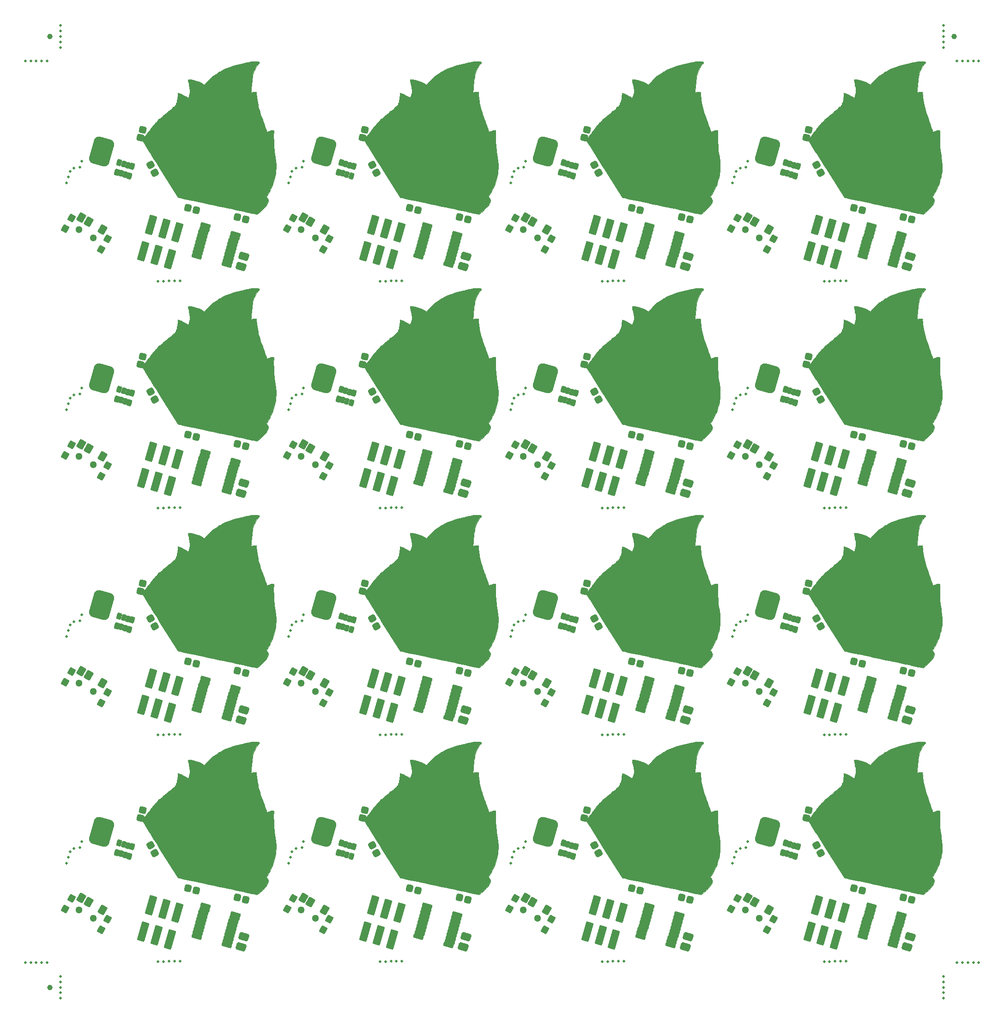
<source format=gbr>
%TF.GenerationSoftware,KiCad,Pcbnew,9.0.3*%
%TF.CreationDate,2025-07-24T14:02:08-05:00*%
%TF.ProjectId,DumpsterPanel,44756d70-7374-4657-9250-616e656c2e6b,rev?*%
%TF.SameCoordinates,Original*%
%TF.FileFunction,Soldermask,Bot*%
%TF.FilePolarity,Negative*%
%FSLAX46Y46*%
G04 Gerber Fmt 4.6, Leading zero omitted, Abs format (unit mm)*
G04 Created by KiCad (PCBNEW 9.0.3) date 2025-07-24 14:02:08*
%MOMM*%
%LPD*%
G01*
G04 APERTURE LIST*
G04 Aperture macros list*
%AMRoundRect*
0 Rectangle with rounded corners*
0 $1 Rounding radius*
0 $2 $3 $4 $5 $6 $7 $8 $9 X,Y pos of 4 corners*
0 Add a 4 corners polygon primitive as box body*
4,1,4,$2,$3,$4,$5,$6,$7,$8,$9,$2,$3,0*
0 Add four circle primitives for the rounded corners*
1,1,$1+$1,$2,$3*
1,1,$1+$1,$4,$5*
1,1,$1+$1,$6,$7*
1,1,$1+$1,$8,$9*
0 Add four rect primitives between the rounded corners*
20,1,$1+$1,$2,$3,$4,$5,0*
20,1,$1+$1,$4,$5,$6,$7,0*
20,1,$1+$1,$6,$7,$8,$9,0*
20,1,$1+$1,$8,$9,$2,$3,0*%
G04 Aperture macros list end*
%ADD10C,0.010000*%
%ADD11C,0.500000*%
%ADD12RoundRect,0.200000X-0.130060X0.453414X-0.350570X-0.315595X0.130060X-0.453414X0.350570X0.315595X0*%
%ADD13RoundRect,0.200000X-0.081997X0.439632X-0.302507X-0.329377X0.081997X-0.439632X0.302507X0.329377X0*%
%ADD14RoundRect,0.318750X-0.254590X0.404598X-0.430309X-0.208206X0.254590X-0.404598X0.430309X0.208206X0*%
%ADD15RoundRect,0.950000X0.472179X-1.799874X1.354218X1.276163X-0.472179X1.799874X-1.354218X-1.276163X0*%
%ADD16C,1.300000*%
%ADD17RoundRect,0.200000X-0.702211X-0.316266X0.077211X-0.766266X0.702211X0.316266X-0.077211X0.766266X0*%
%ADD18RoundRect,0.200000X-0.571410X-0.189711X0.121410X-0.589711X0.571410X0.189711X-0.121410X0.589711X0*%
%ADD19RoundRect,0.318750X-0.466116X0.106072X-0.157050X-0.451498X0.466116X-0.106072X0.157050X0.451498X0*%
%ADD20RoundRect,0.350000X-0.456252X0.494933X-0.649199X-0.177950X0.456252X-0.494933X0.649199X0.177950X0*%
%ADD21RoundRect,0.318750X-0.404598X-0.254590X0.208206X-0.430309X0.404598X0.254590X-0.208206X0.430309X0*%
%ADD22RoundRect,0.200000X0.764058X-0.011030X-0.653803X0.395535X-0.764058X0.011030X0.653803X-0.395535X0*%
%ADD23RoundRect,0.200000X-0.046502X1.651806X-0.914760X-1.376168X0.046502X-1.651806X0.914760X1.376168X0*%
%ADD24C,1.000000*%
G04 APERTURE END LIST*
D10*
%TO.C,G\u002A\u002A\u002A*%
X225522382Y-68606650D02*
X225708168Y-68627198D01*
X225854387Y-68660358D01*
X226015608Y-68709319D01*
X226106676Y-68753653D01*
X226131335Y-68809474D01*
X226093328Y-68892897D01*
X225996397Y-69020034D01*
X225950898Y-69075821D01*
X225576338Y-69594382D01*
X225265710Y-70152023D01*
X225148900Y-70413426D01*
X225062383Y-70641909D01*
X224987342Y-70884246D01*
X224921814Y-71151334D01*
X224863841Y-71454063D01*
X224811460Y-71803329D01*
X224762712Y-72210026D01*
X224715636Y-72685046D01*
X224692142Y-72951220D01*
X224666028Y-73256318D01*
X224641494Y-73541620D01*
X224619698Y-73793742D01*
X224601801Y-73999300D01*
X224588964Y-74144912D01*
X224583007Y-74210398D01*
X224567473Y-74373412D01*
X224740955Y-74305952D01*
X224934613Y-74243385D01*
X225127513Y-74202870D01*
X225304370Y-74184772D01*
X225449905Y-74189446D01*
X225548834Y-74217253D01*
X225585876Y-74268555D01*
X225583399Y-74286085D01*
X225574973Y-74378099D01*
X225578866Y-74539177D01*
X225593537Y-74754858D01*
X225617442Y-75010681D01*
X225649038Y-75292188D01*
X225686783Y-75584916D01*
X225729133Y-75874406D01*
X225774547Y-76146196D01*
X225791782Y-76239193D01*
X225859575Y-76575636D01*
X225933272Y-76902105D01*
X226016535Y-77231013D01*
X226113027Y-77574773D01*
X226226411Y-77945794D01*
X226360349Y-78356491D01*
X226518504Y-78819274D01*
X226704541Y-79346557D01*
X226728814Y-79414479D01*
X226847291Y-79746052D01*
X226964684Y-80075389D01*
X227075681Y-80387528D01*
X227174972Y-80667507D01*
X227257241Y-80900366D01*
X227317179Y-81071142D01*
X227325069Y-81093800D01*
X227389544Y-81274344D01*
X227445468Y-81421869D01*
X227486445Y-81520079D01*
X227505220Y-81552821D01*
X227551423Y-81539064D01*
X227654651Y-81496715D01*
X227795607Y-81433844D01*
X227849916Y-81408657D01*
X228083181Y-81306280D01*
X228264582Y-81244997D01*
X228413601Y-81220318D01*
X228549726Y-81227759D01*
X228596365Y-81236771D01*
X228696535Y-81266726D01*
X228737198Y-81315724D01*
X228742660Y-81414787D01*
X228742395Y-81423143D01*
X228724654Y-82367987D01*
X228737870Y-83256694D01*
X228783468Y-84112479D01*
X228862878Y-84958555D01*
X228977528Y-85818137D01*
X229034975Y-86179402D01*
X229132543Y-86878191D01*
X229183265Y-87529406D01*
X229187666Y-88155643D01*
X229146275Y-88779500D01*
X229103928Y-89131644D01*
X229051709Y-89434063D01*
X228973274Y-89790870D01*
X228875195Y-90178395D01*
X228764042Y-90572966D01*
X228646385Y-90950912D01*
X228528796Y-91288560D01*
X228449245Y-91490152D01*
X228347564Y-91718889D01*
X228219941Y-91987446D01*
X228076554Y-92276056D01*
X227927583Y-92564950D01*
X227783210Y-92834360D01*
X227653613Y-93064520D01*
X227555464Y-93225720D01*
X227405390Y-93457009D01*
X227518019Y-93580864D01*
X227659474Y-93783951D01*
X227745832Y-94010445D01*
X227768310Y-94234066D01*
X227759896Y-94304474D01*
X227683023Y-94538917D01*
X227535078Y-94807672D01*
X227320036Y-95105842D01*
X227041866Y-95428534D01*
X226704541Y-95770851D01*
X226312035Y-96127900D01*
X226207594Y-96217332D01*
X225680474Y-96663551D01*
X225463367Y-96601296D01*
X225406073Y-96587867D01*
X225271248Y-96557948D01*
X225064170Y-96512666D01*
X224790123Y-96453153D01*
X224454385Y-96380535D01*
X224062238Y-96295942D01*
X223618964Y-96200502D01*
X223129842Y-96095344D01*
X222600154Y-95981595D01*
X222035180Y-95860385D01*
X221440202Y-95732843D01*
X220820499Y-95600098D01*
X220181354Y-95463276D01*
X219528046Y-95323509D01*
X218865858Y-95181924D01*
X218200069Y-95039648D01*
X217535960Y-94897812D01*
X216878813Y-94757544D01*
X216233908Y-94619973D01*
X215606526Y-94486226D01*
X215001947Y-94357433D01*
X214425454Y-94234722D01*
X213882325Y-94119222D01*
X213377843Y-94012062D01*
X212917289Y-93914371D01*
X212505943Y-93827275D01*
X212149085Y-93751905D01*
X211851997Y-93689390D01*
X211619960Y-93640857D01*
X211458255Y-93607435D01*
X211398811Y-93595427D01*
X211196152Y-93555214D01*
X207901702Y-88321180D01*
X207519922Y-87714137D01*
X207150867Y-87126362D01*
X206797028Y-86561869D01*
X206460897Y-86024670D01*
X206144965Y-85518782D01*
X205851725Y-85048218D01*
X205583666Y-84616991D01*
X205343282Y-84229116D01*
X205133062Y-83888607D01*
X204955500Y-83599479D01*
X204813087Y-83365745D01*
X204708314Y-83191420D01*
X204643673Y-83080517D01*
X204621656Y-83037051D01*
X204621686Y-83036802D01*
X204653513Y-82982553D01*
X204731834Y-82870325D01*
X204850292Y-82708287D01*
X205002533Y-82504610D01*
X205182202Y-82267460D01*
X205382944Y-82005008D01*
X205598406Y-81725423D01*
X205822231Y-81436875D01*
X206048066Y-81147530D01*
X206269553Y-80865562D01*
X206480340Y-80599137D01*
X206674072Y-80356424D01*
X206844391Y-80145593D01*
X206984949Y-79974813D01*
X207089383Y-79852255D01*
X207148068Y-79789141D01*
X207335490Y-79614793D01*
X207566353Y-79407100D01*
X207844450Y-79162787D01*
X208173572Y-78878581D01*
X208557511Y-78551204D01*
X209000059Y-78177384D01*
X209491421Y-77765208D01*
X209823724Y-77486665D01*
X210097572Y-77254093D01*
X210319572Y-77059283D01*
X210496330Y-76894026D01*
X210634450Y-76750109D01*
X210740542Y-76619323D01*
X210821205Y-76493459D01*
X210883050Y-76364307D01*
X210932682Y-76223656D01*
X210976706Y-76063296D01*
X211021728Y-75875018D01*
X211025573Y-75858493D01*
X211087404Y-75542697D01*
X211135291Y-75201096D01*
X211160577Y-74907123D01*
X211170626Y-74716392D01*
X211179271Y-74559981D01*
X211185526Y-74455265D01*
X211188282Y-74419624D01*
X211226893Y-74424404D01*
X211323867Y-74447926D01*
X211430241Y-74477194D01*
X211692635Y-74569987D01*
X211992665Y-74704926D01*
X212303909Y-74868799D01*
X212599941Y-75048396D01*
X212679501Y-75101759D01*
X212822142Y-75199298D01*
X212936082Y-75276120D01*
X213005128Y-75321363D01*
X213017970Y-75328820D01*
X213041721Y-75295730D01*
X213091131Y-75204603D01*
X213156128Y-75074158D01*
X213165315Y-75055040D01*
X213305018Y-74680795D01*
X213375054Y-74282619D01*
X213376071Y-73851883D01*
X213308712Y-73379962D01*
X213295258Y-73316462D01*
X213219004Y-72967664D01*
X213159224Y-72691976D01*
X213113991Y-72479867D01*
X213081376Y-72321804D01*
X213059453Y-72208253D01*
X213046295Y-72129685D01*
X213039972Y-72076565D01*
X213038550Y-72046844D01*
X213044315Y-72002430D01*
X213073171Y-71975818D01*
X213140926Y-71963923D01*
X213263391Y-71963665D01*
X213429476Y-71970642D01*
X213975559Y-72029104D01*
X214500797Y-72152947D01*
X215019905Y-72346860D01*
X215547590Y-72615532D01*
X215661802Y-72682448D01*
X215817005Y-72773261D01*
X215943229Y-72843167D01*
X216024390Y-72883488D01*
X216045683Y-72889541D01*
X216078583Y-72853188D01*
X216151369Y-72767726D01*
X216250195Y-72649474D01*
X216283051Y-72609802D01*
X216690017Y-72161029D01*
X217163307Y-71714643D01*
X217685414Y-71284857D01*
X218238827Y-70885885D01*
X218806037Y-70531938D01*
X218927165Y-70463608D01*
X219447841Y-70191245D01*
X219983123Y-69943763D01*
X220544246Y-69717298D01*
X221142446Y-69507984D01*
X221788959Y-69311956D01*
X222495019Y-69125350D01*
X223271862Y-68944300D01*
X223466211Y-68902076D01*
X223963067Y-68798731D01*
X224387036Y-68718166D01*
X224746535Y-68659527D01*
X225049982Y-68621963D01*
X225305792Y-68604621D01*
X225522382Y-68606650D01*
G36*
X225522382Y-68606650D02*
G01*
X225708168Y-68627198D01*
X225854387Y-68660358D01*
X226015608Y-68709319D01*
X226106676Y-68753653D01*
X226131335Y-68809474D01*
X226093328Y-68892897D01*
X225996397Y-69020034D01*
X225950898Y-69075821D01*
X225576338Y-69594382D01*
X225265710Y-70152023D01*
X225148900Y-70413426D01*
X225062383Y-70641909D01*
X224987342Y-70884246D01*
X224921814Y-71151334D01*
X224863841Y-71454063D01*
X224811460Y-71803329D01*
X224762712Y-72210026D01*
X224715636Y-72685046D01*
X224692142Y-72951220D01*
X224666028Y-73256318D01*
X224641494Y-73541620D01*
X224619698Y-73793742D01*
X224601801Y-73999300D01*
X224588964Y-74144912D01*
X224583007Y-74210398D01*
X224567473Y-74373412D01*
X224740955Y-74305952D01*
X224934613Y-74243385D01*
X225127513Y-74202870D01*
X225304370Y-74184772D01*
X225449905Y-74189446D01*
X225548834Y-74217253D01*
X225585876Y-74268555D01*
X225583399Y-74286085D01*
X225574973Y-74378099D01*
X225578866Y-74539177D01*
X225593537Y-74754858D01*
X225617442Y-75010681D01*
X225649038Y-75292188D01*
X225686783Y-75584916D01*
X225729133Y-75874406D01*
X225774547Y-76146196D01*
X225791782Y-76239193D01*
X225859575Y-76575636D01*
X225933272Y-76902105D01*
X226016535Y-77231013D01*
X226113027Y-77574773D01*
X226226411Y-77945794D01*
X226360349Y-78356491D01*
X226518504Y-78819274D01*
X226704541Y-79346557D01*
X226728814Y-79414479D01*
X226847291Y-79746052D01*
X226964684Y-80075389D01*
X227075681Y-80387528D01*
X227174972Y-80667507D01*
X227257241Y-80900366D01*
X227317179Y-81071142D01*
X227325069Y-81093800D01*
X227389544Y-81274344D01*
X227445468Y-81421869D01*
X227486445Y-81520079D01*
X227505220Y-81552821D01*
X227551423Y-81539064D01*
X227654651Y-81496715D01*
X227795607Y-81433844D01*
X227849916Y-81408657D01*
X228083181Y-81306280D01*
X228264582Y-81244997D01*
X228413601Y-81220318D01*
X228549726Y-81227759D01*
X228596365Y-81236771D01*
X228696535Y-81266726D01*
X228737198Y-81315724D01*
X228742660Y-81414787D01*
X228742395Y-81423143D01*
X228724654Y-82367987D01*
X228737870Y-83256694D01*
X228783468Y-84112479D01*
X228862878Y-84958555D01*
X228977528Y-85818137D01*
X229034975Y-86179402D01*
X229132543Y-86878191D01*
X229183265Y-87529406D01*
X229187666Y-88155643D01*
X229146275Y-88779500D01*
X229103928Y-89131644D01*
X229051709Y-89434063D01*
X228973274Y-89790870D01*
X228875195Y-90178395D01*
X228764042Y-90572966D01*
X228646385Y-90950912D01*
X228528796Y-91288560D01*
X228449245Y-91490152D01*
X228347564Y-91718889D01*
X228219941Y-91987446D01*
X228076554Y-92276056D01*
X227927583Y-92564950D01*
X227783210Y-92834360D01*
X227653613Y-93064520D01*
X227555464Y-93225720D01*
X227405390Y-93457009D01*
X227518019Y-93580864D01*
X227659474Y-93783951D01*
X227745832Y-94010445D01*
X227768310Y-94234066D01*
X227759896Y-94304474D01*
X227683023Y-94538917D01*
X227535078Y-94807672D01*
X227320036Y-95105842D01*
X227041866Y-95428534D01*
X226704541Y-95770851D01*
X226312035Y-96127900D01*
X226207594Y-96217332D01*
X225680474Y-96663551D01*
X225463367Y-96601296D01*
X225406073Y-96587867D01*
X225271248Y-96557948D01*
X225064170Y-96512666D01*
X224790123Y-96453153D01*
X224454385Y-96380535D01*
X224062238Y-96295942D01*
X223618964Y-96200502D01*
X223129842Y-96095344D01*
X222600154Y-95981595D01*
X222035180Y-95860385D01*
X221440202Y-95732843D01*
X220820499Y-95600098D01*
X220181354Y-95463276D01*
X219528046Y-95323509D01*
X218865858Y-95181924D01*
X218200069Y-95039648D01*
X217535960Y-94897812D01*
X216878813Y-94757544D01*
X216233908Y-94619973D01*
X215606526Y-94486226D01*
X215001947Y-94357433D01*
X214425454Y-94234722D01*
X213882325Y-94119222D01*
X213377843Y-94012062D01*
X212917289Y-93914371D01*
X212505943Y-93827275D01*
X212149085Y-93751905D01*
X211851997Y-93689390D01*
X211619960Y-93640857D01*
X211458255Y-93607435D01*
X211398811Y-93595427D01*
X211196152Y-93555214D01*
X207901702Y-88321180D01*
X207519922Y-87714137D01*
X207150867Y-87126362D01*
X206797028Y-86561869D01*
X206460897Y-86024670D01*
X206144965Y-85518782D01*
X205851725Y-85048218D01*
X205583666Y-84616991D01*
X205343282Y-84229116D01*
X205133062Y-83888607D01*
X204955500Y-83599479D01*
X204813087Y-83365745D01*
X204708314Y-83191420D01*
X204643673Y-83080517D01*
X204621656Y-83037051D01*
X204621686Y-83036802D01*
X204653513Y-82982553D01*
X204731834Y-82870325D01*
X204850292Y-82708287D01*
X205002533Y-82504610D01*
X205182202Y-82267460D01*
X205382944Y-82005008D01*
X205598406Y-81725423D01*
X205822231Y-81436875D01*
X206048066Y-81147530D01*
X206269553Y-80865562D01*
X206480340Y-80599137D01*
X206674072Y-80356424D01*
X206844391Y-80145593D01*
X206984949Y-79974813D01*
X207089383Y-79852255D01*
X207148068Y-79789141D01*
X207335490Y-79614793D01*
X207566353Y-79407100D01*
X207844450Y-79162787D01*
X208173572Y-78878581D01*
X208557511Y-78551204D01*
X209000059Y-78177384D01*
X209491421Y-77765208D01*
X209823724Y-77486665D01*
X210097572Y-77254093D01*
X210319572Y-77059283D01*
X210496330Y-76894026D01*
X210634450Y-76750109D01*
X210740542Y-76619323D01*
X210821205Y-76493459D01*
X210883050Y-76364307D01*
X210932682Y-76223656D01*
X210976706Y-76063296D01*
X211021728Y-75875018D01*
X211025573Y-75858493D01*
X211087404Y-75542697D01*
X211135291Y-75201096D01*
X211160577Y-74907123D01*
X211170626Y-74716392D01*
X211179271Y-74559981D01*
X211185526Y-74455265D01*
X211188282Y-74419624D01*
X211226893Y-74424404D01*
X211323867Y-74447926D01*
X211430241Y-74477194D01*
X211692635Y-74569987D01*
X211992665Y-74704926D01*
X212303909Y-74868799D01*
X212599941Y-75048396D01*
X212679501Y-75101759D01*
X212822142Y-75199298D01*
X212936082Y-75276120D01*
X213005128Y-75321363D01*
X213017970Y-75328820D01*
X213041721Y-75295730D01*
X213091131Y-75204603D01*
X213156128Y-75074158D01*
X213165315Y-75055040D01*
X213305018Y-74680795D01*
X213375054Y-74282619D01*
X213376071Y-73851883D01*
X213308712Y-73379962D01*
X213295258Y-73316462D01*
X213219004Y-72967664D01*
X213159224Y-72691976D01*
X213113991Y-72479867D01*
X213081376Y-72321804D01*
X213059453Y-72208253D01*
X213046295Y-72129685D01*
X213039972Y-72076565D01*
X213038550Y-72046844D01*
X213044315Y-72002430D01*
X213073171Y-71975818D01*
X213140926Y-71963923D01*
X213263391Y-71963665D01*
X213429476Y-71970642D01*
X213975559Y-72029104D01*
X214500797Y-72152947D01*
X215019905Y-72346860D01*
X215547590Y-72615532D01*
X215661802Y-72682448D01*
X215817005Y-72773261D01*
X215943229Y-72843167D01*
X216024390Y-72883488D01*
X216045683Y-72889541D01*
X216078583Y-72853188D01*
X216151369Y-72767726D01*
X216250195Y-72649474D01*
X216283051Y-72609802D01*
X216690017Y-72161029D01*
X217163307Y-71714643D01*
X217685414Y-71284857D01*
X218238827Y-70885885D01*
X218806037Y-70531938D01*
X218927165Y-70463608D01*
X219447841Y-70191245D01*
X219983123Y-69943763D01*
X220544246Y-69717298D01*
X221142446Y-69507984D01*
X221788959Y-69311956D01*
X222495019Y-69125350D01*
X223271862Y-68944300D01*
X223466211Y-68902076D01*
X223963067Y-68798731D01*
X224387036Y-68718166D01*
X224746535Y-68659527D01*
X225049982Y-68621963D01*
X225305792Y-68604621D01*
X225522382Y-68606650D01*
G37*
X144117238Y-151751768D02*
X144303024Y-151772316D01*
X144449243Y-151805476D01*
X144610464Y-151854437D01*
X144701532Y-151898771D01*
X144726191Y-151954592D01*
X144688184Y-152038015D01*
X144591253Y-152165152D01*
X144545754Y-152220939D01*
X144171194Y-152739500D01*
X143860566Y-153297141D01*
X143743756Y-153558544D01*
X143657239Y-153787027D01*
X143582198Y-154029364D01*
X143516670Y-154296452D01*
X143458697Y-154599181D01*
X143406316Y-154948447D01*
X143357568Y-155355144D01*
X143310492Y-155830164D01*
X143286998Y-156096338D01*
X143260884Y-156401436D01*
X143236350Y-156686738D01*
X143214554Y-156938860D01*
X143196657Y-157144418D01*
X143183820Y-157290030D01*
X143177863Y-157355516D01*
X143162329Y-157518530D01*
X143335811Y-157451070D01*
X143529469Y-157388503D01*
X143722369Y-157347988D01*
X143899226Y-157329890D01*
X144044761Y-157334564D01*
X144143690Y-157362371D01*
X144180732Y-157413673D01*
X144178255Y-157431203D01*
X144169829Y-157523217D01*
X144173722Y-157684295D01*
X144188393Y-157899976D01*
X144212298Y-158155799D01*
X144243894Y-158437306D01*
X144281639Y-158730034D01*
X144323989Y-159019524D01*
X144369403Y-159291314D01*
X144386638Y-159384311D01*
X144454431Y-159720754D01*
X144528128Y-160047223D01*
X144611391Y-160376131D01*
X144707883Y-160719891D01*
X144821267Y-161090912D01*
X144955205Y-161501609D01*
X145113360Y-161964392D01*
X145299397Y-162491675D01*
X145323670Y-162559597D01*
X145442147Y-162891170D01*
X145559540Y-163220507D01*
X145670537Y-163532646D01*
X145769828Y-163812625D01*
X145852097Y-164045484D01*
X145912035Y-164216260D01*
X145919925Y-164238918D01*
X145984400Y-164419462D01*
X146040324Y-164566987D01*
X146081301Y-164665197D01*
X146100076Y-164697939D01*
X146146279Y-164684182D01*
X146249507Y-164641833D01*
X146390463Y-164578962D01*
X146444772Y-164553775D01*
X146678037Y-164451398D01*
X146859438Y-164390115D01*
X147008457Y-164365436D01*
X147144582Y-164372877D01*
X147191221Y-164381889D01*
X147291391Y-164411844D01*
X147332054Y-164460842D01*
X147337516Y-164559905D01*
X147337251Y-164568261D01*
X147319510Y-165513105D01*
X147332726Y-166401812D01*
X147378324Y-167257597D01*
X147457734Y-168103673D01*
X147572384Y-168963255D01*
X147629831Y-169324520D01*
X147727399Y-170023309D01*
X147778121Y-170674524D01*
X147782522Y-171300761D01*
X147741131Y-171924618D01*
X147698784Y-172276762D01*
X147646565Y-172579181D01*
X147568130Y-172935988D01*
X147470051Y-173323513D01*
X147358898Y-173718084D01*
X147241241Y-174096030D01*
X147123652Y-174433678D01*
X147044101Y-174635270D01*
X146942420Y-174864007D01*
X146814797Y-175132564D01*
X146671410Y-175421174D01*
X146522439Y-175710068D01*
X146378066Y-175979478D01*
X146248469Y-176209638D01*
X146150320Y-176370838D01*
X146000246Y-176602127D01*
X146112875Y-176725982D01*
X146254330Y-176929069D01*
X146340688Y-177155563D01*
X146363166Y-177379184D01*
X146354752Y-177449592D01*
X146277879Y-177684035D01*
X146129934Y-177952790D01*
X145914892Y-178250960D01*
X145636722Y-178573652D01*
X145299397Y-178915969D01*
X144906891Y-179273018D01*
X144802450Y-179362450D01*
X144275330Y-179808669D01*
X144058223Y-179746414D01*
X144000929Y-179732985D01*
X143866104Y-179703066D01*
X143659026Y-179657784D01*
X143384979Y-179598271D01*
X143049241Y-179525653D01*
X142657094Y-179441060D01*
X142213820Y-179345620D01*
X141724698Y-179240462D01*
X141195010Y-179126713D01*
X140630036Y-179005503D01*
X140035058Y-178877961D01*
X139415355Y-178745216D01*
X138776210Y-178608394D01*
X138122902Y-178468627D01*
X137460714Y-178327042D01*
X136794925Y-178184766D01*
X136130816Y-178042930D01*
X135473669Y-177902662D01*
X134828764Y-177765091D01*
X134201382Y-177631344D01*
X133596803Y-177502551D01*
X133020310Y-177379840D01*
X132477181Y-177264340D01*
X131972699Y-177157180D01*
X131512145Y-177059489D01*
X131100799Y-176972393D01*
X130743941Y-176897023D01*
X130446853Y-176834508D01*
X130214816Y-176785975D01*
X130053111Y-176752553D01*
X129993667Y-176740545D01*
X129791008Y-176700332D01*
X126496558Y-171466298D01*
X126114778Y-170859255D01*
X125745723Y-170271480D01*
X125391884Y-169706987D01*
X125055753Y-169169788D01*
X124739821Y-168663900D01*
X124446581Y-168193336D01*
X124178522Y-167762109D01*
X123938138Y-167374234D01*
X123727918Y-167033725D01*
X123550356Y-166744597D01*
X123407943Y-166510863D01*
X123303170Y-166336538D01*
X123238529Y-166225635D01*
X123216512Y-166182169D01*
X123216542Y-166181920D01*
X123248369Y-166127671D01*
X123326690Y-166015443D01*
X123445148Y-165853405D01*
X123597389Y-165649728D01*
X123777058Y-165412578D01*
X123977800Y-165150126D01*
X124193262Y-164870541D01*
X124417087Y-164581993D01*
X124642922Y-164292648D01*
X124864409Y-164010680D01*
X125075196Y-163744255D01*
X125268928Y-163501542D01*
X125439247Y-163290711D01*
X125579805Y-163119931D01*
X125684239Y-162997373D01*
X125742924Y-162934259D01*
X125930346Y-162759911D01*
X126161209Y-162552218D01*
X126439306Y-162307905D01*
X126768428Y-162023699D01*
X127152367Y-161696322D01*
X127594915Y-161322502D01*
X128086277Y-160910326D01*
X128418580Y-160631783D01*
X128692428Y-160399211D01*
X128914428Y-160204401D01*
X129091186Y-160039144D01*
X129229306Y-159895227D01*
X129335398Y-159764441D01*
X129416061Y-159638577D01*
X129477906Y-159509425D01*
X129527538Y-159368774D01*
X129571562Y-159208414D01*
X129616584Y-159020136D01*
X129620429Y-159003611D01*
X129682260Y-158687815D01*
X129730147Y-158346214D01*
X129755433Y-158052241D01*
X129765482Y-157861510D01*
X129774127Y-157705099D01*
X129780382Y-157600383D01*
X129783138Y-157564742D01*
X129821749Y-157569522D01*
X129918723Y-157593044D01*
X130025097Y-157622312D01*
X130287491Y-157715105D01*
X130587521Y-157850044D01*
X130898765Y-158013917D01*
X131194797Y-158193514D01*
X131274357Y-158246877D01*
X131416998Y-158344416D01*
X131530938Y-158421238D01*
X131599984Y-158466481D01*
X131612826Y-158473938D01*
X131636577Y-158440848D01*
X131685987Y-158349721D01*
X131750984Y-158219276D01*
X131760171Y-158200158D01*
X131899874Y-157825913D01*
X131969910Y-157427737D01*
X131970927Y-156997001D01*
X131903568Y-156525080D01*
X131890114Y-156461580D01*
X131813860Y-156112782D01*
X131754080Y-155837094D01*
X131708847Y-155624985D01*
X131676232Y-155466922D01*
X131654309Y-155353371D01*
X131641151Y-155274803D01*
X131634828Y-155221683D01*
X131633406Y-155191962D01*
X131639171Y-155147548D01*
X131668027Y-155120936D01*
X131735782Y-155109041D01*
X131858247Y-155108783D01*
X132024332Y-155115760D01*
X132570415Y-155174222D01*
X133095653Y-155298065D01*
X133614761Y-155491978D01*
X134142446Y-155760650D01*
X134256658Y-155827566D01*
X134411861Y-155918379D01*
X134538085Y-155988285D01*
X134619246Y-156028606D01*
X134640539Y-156034659D01*
X134673439Y-155998306D01*
X134746225Y-155912844D01*
X134845051Y-155794592D01*
X134877907Y-155754920D01*
X135284873Y-155306147D01*
X135758163Y-154859761D01*
X136280270Y-154429975D01*
X136833683Y-154031003D01*
X137400893Y-153677056D01*
X137522021Y-153608726D01*
X138042697Y-153336363D01*
X138577979Y-153088881D01*
X139139102Y-152862416D01*
X139737302Y-152653102D01*
X140383815Y-152457074D01*
X141089875Y-152270468D01*
X141866718Y-152089418D01*
X142061067Y-152047194D01*
X142557923Y-151943849D01*
X142981892Y-151863284D01*
X143341391Y-151804645D01*
X143644838Y-151767081D01*
X143900648Y-151749739D01*
X144117238Y-151751768D01*
G36*
X144117238Y-151751768D02*
G01*
X144303024Y-151772316D01*
X144449243Y-151805476D01*
X144610464Y-151854437D01*
X144701532Y-151898771D01*
X144726191Y-151954592D01*
X144688184Y-152038015D01*
X144591253Y-152165152D01*
X144545754Y-152220939D01*
X144171194Y-152739500D01*
X143860566Y-153297141D01*
X143743756Y-153558544D01*
X143657239Y-153787027D01*
X143582198Y-154029364D01*
X143516670Y-154296452D01*
X143458697Y-154599181D01*
X143406316Y-154948447D01*
X143357568Y-155355144D01*
X143310492Y-155830164D01*
X143286998Y-156096338D01*
X143260884Y-156401436D01*
X143236350Y-156686738D01*
X143214554Y-156938860D01*
X143196657Y-157144418D01*
X143183820Y-157290030D01*
X143177863Y-157355516D01*
X143162329Y-157518530D01*
X143335811Y-157451070D01*
X143529469Y-157388503D01*
X143722369Y-157347988D01*
X143899226Y-157329890D01*
X144044761Y-157334564D01*
X144143690Y-157362371D01*
X144180732Y-157413673D01*
X144178255Y-157431203D01*
X144169829Y-157523217D01*
X144173722Y-157684295D01*
X144188393Y-157899976D01*
X144212298Y-158155799D01*
X144243894Y-158437306D01*
X144281639Y-158730034D01*
X144323989Y-159019524D01*
X144369403Y-159291314D01*
X144386638Y-159384311D01*
X144454431Y-159720754D01*
X144528128Y-160047223D01*
X144611391Y-160376131D01*
X144707883Y-160719891D01*
X144821267Y-161090912D01*
X144955205Y-161501609D01*
X145113360Y-161964392D01*
X145299397Y-162491675D01*
X145323670Y-162559597D01*
X145442147Y-162891170D01*
X145559540Y-163220507D01*
X145670537Y-163532646D01*
X145769828Y-163812625D01*
X145852097Y-164045484D01*
X145912035Y-164216260D01*
X145919925Y-164238918D01*
X145984400Y-164419462D01*
X146040324Y-164566987D01*
X146081301Y-164665197D01*
X146100076Y-164697939D01*
X146146279Y-164684182D01*
X146249507Y-164641833D01*
X146390463Y-164578962D01*
X146444772Y-164553775D01*
X146678037Y-164451398D01*
X146859438Y-164390115D01*
X147008457Y-164365436D01*
X147144582Y-164372877D01*
X147191221Y-164381889D01*
X147291391Y-164411844D01*
X147332054Y-164460842D01*
X147337516Y-164559905D01*
X147337251Y-164568261D01*
X147319510Y-165513105D01*
X147332726Y-166401812D01*
X147378324Y-167257597D01*
X147457734Y-168103673D01*
X147572384Y-168963255D01*
X147629831Y-169324520D01*
X147727399Y-170023309D01*
X147778121Y-170674524D01*
X147782522Y-171300761D01*
X147741131Y-171924618D01*
X147698784Y-172276762D01*
X147646565Y-172579181D01*
X147568130Y-172935988D01*
X147470051Y-173323513D01*
X147358898Y-173718084D01*
X147241241Y-174096030D01*
X147123652Y-174433678D01*
X147044101Y-174635270D01*
X146942420Y-174864007D01*
X146814797Y-175132564D01*
X146671410Y-175421174D01*
X146522439Y-175710068D01*
X146378066Y-175979478D01*
X146248469Y-176209638D01*
X146150320Y-176370838D01*
X146000246Y-176602127D01*
X146112875Y-176725982D01*
X146254330Y-176929069D01*
X146340688Y-177155563D01*
X146363166Y-177379184D01*
X146354752Y-177449592D01*
X146277879Y-177684035D01*
X146129934Y-177952790D01*
X145914892Y-178250960D01*
X145636722Y-178573652D01*
X145299397Y-178915969D01*
X144906891Y-179273018D01*
X144802450Y-179362450D01*
X144275330Y-179808669D01*
X144058223Y-179746414D01*
X144000929Y-179732985D01*
X143866104Y-179703066D01*
X143659026Y-179657784D01*
X143384979Y-179598271D01*
X143049241Y-179525653D01*
X142657094Y-179441060D01*
X142213820Y-179345620D01*
X141724698Y-179240462D01*
X141195010Y-179126713D01*
X140630036Y-179005503D01*
X140035058Y-178877961D01*
X139415355Y-178745216D01*
X138776210Y-178608394D01*
X138122902Y-178468627D01*
X137460714Y-178327042D01*
X136794925Y-178184766D01*
X136130816Y-178042930D01*
X135473669Y-177902662D01*
X134828764Y-177765091D01*
X134201382Y-177631344D01*
X133596803Y-177502551D01*
X133020310Y-177379840D01*
X132477181Y-177264340D01*
X131972699Y-177157180D01*
X131512145Y-177059489D01*
X131100799Y-176972393D01*
X130743941Y-176897023D01*
X130446853Y-176834508D01*
X130214816Y-176785975D01*
X130053111Y-176752553D01*
X129993667Y-176740545D01*
X129791008Y-176700332D01*
X126496558Y-171466298D01*
X126114778Y-170859255D01*
X125745723Y-170271480D01*
X125391884Y-169706987D01*
X125055753Y-169169788D01*
X124739821Y-168663900D01*
X124446581Y-168193336D01*
X124178522Y-167762109D01*
X123938138Y-167374234D01*
X123727918Y-167033725D01*
X123550356Y-166744597D01*
X123407943Y-166510863D01*
X123303170Y-166336538D01*
X123238529Y-166225635D01*
X123216512Y-166182169D01*
X123216542Y-166181920D01*
X123248369Y-166127671D01*
X123326690Y-166015443D01*
X123445148Y-165853405D01*
X123597389Y-165649728D01*
X123777058Y-165412578D01*
X123977800Y-165150126D01*
X124193262Y-164870541D01*
X124417087Y-164581993D01*
X124642922Y-164292648D01*
X124864409Y-164010680D01*
X125075196Y-163744255D01*
X125268928Y-163501542D01*
X125439247Y-163290711D01*
X125579805Y-163119931D01*
X125684239Y-162997373D01*
X125742924Y-162934259D01*
X125930346Y-162759911D01*
X126161209Y-162552218D01*
X126439306Y-162307905D01*
X126768428Y-162023699D01*
X127152367Y-161696322D01*
X127594915Y-161322502D01*
X128086277Y-160910326D01*
X128418580Y-160631783D01*
X128692428Y-160399211D01*
X128914428Y-160204401D01*
X129091186Y-160039144D01*
X129229306Y-159895227D01*
X129335398Y-159764441D01*
X129416061Y-159638577D01*
X129477906Y-159509425D01*
X129527538Y-159368774D01*
X129571562Y-159208414D01*
X129616584Y-159020136D01*
X129620429Y-159003611D01*
X129682260Y-158687815D01*
X129730147Y-158346214D01*
X129755433Y-158052241D01*
X129765482Y-157861510D01*
X129774127Y-157705099D01*
X129780382Y-157600383D01*
X129783138Y-157564742D01*
X129821749Y-157569522D01*
X129918723Y-157593044D01*
X130025097Y-157622312D01*
X130287491Y-157715105D01*
X130587521Y-157850044D01*
X130898765Y-158013917D01*
X131194797Y-158193514D01*
X131274357Y-158246877D01*
X131416998Y-158344416D01*
X131530938Y-158421238D01*
X131599984Y-158466481D01*
X131612826Y-158473938D01*
X131636577Y-158440848D01*
X131685987Y-158349721D01*
X131750984Y-158219276D01*
X131760171Y-158200158D01*
X131899874Y-157825913D01*
X131969910Y-157427737D01*
X131970927Y-156997001D01*
X131903568Y-156525080D01*
X131890114Y-156461580D01*
X131813860Y-156112782D01*
X131754080Y-155837094D01*
X131708847Y-155624985D01*
X131676232Y-155466922D01*
X131654309Y-155353371D01*
X131641151Y-155274803D01*
X131634828Y-155221683D01*
X131633406Y-155191962D01*
X131639171Y-155147548D01*
X131668027Y-155120936D01*
X131735782Y-155109041D01*
X131858247Y-155108783D01*
X132024332Y-155115760D01*
X132570415Y-155174222D01*
X133095653Y-155298065D01*
X133614761Y-155491978D01*
X134142446Y-155760650D01*
X134256658Y-155827566D01*
X134411861Y-155918379D01*
X134538085Y-155988285D01*
X134619246Y-156028606D01*
X134640539Y-156034659D01*
X134673439Y-155998306D01*
X134746225Y-155912844D01*
X134845051Y-155794592D01*
X134877907Y-155754920D01*
X135284873Y-155306147D01*
X135758163Y-154859761D01*
X136280270Y-154429975D01*
X136833683Y-154031003D01*
X137400893Y-153677056D01*
X137522021Y-153608726D01*
X138042697Y-153336363D01*
X138577979Y-153088881D01*
X139139102Y-152862416D01*
X139737302Y-152653102D01*
X140383815Y-152457074D01*
X141089875Y-152270468D01*
X141866718Y-152089418D01*
X142061067Y-152047194D01*
X142557923Y-151943849D01*
X142981892Y-151863284D01*
X143341391Y-151804645D01*
X143644838Y-151767081D01*
X143900648Y-151749739D01*
X144117238Y-151751768D01*
G37*
X184819810Y-151751768D02*
X185005596Y-151772316D01*
X185151815Y-151805476D01*
X185313036Y-151854437D01*
X185404104Y-151898771D01*
X185428763Y-151954592D01*
X185390756Y-152038015D01*
X185293825Y-152165152D01*
X185248326Y-152220939D01*
X184873766Y-152739500D01*
X184563138Y-153297141D01*
X184446328Y-153558544D01*
X184359811Y-153787027D01*
X184284770Y-154029364D01*
X184219242Y-154296452D01*
X184161269Y-154599181D01*
X184108888Y-154948447D01*
X184060140Y-155355144D01*
X184013064Y-155830164D01*
X183989570Y-156096338D01*
X183963456Y-156401436D01*
X183938922Y-156686738D01*
X183917126Y-156938860D01*
X183899229Y-157144418D01*
X183886392Y-157290030D01*
X183880435Y-157355516D01*
X183864901Y-157518530D01*
X184038383Y-157451070D01*
X184232041Y-157388503D01*
X184424941Y-157347988D01*
X184601798Y-157329890D01*
X184747333Y-157334564D01*
X184846262Y-157362371D01*
X184883304Y-157413673D01*
X184880827Y-157431203D01*
X184872401Y-157523217D01*
X184876294Y-157684295D01*
X184890965Y-157899976D01*
X184914870Y-158155799D01*
X184946466Y-158437306D01*
X184984211Y-158730034D01*
X185026561Y-159019524D01*
X185071975Y-159291314D01*
X185089210Y-159384311D01*
X185157003Y-159720754D01*
X185230700Y-160047223D01*
X185313963Y-160376131D01*
X185410455Y-160719891D01*
X185523839Y-161090912D01*
X185657777Y-161501609D01*
X185815932Y-161964392D01*
X186001969Y-162491675D01*
X186026242Y-162559597D01*
X186144719Y-162891170D01*
X186262112Y-163220507D01*
X186373109Y-163532646D01*
X186472400Y-163812625D01*
X186554669Y-164045484D01*
X186614607Y-164216260D01*
X186622497Y-164238918D01*
X186686972Y-164419462D01*
X186742896Y-164566987D01*
X186783873Y-164665197D01*
X186802648Y-164697939D01*
X186848851Y-164684182D01*
X186952079Y-164641833D01*
X187093035Y-164578962D01*
X187147344Y-164553775D01*
X187380609Y-164451398D01*
X187562010Y-164390115D01*
X187711029Y-164365436D01*
X187847154Y-164372877D01*
X187893793Y-164381889D01*
X187993963Y-164411844D01*
X188034626Y-164460842D01*
X188040088Y-164559905D01*
X188039823Y-164568261D01*
X188022082Y-165513105D01*
X188035298Y-166401812D01*
X188080896Y-167257597D01*
X188160306Y-168103673D01*
X188274956Y-168963255D01*
X188332403Y-169324520D01*
X188429971Y-170023309D01*
X188480693Y-170674524D01*
X188485094Y-171300761D01*
X188443703Y-171924618D01*
X188401356Y-172276762D01*
X188349137Y-172579181D01*
X188270702Y-172935988D01*
X188172623Y-173323513D01*
X188061470Y-173718084D01*
X187943813Y-174096030D01*
X187826224Y-174433678D01*
X187746673Y-174635270D01*
X187644992Y-174864007D01*
X187517369Y-175132564D01*
X187373982Y-175421174D01*
X187225011Y-175710068D01*
X187080638Y-175979478D01*
X186951041Y-176209638D01*
X186852892Y-176370838D01*
X186702818Y-176602127D01*
X186815447Y-176725982D01*
X186956902Y-176929069D01*
X187043260Y-177155563D01*
X187065738Y-177379184D01*
X187057324Y-177449592D01*
X186980451Y-177684035D01*
X186832506Y-177952790D01*
X186617464Y-178250960D01*
X186339294Y-178573652D01*
X186001969Y-178915969D01*
X185609463Y-179273018D01*
X185505022Y-179362450D01*
X184977902Y-179808669D01*
X184760795Y-179746414D01*
X184703501Y-179732985D01*
X184568676Y-179703066D01*
X184361598Y-179657784D01*
X184087551Y-179598271D01*
X183751813Y-179525653D01*
X183359666Y-179441060D01*
X182916392Y-179345620D01*
X182427270Y-179240462D01*
X181897582Y-179126713D01*
X181332608Y-179005503D01*
X180737630Y-178877961D01*
X180117927Y-178745216D01*
X179478782Y-178608394D01*
X178825474Y-178468627D01*
X178163286Y-178327042D01*
X177497497Y-178184766D01*
X176833388Y-178042930D01*
X176176241Y-177902662D01*
X175531336Y-177765091D01*
X174903954Y-177631344D01*
X174299375Y-177502551D01*
X173722882Y-177379840D01*
X173179753Y-177264340D01*
X172675271Y-177157180D01*
X172214717Y-177059489D01*
X171803371Y-176972393D01*
X171446513Y-176897023D01*
X171149425Y-176834508D01*
X170917388Y-176785975D01*
X170755683Y-176752553D01*
X170696239Y-176740545D01*
X170493580Y-176700332D01*
X167199130Y-171466298D01*
X166817350Y-170859255D01*
X166448295Y-170271480D01*
X166094456Y-169706987D01*
X165758325Y-169169788D01*
X165442393Y-168663900D01*
X165149153Y-168193336D01*
X164881094Y-167762109D01*
X164640710Y-167374234D01*
X164430490Y-167033725D01*
X164252928Y-166744597D01*
X164110515Y-166510863D01*
X164005742Y-166336538D01*
X163941101Y-166225635D01*
X163919084Y-166182169D01*
X163919114Y-166181920D01*
X163950941Y-166127671D01*
X164029262Y-166015443D01*
X164147720Y-165853405D01*
X164299961Y-165649728D01*
X164479630Y-165412578D01*
X164680372Y-165150126D01*
X164895834Y-164870541D01*
X165119659Y-164581993D01*
X165345494Y-164292648D01*
X165566981Y-164010680D01*
X165777768Y-163744255D01*
X165971500Y-163501542D01*
X166141819Y-163290711D01*
X166282377Y-163119931D01*
X166386811Y-162997373D01*
X166445496Y-162934259D01*
X166632918Y-162759911D01*
X166863781Y-162552218D01*
X167141878Y-162307905D01*
X167471000Y-162023699D01*
X167854939Y-161696322D01*
X168297487Y-161322502D01*
X168788849Y-160910326D01*
X169121152Y-160631783D01*
X169395000Y-160399211D01*
X169617000Y-160204401D01*
X169793758Y-160039144D01*
X169931878Y-159895227D01*
X170037970Y-159764441D01*
X170118633Y-159638577D01*
X170180478Y-159509425D01*
X170230110Y-159368774D01*
X170274134Y-159208414D01*
X170319156Y-159020136D01*
X170323001Y-159003611D01*
X170384832Y-158687815D01*
X170432719Y-158346214D01*
X170458005Y-158052241D01*
X170468054Y-157861510D01*
X170476699Y-157705099D01*
X170482954Y-157600383D01*
X170485710Y-157564742D01*
X170524321Y-157569522D01*
X170621295Y-157593044D01*
X170727669Y-157622312D01*
X170990063Y-157715105D01*
X171290093Y-157850044D01*
X171601337Y-158013917D01*
X171897369Y-158193514D01*
X171976929Y-158246877D01*
X172119570Y-158344416D01*
X172233510Y-158421238D01*
X172302556Y-158466481D01*
X172315398Y-158473938D01*
X172339149Y-158440848D01*
X172388559Y-158349721D01*
X172453556Y-158219276D01*
X172462743Y-158200158D01*
X172602446Y-157825913D01*
X172672482Y-157427737D01*
X172673499Y-156997001D01*
X172606140Y-156525080D01*
X172592686Y-156461580D01*
X172516432Y-156112782D01*
X172456652Y-155837094D01*
X172411419Y-155624985D01*
X172378804Y-155466922D01*
X172356881Y-155353371D01*
X172343723Y-155274803D01*
X172337400Y-155221683D01*
X172335978Y-155191962D01*
X172341743Y-155147548D01*
X172370599Y-155120936D01*
X172438354Y-155109041D01*
X172560819Y-155108783D01*
X172726904Y-155115760D01*
X173272987Y-155174222D01*
X173798225Y-155298065D01*
X174317333Y-155491978D01*
X174845018Y-155760650D01*
X174959230Y-155827566D01*
X175114433Y-155918379D01*
X175240657Y-155988285D01*
X175321818Y-156028606D01*
X175343111Y-156034659D01*
X175376011Y-155998306D01*
X175448797Y-155912844D01*
X175547623Y-155794592D01*
X175580479Y-155754920D01*
X175987445Y-155306147D01*
X176460735Y-154859761D01*
X176982842Y-154429975D01*
X177536255Y-154031003D01*
X178103465Y-153677056D01*
X178224593Y-153608726D01*
X178745269Y-153336363D01*
X179280551Y-153088881D01*
X179841674Y-152862416D01*
X180439874Y-152653102D01*
X181086387Y-152457074D01*
X181792447Y-152270468D01*
X182569290Y-152089418D01*
X182763639Y-152047194D01*
X183260495Y-151943849D01*
X183684464Y-151863284D01*
X184043963Y-151804645D01*
X184347410Y-151767081D01*
X184603220Y-151749739D01*
X184819810Y-151751768D01*
G36*
X184819810Y-151751768D02*
G01*
X185005596Y-151772316D01*
X185151815Y-151805476D01*
X185313036Y-151854437D01*
X185404104Y-151898771D01*
X185428763Y-151954592D01*
X185390756Y-152038015D01*
X185293825Y-152165152D01*
X185248326Y-152220939D01*
X184873766Y-152739500D01*
X184563138Y-153297141D01*
X184446328Y-153558544D01*
X184359811Y-153787027D01*
X184284770Y-154029364D01*
X184219242Y-154296452D01*
X184161269Y-154599181D01*
X184108888Y-154948447D01*
X184060140Y-155355144D01*
X184013064Y-155830164D01*
X183989570Y-156096338D01*
X183963456Y-156401436D01*
X183938922Y-156686738D01*
X183917126Y-156938860D01*
X183899229Y-157144418D01*
X183886392Y-157290030D01*
X183880435Y-157355516D01*
X183864901Y-157518530D01*
X184038383Y-157451070D01*
X184232041Y-157388503D01*
X184424941Y-157347988D01*
X184601798Y-157329890D01*
X184747333Y-157334564D01*
X184846262Y-157362371D01*
X184883304Y-157413673D01*
X184880827Y-157431203D01*
X184872401Y-157523217D01*
X184876294Y-157684295D01*
X184890965Y-157899976D01*
X184914870Y-158155799D01*
X184946466Y-158437306D01*
X184984211Y-158730034D01*
X185026561Y-159019524D01*
X185071975Y-159291314D01*
X185089210Y-159384311D01*
X185157003Y-159720754D01*
X185230700Y-160047223D01*
X185313963Y-160376131D01*
X185410455Y-160719891D01*
X185523839Y-161090912D01*
X185657777Y-161501609D01*
X185815932Y-161964392D01*
X186001969Y-162491675D01*
X186026242Y-162559597D01*
X186144719Y-162891170D01*
X186262112Y-163220507D01*
X186373109Y-163532646D01*
X186472400Y-163812625D01*
X186554669Y-164045484D01*
X186614607Y-164216260D01*
X186622497Y-164238918D01*
X186686972Y-164419462D01*
X186742896Y-164566987D01*
X186783873Y-164665197D01*
X186802648Y-164697939D01*
X186848851Y-164684182D01*
X186952079Y-164641833D01*
X187093035Y-164578962D01*
X187147344Y-164553775D01*
X187380609Y-164451398D01*
X187562010Y-164390115D01*
X187711029Y-164365436D01*
X187847154Y-164372877D01*
X187893793Y-164381889D01*
X187993963Y-164411844D01*
X188034626Y-164460842D01*
X188040088Y-164559905D01*
X188039823Y-164568261D01*
X188022082Y-165513105D01*
X188035298Y-166401812D01*
X188080896Y-167257597D01*
X188160306Y-168103673D01*
X188274956Y-168963255D01*
X188332403Y-169324520D01*
X188429971Y-170023309D01*
X188480693Y-170674524D01*
X188485094Y-171300761D01*
X188443703Y-171924618D01*
X188401356Y-172276762D01*
X188349137Y-172579181D01*
X188270702Y-172935988D01*
X188172623Y-173323513D01*
X188061470Y-173718084D01*
X187943813Y-174096030D01*
X187826224Y-174433678D01*
X187746673Y-174635270D01*
X187644992Y-174864007D01*
X187517369Y-175132564D01*
X187373982Y-175421174D01*
X187225011Y-175710068D01*
X187080638Y-175979478D01*
X186951041Y-176209638D01*
X186852892Y-176370838D01*
X186702818Y-176602127D01*
X186815447Y-176725982D01*
X186956902Y-176929069D01*
X187043260Y-177155563D01*
X187065738Y-177379184D01*
X187057324Y-177449592D01*
X186980451Y-177684035D01*
X186832506Y-177952790D01*
X186617464Y-178250960D01*
X186339294Y-178573652D01*
X186001969Y-178915969D01*
X185609463Y-179273018D01*
X185505022Y-179362450D01*
X184977902Y-179808669D01*
X184760795Y-179746414D01*
X184703501Y-179732985D01*
X184568676Y-179703066D01*
X184361598Y-179657784D01*
X184087551Y-179598271D01*
X183751813Y-179525653D01*
X183359666Y-179441060D01*
X182916392Y-179345620D01*
X182427270Y-179240462D01*
X181897582Y-179126713D01*
X181332608Y-179005503D01*
X180737630Y-178877961D01*
X180117927Y-178745216D01*
X179478782Y-178608394D01*
X178825474Y-178468627D01*
X178163286Y-178327042D01*
X177497497Y-178184766D01*
X176833388Y-178042930D01*
X176176241Y-177902662D01*
X175531336Y-177765091D01*
X174903954Y-177631344D01*
X174299375Y-177502551D01*
X173722882Y-177379840D01*
X173179753Y-177264340D01*
X172675271Y-177157180D01*
X172214717Y-177059489D01*
X171803371Y-176972393D01*
X171446513Y-176897023D01*
X171149425Y-176834508D01*
X170917388Y-176785975D01*
X170755683Y-176752553D01*
X170696239Y-176740545D01*
X170493580Y-176700332D01*
X167199130Y-171466298D01*
X166817350Y-170859255D01*
X166448295Y-170271480D01*
X166094456Y-169706987D01*
X165758325Y-169169788D01*
X165442393Y-168663900D01*
X165149153Y-168193336D01*
X164881094Y-167762109D01*
X164640710Y-167374234D01*
X164430490Y-167033725D01*
X164252928Y-166744597D01*
X164110515Y-166510863D01*
X164005742Y-166336538D01*
X163941101Y-166225635D01*
X163919084Y-166182169D01*
X163919114Y-166181920D01*
X163950941Y-166127671D01*
X164029262Y-166015443D01*
X164147720Y-165853405D01*
X164299961Y-165649728D01*
X164479630Y-165412578D01*
X164680372Y-165150126D01*
X164895834Y-164870541D01*
X165119659Y-164581993D01*
X165345494Y-164292648D01*
X165566981Y-164010680D01*
X165777768Y-163744255D01*
X165971500Y-163501542D01*
X166141819Y-163290711D01*
X166282377Y-163119931D01*
X166386811Y-162997373D01*
X166445496Y-162934259D01*
X166632918Y-162759911D01*
X166863781Y-162552218D01*
X167141878Y-162307905D01*
X167471000Y-162023699D01*
X167854939Y-161696322D01*
X168297487Y-161322502D01*
X168788849Y-160910326D01*
X169121152Y-160631783D01*
X169395000Y-160399211D01*
X169617000Y-160204401D01*
X169793758Y-160039144D01*
X169931878Y-159895227D01*
X170037970Y-159764441D01*
X170118633Y-159638577D01*
X170180478Y-159509425D01*
X170230110Y-159368774D01*
X170274134Y-159208414D01*
X170319156Y-159020136D01*
X170323001Y-159003611D01*
X170384832Y-158687815D01*
X170432719Y-158346214D01*
X170458005Y-158052241D01*
X170468054Y-157861510D01*
X170476699Y-157705099D01*
X170482954Y-157600383D01*
X170485710Y-157564742D01*
X170524321Y-157569522D01*
X170621295Y-157593044D01*
X170727669Y-157622312D01*
X170990063Y-157715105D01*
X171290093Y-157850044D01*
X171601337Y-158013917D01*
X171897369Y-158193514D01*
X171976929Y-158246877D01*
X172119570Y-158344416D01*
X172233510Y-158421238D01*
X172302556Y-158466481D01*
X172315398Y-158473938D01*
X172339149Y-158440848D01*
X172388559Y-158349721D01*
X172453556Y-158219276D01*
X172462743Y-158200158D01*
X172602446Y-157825913D01*
X172672482Y-157427737D01*
X172673499Y-156997001D01*
X172606140Y-156525080D01*
X172592686Y-156461580D01*
X172516432Y-156112782D01*
X172456652Y-155837094D01*
X172411419Y-155624985D01*
X172378804Y-155466922D01*
X172356881Y-155353371D01*
X172343723Y-155274803D01*
X172337400Y-155221683D01*
X172335978Y-155191962D01*
X172341743Y-155147548D01*
X172370599Y-155120936D01*
X172438354Y-155109041D01*
X172560819Y-155108783D01*
X172726904Y-155115760D01*
X173272987Y-155174222D01*
X173798225Y-155298065D01*
X174317333Y-155491978D01*
X174845018Y-155760650D01*
X174959230Y-155827566D01*
X175114433Y-155918379D01*
X175240657Y-155988285D01*
X175321818Y-156028606D01*
X175343111Y-156034659D01*
X175376011Y-155998306D01*
X175448797Y-155912844D01*
X175547623Y-155794592D01*
X175580479Y-155754920D01*
X175987445Y-155306147D01*
X176460735Y-154859761D01*
X176982842Y-154429975D01*
X177536255Y-154031003D01*
X178103465Y-153677056D01*
X178224593Y-153608726D01*
X178745269Y-153336363D01*
X179280551Y-153088881D01*
X179841674Y-152862416D01*
X180439874Y-152653102D01*
X181086387Y-152457074D01*
X181792447Y-152270468D01*
X182569290Y-152089418D01*
X182763639Y-152047194D01*
X183260495Y-151943849D01*
X183684464Y-151863284D01*
X184043963Y-151804645D01*
X184347410Y-151767081D01*
X184603220Y-151749739D01*
X184819810Y-151751768D01*
G37*
X144117238Y-27034091D02*
X144303024Y-27054639D01*
X144449243Y-27087799D01*
X144610464Y-27136760D01*
X144701532Y-27181094D01*
X144726191Y-27236915D01*
X144688184Y-27320338D01*
X144591253Y-27447475D01*
X144545754Y-27503262D01*
X144171194Y-28021823D01*
X143860566Y-28579464D01*
X143743756Y-28840867D01*
X143657239Y-29069350D01*
X143582198Y-29311687D01*
X143516670Y-29578775D01*
X143458697Y-29881504D01*
X143406316Y-30230770D01*
X143357568Y-30637467D01*
X143310492Y-31112487D01*
X143286998Y-31378661D01*
X143260884Y-31683759D01*
X143236350Y-31969061D01*
X143214554Y-32221183D01*
X143196657Y-32426741D01*
X143183820Y-32572353D01*
X143177863Y-32637839D01*
X143162329Y-32800853D01*
X143335811Y-32733393D01*
X143529469Y-32670826D01*
X143722369Y-32630311D01*
X143899226Y-32612213D01*
X144044761Y-32616887D01*
X144143690Y-32644694D01*
X144180732Y-32695996D01*
X144178255Y-32713526D01*
X144169829Y-32805540D01*
X144173722Y-32966618D01*
X144188393Y-33182299D01*
X144212298Y-33438122D01*
X144243894Y-33719629D01*
X144281639Y-34012357D01*
X144323989Y-34301847D01*
X144369403Y-34573637D01*
X144386638Y-34666634D01*
X144454431Y-35003077D01*
X144528128Y-35329546D01*
X144611391Y-35658454D01*
X144707883Y-36002214D01*
X144821267Y-36373235D01*
X144955205Y-36783932D01*
X145113360Y-37246715D01*
X145299397Y-37773998D01*
X145323670Y-37841920D01*
X145442147Y-38173493D01*
X145559540Y-38502830D01*
X145670537Y-38814969D01*
X145769828Y-39094948D01*
X145852097Y-39327807D01*
X145912035Y-39498583D01*
X145919925Y-39521241D01*
X145984400Y-39701785D01*
X146040324Y-39849310D01*
X146081301Y-39947520D01*
X146100076Y-39980262D01*
X146146279Y-39966505D01*
X146249507Y-39924156D01*
X146390463Y-39861285D01*
X146444772Y-39836098D01*
X146678037Y-39733721D01*
X146859438Y-39672438D01*
X147008457Y-39647759D01*
X147144582Y-39655200D01*
X147191221Y-39664212D01*
X147291391Y-39694167D01*
X147332054Y-39743165D01*
X147337516Y-39842228D01*
X147337251Y-39850584D01*
X147319510Y-40795428D01*
X147332726Y-41684135D01*
X147378324Y-42539920D01*
X147457734Y-43385996D01*
X147572384Y-44245578D01*
X147629831Y-44606843D01*
X147727399Y-45305632D01*
X147778121Y-45956847D01*
X147782522Y-46583084D01*
X147741131Y-47206941D01*
X147698784Y-47559085D01*
X147646565Y-47861504D01*
X147568130Y-48218311D01*
X147470051Y-48605836D01*
X147358898Y-49000407D01*
X147241241Y-49378353D01*
X147123652Y-49716001D01*
X147044101Y-49917593D01*
X146942420Y-50146330D01*
X146814797Y-50414887D01*
X146671410Y-50703497D01*
X146522439Y-50992391D01*
X146378066Y-51261801D01*
X146248469Y-51491961D01*
X146150320Y-51653161D01*
X146000246Y-51884450D01*
X146112875Y-52008305D01*
X146254330Y-52211392D01*
X146340688Y-52437886D01*
X146363166Y-52661507D01*
X146354752Y-52731915D01*
X146277879Y-52966358D01*
X146129934Y-53235113D01*
X145914892Y-53533283D01*
X145636722Y-53855975D01*
X145299397Y-54198292D01*
X144906891Y-54555341D01*
X144802450Y-54644773D01*
X144275330Y-55090992D01*
X144058223Y-55028737D01*
X144000929Y-55015308D01*
X143866104Y-54985389D01*
X143659026Y-54940107D01*
X143384979Y-54880594D01*
X143049241Y-54807976D01*
X142657094Y-54723383D01*
X142213820Y-54627943D01*
X141724698Y-54522785D01*
X141195010Y-54409036D01*
X140630036Y-54287826D01*
X140035058Y-54160284D01*
X139415355Y-54027539D01*
X138776210Y-53890717D01*
X138122902Y-53750950D01*
X137460714Y-53609365D01*
X136794925Y-53467089D01*
X136130816Y-53325253D01*
X135473669Y-53184985D01*
X134828764Y-53047414D01*
X134201382Y-52913667D01*
X133596803Y-52784874D01*
X133020310Y-52662163D01*
X132477181Y-52546663D01*
X131972699Y-52439503D01*
X131512145Y-52341812D01*
X131100799Y-52254716D01*
X130743941Y-52179346D01*
X130446853Y-52116831D01*
X130214816Y-52068298D01*
X130053111Y-52034876D01*
X129993667Y-52022868D01*
X129791008Y-51982655D01*
X126496558Y-46748621D01*
X126114778Y-46141578D01*
X125745723Y-45553803D01*
X125391884Y-44989310D01*
X125055753Y-44452111D01*
X124739821Y-43946223D01*
X124446581Y-43475659D01*
X124178522Y-43044432D01*
X123938138Y-42656557D01*
X123727918Y-42316048D01*
X123550356Y-42026920D01*
X123407943Y-41793186D01*
X123303170Y-41618861D01*
X123238529Y-41507958D01*
X123216512Y-41464492D01*
X123216542Y-41464243D01*
X123248369Y-41409994D01*
X123326690Y-41297766D01*
X123445148Y-41135728D01*
X123597389Y-40932051D01*
X123777058Y-40694901D01*
X123977800Y-40432449D01*
X124193262Y-40152864D01*
X124417087Y-39864316D01*
X124642922Y-39574971D01*
X124864409Y-39293003D01*
X125075196Y-39026578D01*
X125268928Y-38783865D01*
X125439247Y-38573034D01*
X125579805Y-38402254D01*
X125684239Y-38279696D01*
X125742924Y-38216582D01*
X125930346Y-38042234D01*
X126161209Y-37834541D01*
X126439306Y-37590228D01*
X126768428Y-37306022D01*
X127152367Y-36978645D01*
X127594915Y-36604825D01*
X128086277Y-36192649D01*
X128418580Y-35914106D01*
X128692428Y-35681534D01*
X128914428Y-35486724D01*
X129091186Y-35321467D01*
X129229306Y-35177550D01*
X129335398Y-35046764D01*
X129416061Y-34920900D01*
X129477906Y-34791748D01*
X129527538Y-34651097D01*
X129571562Y-34490737D01*
X129616584Y-34302459D01*
X129620429Y-34285934D01*
X129682260Y-33970138D01*
X129730147Y-33628537D01*
X129755433Y-33334564D01*
X129765482Y-33143833D01*
X129774127Y-32987422D01*
X129780382Y-32882706D01*
X129783138Y-32847065D01*
X129821749Y-32851845D01*
X129918723Y-32875367D01*
X130025097Y-32904635D01*
X130287491Y-32997428D01*
X130587521Y-33132367D01*
X130898765Y-33296240D01*
X131194797Y-33475837D01*
X131274357Y-33529200D01*
X131416998Y-33626739D01*
X131530938Y-33703561D01*
X131599984Y-33748804D01*
X131612826Y-33756261D01*
X131636577Y-33723171D01*
X131685987Y-33632044D01*
X131750984Y-33501599D01*
X131760171Y-33482481D01*
X131899874Y-33108236D01*
X131969910Y-32710060D01*
X131970927Y-32279324D01*
X131903568Y-31807403D01*
X131890114Y-31743903D01*
X131813860Y-31395105D01*
X131754080Y-31119417D01*
X131708847Y-30907308D01*
X131676232Y-30749245D01*
X131654309Y-30635694D01*
X131641151Y-30557126D01*
X131634828Y-30504006D01*
X131633406Y-30474285D01*
X131639171Y-30429871D01*
X131668027Y-30403259D01*
X131735782Y-30391364D01*
X131858247Y-30391106D01*
X132024332Y-30398083D01*
X132570415Y-30456545D01*
X133095653Y-30580388D01*
X133614761Y-30774301D01*
X134142446Y-31042973D01*
X134256658Y-31109889D01*
X134411861Y-31200702D01*
X134538085Y-31270608D01*
X134619246Y-31310929D01*
X134640539Y-31316982D01*
X134673439Y-31280629D01*
X134746225Y-31195167D01*
X134845051Y-31076915D01*
X134877907Y-31037243D01*
X135284873Y-30588470D01*
X135758163Y-30142084D01*
X136280270Y-29712298D01*
X136833683Y-29313326D01*
X137400893Y-28959379D01*
X137522021Y-28891049D01*
X138042697Y-28618686D01*
X138577979Y-28371204D01*
X139139102Y-28144739D01*
X139737302Y-27935425D01*
X140383815Y-27739397D01*
X141089875Y-27552791D01*
X141866718Y-27371741D01*
X142061067Y-27329517D01*
X142557923Y-27226172D01*
X142981892Y-27145607D01*
X143341391Y-27086968D01*
X143644838Y-27049404D01*
X143900648Y-27032062D01*
X144117238Y-27034091D01*
G36*
X144117238Y-27034091D02*
G01*
X144303024Y-27054639D01*
X144449243Y-27087799D01*
X144610464Y-27136760D01*
X144701532Y-27181094D01*
X144726191Y-27236915D01*
X144688184Y-27320338D01*
X144591253Y-27447475D01*
X144545754Y-27503262D01*
X144171194Y-28021823D01*
X143860566Y-28579464D01*
X143743756Y-28840867D01*
X143657239Y-29069350D01*
X143582198Y-29311687D01*
X143516670Y-29578775D01*
X143458697Y-29881504D01*
X143406316Y-30230770D01*
X143357568Y-30637467D01*
X143310492Y-31112487D01*
X143286998Y-31378661D01*
X143260884Y-31683759D01*
X143236350Y-31969061D01*
X143214554Y-32221183D01*
X143196657Y-32426741D01*
X143183820Y-32572353D01*
X143177863Y-32637839D01*
X143162329Y-32800853D01*
X143335811Y-32733393D01*
X143529469Y-32670826D01*
X143722369Y-32630311D01*
X143899226Y-32612213D01*
X144044761Y-32616887D01*
X144143690Y-32644694D01*
X144180732Y-32695996D01*
X144178255Y-32713526D01*
X144169829Y-32805540D01*
X144173722Y-32966618D01*
X144188393Y-33182299D01*
X144212298Y-33438122D01*
X144243894Y-33719629D01*
X144281639Y-34012357D01*
X144323989Y-34301847D01*
X144369403Y-34573637D01*
X144386638Y-34666634D01*
X144454431Y-35003077D01*
X144528128Y-35329546D01*
X144611391Y-35658454D01*
X144707883Y-36002214D01*
X144821267Y-36373235D01*
X144955205Y-36783932D01*
X145113360Y-37246715D01*
X145299397Y-37773998D01*
X145323670Y-37841920D01*
X145442147Y-38173493D01*
X145559540Y-38502830D01*
X145670537Y-38814969D01*
X145769828Y-39094948D01*
X145852097Y-39327807D01*
X145912035Y-39498583D01*
X145919925Y-39521241D01*
X145984400Y-39701785D01*
X146040324Y-39849310D01*
X146081301Y-39947520D01*
X146100076Y-39980262D01*
X146146279Y-39966505D01*
X146249507Y-39924156D01*
X146390463Y-39861285D01*
X146444772Y-39836098D01*
X146678037Y-39733721D01*
X146859438Y-39672438D01*
X147008457Y-39647759D01*
X147144582Y-39655200D01*
X147191221Y-39664212D01*
X147291391Y-39694167D01*
X147332054Y-39743165D01*
X147337516Y-39842228D01*
X147337251Y-39850584D01*
X147319510Y-40795428D01*
X147332726Y-41684135D01*
X147378324Y-42539920D01*
X147457734Y-43385996D01*
X147572384Y-44245578D01*
X147629831Y-44606843D01*
X147727399Y-45305632D01*
X147778121Y-45956847D01*
X147782522Y-46583084D01*
X147741131Y-47206941D01*
X147698784Y-47559085D01*
X147646565Y-47861504D01*
X147568130Y-48218311D01*
X147470051Y-48605836D01*
X147358898Y-49000407D01*
X147241241Y-49378353D01*
X147123652Y-49716001D01*
X147044101Y-49917593D01*
X146942420Y-50146330D01*
X146814797Y-50414887D01*
X146671410Y-50703497D01*
X146522439Y-50992391D01*
X146378066Y-51261801D01*
X146248469Y-51491961D01*
X146150320Y-51653161D01*
X146000246Y-51884450D01*
X146112875Y-52008305D01*
X146254330Y-52211392D01*
X146340688Y-52437886D01*
X146363166Y-52661507D01*
X146354752Y-52731915D01*
X146277879Y-52966358D01*
X146129934Y-53235113D01*
X145914892Y-53533283D01*
X145636722Y-53855975D01*
X145299397Y-54198292D01*
X144906891Y-54555341D01*
X144802450Y-54644773D01*
X144275330Y-55090992D01*
X144058223Y-55028737D01*
X144000929Y-55015308D01*
X143866104Y-54985389D01*
X143659026Y-54940107D01*
X143384979Y-54880594D01*
X143049241Y-54807976D01*
X142657094Y-54723383D01*
X142213820Y-54627943D01*
X141724698Y-54522785D01*
X141195010Y-54409036D01*
X140630036Y-54287826D01*
X140035058Y-54160284D01*
X139415355Y-54027539D01*
X138776210Y-53890717D01*
X138122902Y-53750950D01*
X137460714Y-53609365D01*
X136794925Y-53467089D01*
X136130816Y-53325253D01*
X135473669Y-53184985D01*
X134828764Y-53047414D01*
X134201382Y-52913667D01*
X133596803Y-52784874D01*
X133020310Y-52662163D01*
X132477181Y-52546663D01*
X131972699Y-52439503D01*
X131512145Y-52341812D01*
X131100799Y-52254716D01*
X130743941Y-52179346D01*
X130446853Y-52116831D01*
X130214816Y-52068298D01*
X130053111Y-52034876D01*
X129993667Y-52022868D01*
X129791008Y-51982655D01*
X126496558Y-46748621D01*
X126114778Y-46141578D01*
X125745723Y-45553803D01*
X125391884Y-44989310D01*
X125055753Y-44452111D01*
X124739821Y-43946223D01*
X124446581Y-43475659D01*
X124178522Y-43044432D01*
X123938138Y-42656557D01*
X123727918Y-42316048D01*
X123550356Y-42026920D01*
X123407943Y-41793186D01*
X123303170Y-41618861D01*
X123238529Y-41507958D01*
X123216512Y-41464492D01*
X123216542Y-41464243D01*
X123248369Y-41409994D01*
X123326690Y-41297766D01*
X123445148Y-41135728D01*
X123597389Y-40932051D01*
X123777058Y-40694901D01*
X123977800Y-40432449D01*
X124193262Y-40152864D01*
X124417087Y-39864316D01*
X124642922Y-39574971D01*
X124864409Y-39293003D01*
X125075196Y-39026578D01*
X125268928Y-38783865D01*
X125439247Y-38573034D01*
X125579805Y-38402254D01*
X125684239Y-38279696D01*
X125742924Y-38216582D01*
X125930346Y-38042234D01*
X126161209Y-37834541D01*
X126439306Y-37590228D01*
X126768428Y-37306022D01*
X127152367Y-36978645D01*
X127594915Y-36604825D01*
X128086277Y-36192649D01*
X128418580Y-35914106D01*
X128692428Y-35681534D01*
X128914428Y-35486724D01*
X129091186Y-35321467D01*
X129229306Y-35177550D01*
X129335398Y-35046764D01*
X129416061Y-34920900D01*
X129477906Y-34791748D01*
X129527538Y-34651097D01*
X129571562Y-34490737D01*
X129616584Y-34302459D01*
X129620429Y-34285934D01*
X129682260Y-33970138D01*
X129730147Y-33628537D01*
X129755433Y-33334564D01*
X129765482Y-33143833D01*
X129774127Y-32987422D01*
X129780382Y-32882706D01*
X129783138Y-32847065D01*
X129821749Y-32851845D01*
X129918723Y-32875367D01*
X130025097Y-32904635D01*
X130287491Y-32997428D01*
X130587521Y-33132367D01*
X130898765Y-33296240D01*
X131194797Y-33475837D01*
X131274357Y-33529200D01*
X131416998Y-33626739D01*
X131530938Y-33703561D01*
X131599984Y-33748804D01*
X131612826Y-33756261D01*
X131636577Y-33723171D01*
X131685987Y-33632044D01*
X131750984Y-33501599D01*
X131760171Y-33482481D01*
X131899874Y-33108236D01*
X131969910Y-32710060D01*
X131970927Y-32279324D01*
X131903568Y-31807403D01*
X131890114Y-31743903D01*
X131813860Y-31395105D01*
X131754080Y-31119417D01*
X131708847Y-30907308D01*
X131676232Y-30749245D01*
X131654309Y-30635694D01*
X131641151Y-30557126D01*
X131634828Y-30504006D01*
X131633406Y-30474285D01*
X131639171Y-30429871D01*
X131668027Y-30403259D01*
X131735782Y-30391364D01*
X131858247Y-30391106D01*
X132024332Y-30398083D01*
X132570415Y-30456545D01*
X133095653Y-30580388D01*
X133614761Y-30774301D01*
X134142446Y-31042973D01*
X134256658Y-31109889D01*
X134411861Y-31200702D01*
X134538085Y-31270608D01*
X134619246Y-31310929D01*
X134640539Y-31316982D01*
X134673439Y-31280629D01*
X134746225Y-31195167D01*
X134845051Y-31076915D01*
X134877907Y-31037243D01*
X135284873Y-30588470D01*
X135758163Y-30142084D01*
X136280270Y-29712298D01*
X136833683Y-29313326D01*
X137400893Y-28959379D01*
X137522021Y-28891049D01*
X138042697Y-28618686D01*
X138577979Y-28371204D01*
X139139102Y-28144739D01*
X139737302Y-27935425D01*
X140383815Y-27739397D01*
X141089875Y-27552791D01*
X141866718Y-27371741D01*
X142061067Y-27329517D01*
X142557923Y-27226172D01*
X142981892Y-27145607D01*
X143341391Y-27086968D01*
X143644838Y-27049404D01*
X143900648Y-27032062D01*
X144117238Y-27034091D01*
G37*
X184819810Y-68606650D02*
X185005596Y-68627198D01*
X185151815Y-68660358D01*
X185313036Y-68709319D01*
X185404104Y-68753653D01*
X185428763Y-68809474D01*
X185390756Y-68892897D01*
X185293825Y-69020034D01*
X185248326Y-69075821D01*
X184873766Y-69594382D01*
X184563138Y-70152023D01*
X184446328Y-70413426D01*
X184359811Y-70641909D01*
X184284770Y-70884246D01*
X184219242Y-71151334D01*
X184161269Y-71454063D01*
X184108888Y-71803329D01*
X184060140Y-72210026D01*
X184013064Y-72685046D01*
X183989570Y-72951220D01*
X183963456Y-73256318D01*
X183938922Y-73541620D01*
X183917126Y-73793742D01*
X183899229Y-73999300D01*
X183886392Y-74144912D01*
X183880435Y-74210398D01*
X183864901Y-74373412D01*
X184038383Y-74305952D01*
X184232041Y-74243385D01*
X184424941Y-74202870D01*
X184601798Y-74184772D01*
X184747333Y-74189446D01*
X184846262Y-74217253D01*
X184883304Y-74268555D01*
X184880827Y-74286085D01*
X184872401Y-74378099D01*
X184876294Y-74539177D01*
X184890965Y-74754858D01*
X184914870Y-75010681D01*
X184946466Y-75292188D01*
X184984211Y-75584916D01*
X185026561Y-75874406D01*
X185071975Y-76146196D01*
X185089210Y-76239193D01*
X185157003Y-76575636D01*
X185230700Y-76902105D01*
X185313963Y-77231013D01*
X185410455Y-77574773D01*
X185523839Y-77945794D01*
X185657777Y-78356491D01*
X185815932Y-78819274D01*
X186001969Y-79346557D01*
X186026242Y-79414479D01*
X186144719Y-79746052D01*
X186262112Y-80075389D01*
X186373109Y-80387528D01*
X186472400Y-80667507D01*
X186554669Y-80900366D01*
X186614607Y-81071142D01*
X186622497Y-81093800D01*
X186686972Y-81274344D01*
X186742896Y-81421869D01*
X186783873Y-81520079D01*
X186802648Y-81552821D01*
X186848851Y-81539064D01*
X186952079Y-81496715D01*
X187093035Y-81433844D01*
X187147344Y-81408657D01*
X187380609Y-81306280D01*
X187562010Y-81244997D01*
X187711029Y-81220318D01*
X187847154Y-81227759D01*
X187893793Y-81236771D01*
X187993963Y-81266726D01*
X188034626Y-81315724D01*
X188040088Y-81414787D01*
X188039823Y-81423143D01*
X188022082Y-82367987D01*
X188035298Y-83256694D01*
X188080896Y-84112479D01*
X188160306Y-84958555D01*
X188274956Y-85818137D01*
X188332403Y-86179402D01*
X188429971Y-86878191D01*
X188480693Y-87529406D01*
X188485094Y-88155643D01*
X188443703Y-88779500D01*
X188401356Y-89131644D01*
X188349137Y-89434063D01*
X188270702Y-89790870D01*
X188172623Y-90178395D01*
X188061470Y-90572966D01*
X187943813Y-90950912D01*
X187826224Y-91288560D01*
X187746673Y-91490152D01*
X187644992Y-91718889D01*
X187517369Y-91987446D01*
X187373982Y-92276056D01*
X187225011Y-92564950D01*
X187080638Y-92834360D01*
X186951041Y-93064520D01*
X186852892Y-93225720D01*
X186702818Y-93457009D01*
X186815447Y-93580864D01*
X186956902Y-93783951D01*
X187043260Y-94010445D01*
X187065738Y-94234066D01*
X187057324Y-94304474D01*
X186980451Y-94538917D01*
X186832506Y-94807672D01*
X186617464Y-95105842D01*
X186339294Y-95428534D01*
X186001969Y-95770851D01*
X185609463Y-96127900D01*
X185505022Y-96217332D01*
X184977902Y-96663551D01*
X184760795Y-96601296D01*
X184703501Y-96587867D01*
X184568676Y-96557948D01*
X184361598Y-96512666D01*
X184087551Y-96453153D01*
X183751813Y-96380535D01*
X183359666Y-96295942D01*
X182916392Y-96200502D01*
X182427270Y-96095344D01*
X181897582Y-95981595D01*
X181332608Y-95860385D01*
X180737630Y-95732843D01*
X180117927Y-95600098D01*
X179478782Y-95463276D01*
X178825474Y-95323509D01*
X178163286Y-95181924D01*
X177497497Y-95039648D01*
X176833388Y-94897812D01*
X176176241Y-94757544D01*
X175531336Y-94619973D01*
X174903954Y-94486226D01*
X174299375Y-94357433D01*
X173722882Y-94234722D01*
X173179753Y-94119222D01*
X172675271Y-94012062D01*
X172214717Y-93914371D01*
X171803371Y-93827275D01*
X171446513Y-93751905D01*
X171149425Y-93689390D01*
X170917388Y-93640857D01*
X170755683Y-93607435D01*
X170696239Y-93595427D01*
X170493580Y-93555214D01*
X167199130Y-88321180D01*
X166817350Y-87714137D01*
X166448295Y-87126362D01*
X166094456Y-86561869D01*
X165758325Y-86024670D01*
X165442393Y-85518782D01*
X165149153Y-85048218D01*
X164881094Y-84616991D01*
X164640710Y-84229116D01*
X164430490Y-83888607D01*
X164252928Y-83599479D01*
X164110515Y-83365745D01*
X164005742Y-83191420D01*
X163941101Y-83080517D01*
X163919084Y-83037051D01*
X163919114Y-83036802D01*
X163950941Y-82982553D01*
X164029262Y-82870325D01*
X164147720Y-82708287D01*
X164299961Y-82504610D01*
X164479630Y-82267460D01*
X164680372Y-82005008D01*
X164895834Y-81725423D01*
X165119659Y-81436875D01*
X165345494Y-81147530D01*
X165566981Y-80865562D01*
X165777768Y-80599137D01*
X165971500Y-80356424D01*
X166141819Y-80145593D01*
X166282377Y-79974813D01*
X166386811Y-79852255D01*
X166445496Y-79789141D01*
X166632918Y-79614793D01*
X166863781Y-79407100D01*
X167141878Y-79162787D01*
X167471000Y-78878581D01*
X167854939Y-78551204D01*
X168297487Y-78177384D01*
X168788849Y-77765208D01*
X169121152Y-77486665D01*
X169395000Y-77254093D01*
X169617000Y-77059283D01*
X169793758Y-76894026D01*
X169931878Y-76750109D01*
X170037970Y-76619323D01*
X170118633Y-76493459D01*
X170180478Y-76364307D01*
X170230110Y-76223656D01*
X170274134Y-76063296D01*
X170319156Y-75875018D01*
X170323001Y-75858493D01*
X170384832Y-75542697D01*
X170432719Y-75201096D01*
X170458005Y-74907123D01*
X170468054Y-74716392D01*
X170476699Y-74559981D01*
X170482954Y-74455265D01*
X170485710Y-74419624D01*
X170524321Y-74424404D01*
X170621295Y-74447926D01*
X170727669Y-74477194D01*
X170990063Y-74569987D01*
X171290093Y-74704926D01*
X171601337Y-74868799D01*
X171897369Y-75048396D01*
X171976929Y-75101759D01*
X172119570Y-75199298D01*
X172233510Y-75276120D01*
X172302556Y-75321363D01*
X172315398Y-75328820D01*
X172339149Y-75295730D01*
X172388559Y-75204603D01*
X172453556Y-75074158D01*
X172462743Y-75055040D01*
X172602446Y-74680795D01*
X172672482Y-74282619D01*
X172673499Y-73851883D01*
X172606140Y-73379962D01*
X172592686Y-73316462D01*
X172516432Y-72967664D01*
X172456652Y-72691976D01*
X172411419Y-72479867D01*
X172378804Y-72321804D01*
X172356881Y-72208253D01*
X172343723Y-72129685D01*
X172337400Y-72076565D01*
X172335978Y-72046844D01*
X172341743Y-72002430D01*
X172370599Y-71975818D01*
X172438354Y-71963923D01*
X172560819Y-71963665D01*
X172726904Y-71970642D01*
X173272987Y-72029104D01*
X173798225Y-72152947D01*
X174317333Y-72346860D01*
X174845018Y-72615532D01*
X174959230Y-72682448D01*
X175114433Y-72773261D01*
X175240657Y-72843167D01*
X175321818Y-72883488D01*
X175343111Y-72889541D01*
X175376011Y-72853188D01*
X175448797Y-72767726D01*
X175547623Y-72649474D01*
X175580479Y-72609802D01*
X175987445Y-72161029D01*
X176460735Y-71714643D01*
X176982842Y-71284857D01*
X177536255Y-70885885D01*
X178103465Y-70531938D01*
X178224593Y-70463608D01*
X178745269Y-70191245D01*
X179280551Y-69943763D01*
X179841674Y-69717298D01*
X180439874Y-69507984D01*
X181086387Y-69311956D01*
X181792447Y-69125350D01*
X182569290Y-68944300D01*
X182763639Y-68902076D01*
X183260495Y-68798731D01*
X183684464Y-68718166D01*
X184043963Y-68659527D01*
X184347410Y-68621963D01*
X184603220Y-68604621D01*
X184819810Y-68606650D01*
G36*
X184819810Y-68606650D02*
G01*
X185005596Y-68627198D01*
X185151815Y-68660358D01*
X185313036Y-68709319D01*
X185404104Y-68753653D01*
X185428763Y-68809474D01*
X185390756Y-68892897D01*
X185293825Y-69020034D01*
X185248326Y-69075821D01*
X184873766Y-69594382D01*
X184563138Y-70152023D01*
X184446328Y-70413426D01*
X184359811Y-70641909D01*
X184284770Y-70884246D01*
X184219242Y-71151334D01*
X184161269Y-71454063D01*
X184108888Y-71803329D01*
X184060140Y-72210026D01*
X184013064Y-72685046D01*
X183989570Y-72951220D01*
X183963456Y-73256318D01*
X183938922Y-73541620D01*
X183917126Y-73793742D01*
X183899229Y-73999300D01*
X183886392Y-74144912D01*
X183880435Y-74210398D01*
X183864901Y-74373412D01*
X184038383Y-74305952D01*
X184232041Y-74243385D01*
X184424941Y-74202870D01*
X184601798Y-74184772D01*
X184747333Y-74189446D01*
X184846262Y-74217253D01*
X184883304Y-74268555D01*
X184880827Y-74286085D01*
X184872401Y-74378099D01*
X184876294Y-74539177D01*
X184890965Y-74754858D01*
X184914870Y-75010681D01*
X184946466Y-75292188D01*
X184984211Y-75584916D01*
X185026561Y-75874406D01*
X185071975Y-76146196D01*
X185089210Y-76239193D01*
X185157003Y-76575636D01*
X185230700Y-76902105D01*
X185313963Y-77231013D01*
X185410455Y-77574773D01*
X185523839Y-77945794D01*
X185657777Y-78356491D01*
X185815932Y-78819274D01*
X186001969Y-79346557D01*
X186026242Y-79414479D01*
X186144719Y-79746052D01*
X186262112Y-80075389D01*
X186373109Y-80387528D01*
X186472400Y-80667507D01*
X186554669Y-80900366D01*
X186614607Y-81071142D01*
X186622497Y-81093800D01*
X186686972Y-81274344D01*
X186742896Y-81421869D01*
X186783873Y-81520079D01*
X186802648Y-81552821D01*
X186848851Y-81539064D01*
X186952079Y-81496715D01*
X187093035Y-81433844D01*
X187147344Y-81408657D01*
X187380609Y-81306280D01*
X187562010Y-81244997D01*
X187711029Y-81220318D01*
X187847154Y-81227759D01*
X187893793Y-81236771D01*
X187993963Y-81266726D01*
X188034626Y-81315724D01*
X188040088Y-81414787D01*
X188039823Y-81423143D01*
X188022082Y-82367987D01*
X188035298Y-83256694D01*
X188080896Y-84112479D01*
X188160306Y-84958555D01*
X188274956Y-85818137D01*
X188332403Y-86179402D01*
X188429971Y-86878191D01*
X188480693Y-87529406D01*
X188485094Y-88155643D01*
X188443703Y-88779500D01*
X188401356Y-89131644D01*
X188349137Y-89434063D01*
X188270702Y-89790870D01*
X188172623Y-90178395D01*
X188061470Y-90572966D01*
X187943813Y-90950912D01*
X187826224Y-91288560D01*
X187746673Y-91490152D01*
X187644992Y-91718889D01*
X187517369Y-91987446D01*
X187373982Y-92276056D01*
X187225011Y-92564950D01*
X187080638Y-92834360D01*
X186951041Y-93064520D01*
X186852892Y-93225720D01*
X186702818Y-93457009D01*
X186815447Y-93580864D01*
X186956902Y-93783951D01*
X187043260Y-94010445D01*
X187065738Y-94234066D01*
X187057324Y-94304474D01*
X186980451Y-94538917D01*
X186832506Y-94807672D01*
X186617464Y-95105842D01*
X186339294Y-95428534D01*
X186001969Y-95770851D01*
X185609463Y-96127900D01*
X185505022Y-96217332D01*
X184977902Y-96663551D01*
X184760795Y-96601296D01*
X184703501Y-96587867D01*
X184568676Y-96557948D01*
X184361598Y-96512666D01*
X184087551Y-96453153D01*
X183751813Y-96380535D01*
X183359666Y-96295942D01*
X182916392Y-96200502D01*
X182427270Y-96095344D01*
X181897582Y-95981595D01*
X181332608Y-95860385D01*
X180737630Y-95732843D01*
X180117927Y-95600098D01*
X179478782Y-95463276D01*
X178825474Y-95323509D01*
X178163286Y-95181924D01*
X177497497Y-95039648D01*
X176833388Y-94897812D01*
X176176241Y-94757544D01*
X175531336Y-94619973D01*
X174903954Y-94486226D01*
X174299375Y-94357433D01*
X173722882Y-94234722D01*
X173179753Y-94119222D01*
X172675271Y-94012062D01*
X172214717Y-93914371D01*
X171803371Y-93827275D01*
X171446513Y-93751905D01*
X171149425Y-93689390D01*
X170917388Y-93640857D01*
X170755683Y-93607435D01*
X170696239Y-93595427D01*
X170493580Y-93555214D01*
X167199130Y-88321180D01*
X166817350Y-87714137D01*
X166448295Y-87126362D01*
X166094456Y-86561869D01*
X165758325Y-86024670D01*
X165442393Y-85518782D01*
X165149153Y-85048218D01*
X164881094Y-84616991D01*
X164640710Y-84229116D01*
X164430490Y-83888607D01*
X164252928Y-83599479D01*
X164110515Y-83365745D01*
X164005742Y-83191420D01*
X163941101Y-83080517D01*
X163919084Y-83037051D01*
X163919114Y-83036802D01*
X163950941Y-82982553D01*
X164029262Y-82870325D01*
X164147720Y-82708287D01*
X164299961Y-82504610D01*
X164479630Y-82267460D01*
X164680372Y-82005008D01*
X164895834Y-81725423D01*
X165119659Y-81436875D01*
X165345494Y-81147530D01*
X165566981Y-80865562D01*
X165777768Y-80599137D01*
X165971500Y-80356424D01*
X166141819Y-80145593D01*
X166282377Y-79974813D01*
X166386811Y-79852255D01*
X166445496Y-79789141D01*
X166632918Y-79614793D01*
X166863781Y-79407100D01*
X167141878Y-79162787D01*
X167471000Y-78878581D01*
X167854939Y-78551204D01*
X168297487Y-78177384D01*
X168788849Y-77765208D01*
X169121152Y-77486665D01*
X169395000Y-77254093D01*
X169617000Y-77059283D01*
X169793758Y-76894026D01*
X169931878Y-76750109D01*
X170037970Y-76619323D01*
X170118633Y-76493459D01*
X170180478Y-76364307D01*
X170230110Y-76223656D01*
X170274134Y-76063296D01*
X170319156Y-75875018D01*
X170323001Y-75858493D01*
X170384832Y-75542697D01*
X170432719Y-75201096D01*
X170458005Y-74907123D01*
X170468054Y-74716392D01*
X170476699Y-74559981D01*
X170482954Y-74455265D01*
X170485710Y-74419624D01*
X170524321Y-74424404D01*
X170621295Y-74447926D01*
X170727669Y-74477194D01*
X170990063Y-74569987D01*
X171290093Y-74704926D01*
X171601337Y-74868799D01*
X171897369Y-75048396D01*
X171976929Y-75101759D01*
X172119570Y-75199298D01*
X172233510Y-75276120D01*
X172302556Y-75321363D01*
X172315398Y-75328820D01*
X172339149Y-75295730D01*
X172388559Y-75204603D01*
X172453556Y-75074158D01*
X172462743Y-75055040D01*
X172602446Y-74680795D01*
X172672482Y-74282619D01*
X172673499Y-73851883D01*
X172606140Y-73379962D01*
X172592686Y-73316462D01*
X172516432Y-72967664D01*
X172456652Y-72691976D01*
X172411419Y-72479867D01*
X172378804Y-72321804D01*
X172356881Y-72208253D01*
X172343723Y-72129685D01*
X172337400Y-72076565D01*
X172335978Y-72046844D01*
X172341743Y-72002430D01*
X172370599Y-71975818D01*
X172438354Y-71963923D01*
X172560819Y-71963665D01*
X172726904Y-71970642D01*
X173272987Y-72029104D01*
X173798225Y-72152947D01*
X174317333Y-72346860D01*
X174845018Y-72615532D01*
X174959230Y-72682448D01*
X175114433Y-72773261D01*
X175240657Y-72843167D01*
X175321818Y-72883488D01*
X175343111Y-72889541D01*
X175376011Y-72853188D01*
X175448797Y-72767726D01*
X175547623Y-72649474D01*
X175580479Y-72609802D01*
X175987445Y-72161029D01*
X176460735Y-71714643D01*
X176982842Y-71284857D01*
X177536255Y-70885885D01*
X178103465Y-70531938D01*
X178224593Y-70463608D01*
X178745269Y-70191245D01*
X179280551Y-69943763D01*
X179841674Y-69717298D01*
X180439874Y-69507984D01*
X181086387Y-69311956D01*
X181792447Y-69125350D01*
X182569290Y-68944300D01*
X182763639Y-68902076D01*
X183260495Y-68798731D01*
X183684464Y-68718166D01*
X184043963Y-68659527D01*
X184347410Y-68621963D01*
X184603220Y-68604621D01*
X184819810Y-68606650D01*
G37*
X184819810Y-110179209D02*
X185005596Y-110199757D01*
X185151815Y-110232917D01*
X185313036Y-110281878D01*
X185404104Y-110326212D01*
X185428763Y-110382033D01*
X185390756Y-110465456D01*
X185293825Y-110592593D01*
X185248326Y-110648380D01*
X184873766Y-111166941D01*
X184563138Y-111724582D01*
X184446328Y-111985985D01*
X184359811Y-112214468D01*
X184284770Y-112456805D01*
X184219242Y-112723893D01*
X184161269Y-113026622D01*
X184108888Y-113375888D01*
X184060140Y-113782585D01*
X184013064Y-114257605D01*
X183989570Y-114523779D01*
X183963456Y-114828877D01*
X183938922Y-115114179D01*
X183917126Y-115366301D01*
X183899229Y-115571859D01*
X183886392Y-115717471D01*
X183880435Y-115782957D01*
X183864901Y-115945971D01*
X184038383Y-115878511D01*
X184232041Y-115815944D01*
X184424941Y-115775429D01*
X184601798Y-115757331D01*
X184747333Y-115762005D01*
X184846262Y-115789812D01*
X184883304Y-115841114D01*
X184880827Y-115858644D01*
X184872401Y-115950658D01*
X184876294Y-116111736D01*
X184890965Y-116327417D01*
X184914870Y-116583240D01*
X184946466Y-116864747D01*
X184984211Y-117157475D01*
X185026561Y-117446965D01*
X185071975Y-117718755D01*
X185089210Y-117811752D01*
X185157003Y-118148195D01*
X185230700Y-118474664D01*
X185313963Y-118803572D01*
X185410455Y-119147332D01*
X185523839Y-119518353D01*
X185657777Y-119929050D01*
X185815932Y-120391833D01*
X186001969Y-120919116D01*
X186026242Y-120987038D01*
X186144719Y-121318611D01*
X186262112Y-121647948D01*
X186373109Y-121960087D01*
X186472400Y-122240066D01*
X186554669Y-122472925D01*
X186614607Y-122643701D01*
X186622497Y-122666359D01*
X186686972Y-122846903D01*
X186742896Y-122994428D01*
X186783873Y-123092638D01*
X186802648Y-123125380D01*
X186848851Y-123111623D01*
X186952079Y-123069274D01*
X187093035Y-123006403D01*
X187147344Y-122981216D01*
X187380609Y-122878839D01*
X187562010Y-122817556D01*
X187711029Y-122792877D01*
X187847154Y-122800318D01*
X187893793Y-122809330D01*
X187993963Y-122839285D01*
X188034626Y-122888283D01*
X188040088Y-122987346D01*
X188039823Y-122995702D01*
X188022082Y-123940546D01*
X188035298Y-124829253D01*
X188080896Y-125685038D01*
X188160306Y-126531114D01*
X188274956Y-127390696D01*
X188332403Y-127751961D01*
X188429971Y-128450750D01*
X188480693Y-129101965D01*
X188485094Y-129728202D01*
X188443703Y-130352059D01*
X188401356Y-130704203D01*
X188349137Y-131006622D01*
X188270702Y-131363429D01*
X188172623Y-131750954D01*
X188061470Y-132145525D01*
X187943813Y-132523471D01*
X187826224Y-132861119D01*
X187746673Y-133062711D01*
X187644992Y-133291448D01*
X187517369Y-133560005D01*
X187373982Y-133848615D01*
X187225011Y-134137509D01*
X187080638Y-134406919D01*
X186951041Y-134637079D01*
X186852892Y-134798279D01*
X186702818Y-135029568D01*
X186815447Y-135153423D01*
X186956902Y-135356510D01*
X187043260Y-135583004D01*
X187065738Y-135806625D01*
X187057324Y-135877033D01*
X186980451Y-136111476D01*
X186832506Y-136380231D01*
X186617464Y-136678401D01*
X186339294Y-137001093D01*
X186001969Y-137343410D01*
X185609463Y-137700459D01*
X185505022Y-137789891D01*
X184977902Y-138236110D01*
X184760795Y-138173855D01*
X184703501Y-138160426D01*
X184568676Y-138130507D01*
X184361598Y-138085225D01*
X184087551Y-138025712D01*
X183751813Y-137953094D01*
X183359666Y-137868501D01*
X182916392Y-137773061D01*
X182427270Y-137667903D01*
X181897582Y-137554154D01*
X181332608Y-137432944D01*
X180737630Y-137305402D01*
X180117927Y-137172657D01*
X179478782Y-137035835D01*
X178825474Y-136896068D01*
X178163286Y-136754483D01*
X177497497Y-136612207D01*
X176833388Y-136470371D01*
X176176241Y-136330103D01*
X175531336Y-136192532D01*
X174903954Y-136058785D01*
X174299375Y-135929992D01*
X173722882Y-135807281D01*
X173179753Y-135691781D01*
X172675271Y-135584621D01*
X172214717Y-135486930D01*
X171803371Y-135399834D01*
X171446513Y-135324464D01*
X171149425Y-135261949D01*
X170917388Y-135213416D01*
X170755683Y-135179994D01*
X170696239Y-135167986D01*
X170493580Y-135127773D01*
X167199130Y-129893739D01*
X166817350Y-129286696D01*
X166448295Y-128698921D01*
X166094456Y-128134428D01*
X165758325Y-127597229D01*
X165442393Y-127091341D01*
X165149153Y-126620777D01*
X164881094Y-126189550D01*
X164640710Y-125801675D01*
X164430490Y-125461166D01*
X164252928Y-125172038D01*
X164110515Y-124938304D01*
X164005742Y-124763979D01*
X163941101Y-124653076D01*
X163919084Y-124609610D01*
X163919114Y-124609361D01*
X163950941Y-124555112D01*
X164029262Y-124442884D01*
X164147720Y-124280846D01*
X164299961Y-124077169D01*
X164479630Y-123840019D01*
X164680372Y-123577567D01*
X164895834Y-123297982D01*
X165119659Y-123009434D01*
X165345494Y-122720089D01*
X165566981Y-122438121D01*
X165777768Y-122171696D01*
X165971500Y-121928983D01*
X166141819Y-121718152D01*
X166282377Y-121547372D01*
X166386811Y-121424814D01*
X166445496Y-121361700D01*
X166632918Y-121187352D01*
X166863781Y-120979659D01*
X167141878Y-120735346D01*
X167471000Y-120451140D01*
X167854939Y-120123763D01*
X168297487Y-119749943D01*
X168788849Y-119337767D01*
X169121152Y-119059224D01*
X169395000Y-118826652D01*
X169617000Y-118631842D01*
X169793758Y-118466585D01*
X169931878Y-118322668D01*
X170037970Y-118191882D01*
X170118633Y-118066018D01*
X170180478Y-117936866D01*
X170230110Y-117796215D01*
X170274134Y-117635855D01*
X170319156Y-117447577D01*
X170323001Y-117431052D01*
X170384832Y-117115256D01*
X170432719Y-116773655D01*
X170458005Y-116479682D01*
X170468054Y-116288951D01*
X170476699Y-116132540D01*
X170482954Y-116027824D01*
X170485710Y-115992183D01*
X170524321Y-115996963D01*
X170621295Y-116020485D01*
X170727669Y-116049753D01*
X170990063Y-116142546D01*
X171290093Y-116277485D01*
X171601337Y-116441358D01*
X171897369Y-116620955D01*
X171976929Y-116674318D01*
X172119570Y-116771857D01*
X172233510Y-116848679D01*
X172302556Y-116893922D01*
X172315398Y-116901379D01*
X172339149Y-116868289D01*
X172388559Y-116777162D01*
X172453556Y-116646717D01*
X172462743Y-116627599D01*
X172602446Y-116253354D01*
X172672482Y-115855178D01*
X172673499Y-115424442D01*
X172606140Y-114952521D01*
X172592686Y-114889021D01*
X172516432Y-114540223D01*
X172456652Y-114264535D01*
X172411419Y-114052426D01*
X172378804Y-113894363D01*
X172356881Y-113780812D01*
X172343723Y-113702244D01*
X172337400Y-113649124D01*
X172335978Y-113619403D01*
X172341743Y-113574989D01*
X172370599Y-113548377D01*
X172438354Y-113536482D01*
X172560819Y-113536224D01*
X172726904Y-113543201D01*
X173272987Y-113601663D01*
X173798225Y-113725506D01*
X174317333Y-113919419D01*
X174845018Y-114188091D01*
X174959230Y-114255007D01*
X175114433Y-114345820D01*
X175240657Y-114415726D01*
X175321818Y-114456047D01*
X175343111Y-114462100D01*
X175376011Y-114425747D01*
X175448797Y-114340285D01*
X175547623Y-114222033D01*
X175580479Y-114182361D01*
X175987445Y-113733588D01*
X176460735Y-113287202D01*
X176982842Y-112857416D01*
X177536255Y-112458444D01*
X178103465Y-112104497D01*
X178224593Y-112036167D01*
X178745269Y-111763804D01*
X179280551Y-111516322D01*
X179841674Y-111289857D01*
X180439874Y-111080543D01*
X181086387Y-110884515D01*
X181792447Y-110697909D01*
X182569290Y-110516859D01*
X182763639Y-110474635D01*
X183260495Y-110371290D01*
X183684464Y-110290725D01*
X184043963Y-110232086D01*
X184347410Y-110194522D01*
X184603220Y-110177180D01*
X184819810Y-110179209D01*
G36*
X184819810Y-110179209D02*
G01*
X185005596Y-110199757D01*
X185151815Y-110232917D01*
X185313036Y-110281878D01*
X185404104Y-110326212D01*
X185428763Y-110382033D01*
X185390756Y-110465456D01*
X185293825Y-110592593D01*
X185248326Y-110648380D01*
X184873766Y-111166941D01*
X184563138Y-111724582D01*
X184446328Y-111985985D01*
X184359811Y-112214468D01*
X184284770Y-112456805D01*
X184219242Y-112723893D01*
X184161269Y-113026622D01*
X184108888Y-113375888D01*
X184060140Y-113782585D01*
X184013064Y-114257605D01*
X183989570Y-114523779D01*
X183963456Y-114828877D01*
X183938922Y-115114179D01*
X183917126Y-115366301D01*
X183899229Y-115571859D01*
X183886392Y-115717471D01*
X183880435Y-115782957D01*
X183864901Y-115945971D01*
X184038383Y-115878511D01*
X184232041Y-115815944D01*
X184424941Y-115775429D01*
X184601798Y-115757331D01*
X184747333Y-115762005D01*
X184846262Y-115789812D01*
X184883304Y-115841114D01*
X184880827Y-115858644D01*
X184872401Y-115950658D01*
X184876294Y-116111736D01*
X184890965Y-116327417D01*
X184914870Y-116583240D01*
X184946466Y-116864747D01*
X184984211Y-117157475D01*
X185026561Y-117446965D01*
X185071975Y-117718755D01*
X185089210Y-117811752D01*
X185157003Y-118148195D01*
X185230700Y-118474664D01*
X185313963Y-118803572D01*
X185410455Y-119147332D01*
X185523839Y-119518353D01*
X185657777Y-119929050D01*
X185815932Y-120391833D01*
X186001969Y-120919116D01*
X186026242Y-120987038D01*
X186144719Y-121318611D01*
X186262112Y-121647948D01*
X186373109Y-121960087D01*
X186472400Y-122240066D01*
X186554669Y-122472925D01*
X186614607Y-122643701D01*
X186622497Y-122666359D01*
X186686972Y-122846903D01*
X186742896Y-122994428D01*
X186783873Y-123092638D01*
X186802648Y-123125380D01*
X186848851Y-123111623D01*
X186952079Y-123069274D01*
X187093035Y-123006403D01*
X187147344Y-122981216D01*
X187380609Y-122878839D01*
X187562010Y-122817556D01*
X187711029Y-122792877D01*
X187847154Y-122800318D01*
X187893793Y-122809330D01*
X187993963Y-122839285D01*
X188034626Y-122888283D01*
X188040088Y-122987346D01*
X188039823Y-122995702D01*
X188022082Y-123940546D01*
X188035298Y-124829253D01*
X188080896Y-125685038D01*
X188160306Y-126531114D01*
X188274956Y-127390696D01*
X188332403Y-127751961D01*
X188429971Y-128450750D01*
X188480693Y-129101965D01*
X188485094Y-129728202D01*
X188443703Y-130352059D01*
X188401356Y-130704203D01*
X188349137Y-131006622D01*
X188270702Y-131363429D01*
X188172623Y-131750954D01*
X188061470Y-132145525D01*
X187943813Y-132523471D01*
X187826224Y-132861119D01*
X187746673Y-133062711D01*
X187644992Y-133291448D01*
X187517369Y-133560005D01*
X187373982Y-133848615D01*
X187225011Y-134137509D01*
X187080638Y-134406919D01*
X186951041Y-134637079D01*
X186852892Y-134798279D01*
X186702818Y-135029568D01*
X186815447Y-135153423D01*
X186956902Y-135356510D01*
X187043260Y-135583004D01*
X187065738Y-135806625D01*
X187057324Y-135877033D01*
X186980451Y-136111476D01*
X186832506Y-136380231D01*
X186617464Y-136678401D01*
X186339294Y-137001093D01*
X186001969Y-137343410D01*
X185609463Y-137700459D01*
X185505022Y-137789891D01*
X184977902Y-138236110D01*
X184760795Y-138173855D01*
X184703501Y-138160426D01*
X184568676Y-138130507D01*
X184361598Y-138085225D01*
X184087551Y-138025712D01*
X183751813Y-137953094D01*
X183359666Y-137868501D01*
X182916392Y-137773061D01*
X182427270Y-137667903D01*
X181897582Y-137554154D01*
X181332608Y-137432944D01*
X180737630Y-137305402D01*
X180117927Y-137172657D01*
X179478782Y-137035835D01*
X178825474Y-136896068D01*
X178163286Y-136754483D01*
X177497497Y-136612207D01*
X176833388Y-136470371D01*
X176176241Y-136330103D01*
X175531336Y-136192532D01*
X174903954Y-136058785D01*
X174299375Y-135929992D01*
X173722882Y-135807281D01*
X173179753Y-135691781D01*
X172675271Y-135584621D01*
X172214717Y-135486930D01*
X171803371Y-135399834D01*
X171446513Y-135324464D01*
X171149425Y-135261949D01*
X170917388Y-135213416D01*
X170755683Y-135179994D01*
X170696239Y-135167986D01*
X170493580Y-135127773D01*
X167199130Y-129893739D01*
X166817350Y-129286696D01*
X166448295Y-128698921D01*
X166094456Y-128134428D01*
X165758325Y-127597229D01*
X165442393Y-127091341D01*
X165149153Y-126620777D01*
X164881094Y-126189550D01*
X164640710Y-125801675D01*
X164430490Y-125461166D01*
X164252928Y-125172038D01*
X164110515Y-124938304D01*
X164005742Y-124763979D01*
X163941101Y-124653076D01*
X163919084Y-124609610D01*
X163919114Y-124609361D01*
X163950941Y-124555112D01*
X164029262Y-124442884D01*
X164147720Y-124280846D01*
X164299961Y-124077169D01*
X164479630Y-123840019D01*
X164680372Y-123577567D01*
X164895834Y-123297982D01*
X165119659Y-123009434D01*
X165345494Y-122720089D01*
X165566981Y-122438121D01*
X165777768Y-122171696D01*
X165971500Y-121928983D01*
X166141819Y-121718152D01*
X166282377Y-121547372D01*
X166386811Y-121424814D01*
X166445496Y-121361700D01*
X166632918Y-121187352D01*
X166863781Y-120979659D01*
X167141878Y-120735346D01*
X167471000Y-120451140D01*
X167854939Y-120123763D01*
X168297487Y-119749943D01*
X168788849Y-119337767D01*
X169121152Y-119059224D01*
X169395000Y-118826652D01*
X169617000Y-118631842D01*
X169793758Y-118466585D01*
X169931878Y-118322668D01*
X170037970Y-118191882D01*
X170118633Y-118066018D01*
X170180478Y-117936866D01*
X170230110Y-117796215D01*
X170274134Y-117635855D01*
X170319156Y-117447577D01*
X170323001Y-117431052D01*
X170384832Y-117115256D01*
X170432719Y-116773655D01*
X170458005Y-116479682D01*
X170468054Y-116288951D01*
X170476699Y-116132540D01*
X170482954Y-116027824D01*
X170485710Y-115992183D01*
X170524321Y-115996963D01*
X170621295Y-116020485D01*
X170727669Y-116049753D01*
X170990063Y-116142546D01*
X171290093Y-116277485D01*
X171601337Y-116441358D01*
X171897369Y-116620955D01*
X171976929Y-116674318D01*
X172119570Y-116771857D01*
X172233510Y-116848679D01*
X172302556Y-116893922D01*
X172315398Y-116901379D01*
X172339149Y-116868289D01*
X172388559Y-116777162D01*
X172453556Y-116646717D01*
X172462743Y-116627599D01*
X172602446Y-116253354D01*
X172672482Y-115855178D01*
X172673499Y-115424442D01*
X172606140Y-114952521D01*
X172592686Y-114889021D01*
X172516432Y-114540223D01*
X172456652Y-114264535D01*
X172411419Y-114052426D01*
X172378804Y-113894363D01*
X172356881Y-113780812D01*
X172343723Y-113702244D01*
X172337400Y-113649124D01*
X172335978Y-113619403D01*
X172341743Y-113574989D01*
X172370599Y-113548377D01*
X172438354Y-113536482D01*
X172560819Y-113536224D01*
X172726904Y-113543201D01*
X173272987Y-113601663D01*
X173798225Y-113725506D01*
X174317333Y-113919419D01*
X174845018Y-114188091D01*
X174959230Y-114255007D01*
X175114433Y-114345820D01*
X175240657Y-114415726D01*
X175321818Y-114456047D01*
X175343111Y-114462100D01*
X175376011Y-114425747D01*
X175448797Y-114340285D01*
X175547623Y-114222033D01*
X175580479Y-114182361D01*
X175987445Y-113733588D01*
X176460735Y-113287202D01*
X176982842Y-112857416D01*
X177536255Y-112458444D01*
X178103465Y-112104497D01*
X178224593Y-112036167D01*
X178745269Y-111763804D01*
X179280551Y-111516322D01*
X179841674Y-111289857D01*
X180439874Y-111080543D01*
X181086387Y-110884515D01*
X181792447Y-110697909D01*
X182569290Y-110516859D01*
X182763639Y-110474635D01*
X183260495Y-110371290D01*
X183684464Y-110290725D01*
X184043963Y-110232086D01*
X184347410Y-110194522D01*
X184603220Y-110177180D01*
X184819810Y-110179209D01*
G37*
X103414666Y-151751768D02*
X103600452Y-151772316D01*
X103746671Y-151805476D01*
X103907892Y-151854437D01*
X103998960Y-151898771D01*
X104023619Y-151954592D01*
X103985612Y-152038015D01*
X103888681Y-152165152D01*
X103843182Y-152220939D01*
X103468622Y-152739500D01*
X103157994Y-153297141D01*
X103041184Y-153558544D01*
X102954667Y-153787027D01*
X102879626Y-154029364D01*
X102814098Y-154296452D01*
X102756125Y-154599181D01*
X102703744Y-154948447D01*
X102654996Y-155355144D01*
X102607920Y-155830164D01*
X102584426Y-156096338D01*
X102558312Y-156401436D01*
X102533778Y-156686738D01*
X102511982Y-156938860D01*
X102494085Y-157144418D01*
X102481248Y-157290030D01*
X102475291Y-157355516D01*
X102459757Y-157518530D01*
X102633239Y-157451070D01*
X102826897Y-157388503D01*
X103019797Y-157347988D01*
X103196654Y-157329890D01*
X103342189Y-157334564D01*
X103441118Y-157362371D01*
X103478160Y-157413673D01*
X103475683Y-157431203D01*
X103467257Y-157523217D01*
X103471150Y-157684295D01*
X103485821Y-157899976D01*
X103509726Y-158155799D01*
X103541322Y-158437306D01*
X103579067Y-158730034D01*
X103621417Y-159019524D01*
X103666831Y-159291314D01*
X103684066Y-159384311D01*
X103751859Y-159720754D01*
X103825556Y-160047223D01*
X103908819Y-160376131D01*
X104005311Y-160719891D01*
X104118695Y-161090912D01*
X104252633Y-161501609D01*
X104410788Y-161964392D01*
X104596825Y-162491675D01*
X104621098Y-162559597D01*
X104739575Y-162891170D01*
X104856968Y-163220507D01*
X104967965Y-163532646D01*
X105067256Y-163812625D01*
X105149525Y-164045484D01*
X105209463Y-164216260D01*
X105217353Y-164238918D01*
X105281828Y-164419462D01*
X105337752Y-164566987D01*
X105378729Y-164665197D01*
X105397504Y-164697939D01*
X105443707Y-164684182D01*
X105546935Y-164641833D01*
X105687891Y-164578962D01*
X105742200Y-164553775D01*
X105975465Y-164451398D01*
X106156866Y-164390115D01*
X106305885Y-164365436D01*
X106442010Y-164372877D01*
X106488649Y-164381889D01*
X106588819Y-164411844D01*
X106629482Y-164460842D01*
X106634944Y-164559905D01*
X106634679Y-164568261D01*
X106616938Y-165513105D01*
X106630154Y-166401812D01*
X106675752Y-167257597D01*
X106755162Y-168103673D01*
X106869812Y-168963255D01*
X106927259Y-169324520D01*
X107024827Y-170023309D01*
X107075549Y-170674524D01*
X107079950Y-171300761D01*
X107038559Y-171924618D01*
X106996212Y-172276762D01*
X106943993Y-172579181D01*
X106865558Y-172935988D01*
X106767479Y-173323513D01*
X106656326Y-173718084D01*
X106538669Y-174096030D01*
X106421080Y-174433678D01*
X106341529Y-174635270D01*
X106239848Y-174864007D01*
X106112225Y-175132564D01*
X105968838Y-175421174D01*
X105819867Y-175710068D01*
X105675494Y-175979478D01*
X105545897Y-176209638D01*
X105447748Y-176370838D01*
X105297674Y-176602127D01*
X105410303Y-176725982D01*
X105551758Y-176929069D01*
X105638116Y-177155563D01*
X105660594Y-177379184D01*
X105652180Y-177449592D01*
X105575307Y-177684035D01*
X105427362Y-177952790D01*
X105212320Y-178250960D01*
X104934150Y-178573652D01*
X104596825Y-178915969D01*
X104204319Y-179273018D01*
X104099878Y-179362450D01*
X103572758Y-179808669D01*
X103355651Y-179746414D01*
X103298357Y-179732985D01*
X103163532Y-179703066D01*
X102956454Y-179657784D01*
X102682407Y-179598271D01*
X102346669Y-179525653D01*
X101954522Y-179441060D01*
X101511248Y-179345620D01*
X101022126Y-179240462D01*
X100492438Y-179126713D01*
X99927464Y-179005503D01*
X99332486Y-178877961D01*
X98712783Y-178745216D01*
X98073638Y-178608394D01*
X97420330Y-178468627D01*
X96758142Y-178327042D01*
X96092353Y-178184766D01*
X95428244Y-178042930D01*
X94771097Y-177902662D01*
X94126192Y-177765091D01*
X93498810Y-177631344D01*
X92894231Y-177502551D01*
X92317738Y-177379840D01*
X91774609Y-177264340D01*
X91270127Y-177157180D01*
X90809573Y-177059489D01*
X90398227Y-176972393D01*
X90041369Y-176897023D01*
X89744281Y-176834508D01*
X89512244Y-176785975D01*
X89350539Y-176752553D01*
X89291095Y-176740545D01*
X89088436Y-176700332D01*
X85793986Y-171466298D01*
X85412206Y-170859255D01*
X85043151Y-170271480D01*
X84689312Y-169706987D01*
X84353181Y-169169788D01*
X84037249Y-168663900D01*
X83744009Y-168193336D01*
X83475950Y-167762109D01*
X83235566Y-167374234D01*
X83025346Y-167033725D01*
X82847784Y-166744597D01*
X82705371Y-166510863D01*
X82600598Y-166336538D01*
X82535957Y-166225635D01*
X82513940Y-166182169D01*
X82513970Y-166181920D01*
X82545797Y-166127671D01*
X82624118Y-166015443D01*
X82742576Y-165853405D01*
X82894817Y-165649728D01*
X83074486Y-165412578D01*
X83275228Y-165150126D01*
X83490690Y-164870541D01*
X83714515Y-164581993D01*
X83940350Y-164292648D01*
X84161837Y-164010680D01*
X84372624Y-163744255D01*
X84566356Y-163501542D01*
X84736675Y-163290711D01*
X84877233Y-163119931D01*
X84981667Y-162997373D01*
X85040352Y-162934259D01*
X85227774Y-162759911D01*
X85458637Y-162552218D01*
X85736734Y-162307905D01*
X86065856Y-162023699D01*
X86449795Y-161696322D01*
X86892343Y-161322502D01*
X87383705Y-160910326D01*
X87716008Y-160631783D01*
X87989856Y-160399211D01*
X88211856Y-160204401D01*
X88388614Y-160039144D01*
X88526734Y-159895227D01*
X88632826Y-159764441D01*
X88713489Y-159638577D01*
X88775334Y-159509425D01*
X88824966Y-159368774D01*
X88868990Y-159208414D01*
X88914012Y-159020136D01*
X88917857Y-159003611D01*
X88979688Y-158687815D01*
X89027575Y-158346214D01*
X89052861Y-158052241D01*
X89062910Y-157861510D01*
X89071555Y-157705099D01*
X89077810Y-157600383D01*
X89080566Y-157564742D01*
X89119177Y-157569522D01*
X89216151Y-157593044D01*
X89322525Y-157622312D01*
X89584919Y-157715105D01*
X89884949Y-157850044D01*
X90196193Y-158013917D01*
X90492225Y-158193514D01*
X90571785Y-158246877D01*
X90714426Y-158344416D01*
X90828366Y-158421238D01*
X90897412Y-158466481D01*
X90910254Y-158473938D01*
X90934005Y-158440848D01*
X90983415Y-158349721D01*
X91048412Y-158219276D01*
X91057599Y-158200158D01*
X91197302Y-157825913D01*
X91267338Y-157427737D01*
X91268355Y-156997001D01*
X91200996Y-156525080D01*
X91187542Y-156461580D01*
X91111288Y-156112782D01*
X91051508Y-155837094D01*
X91006275Y-155624985D01*
X90973660Y-155466922D01*
X90951737Y-155353371D01*
X90938579Y-155274803D01*
X90932256Y-155221683D01*
X90930834Y-155191962D01*
X90936599Y-155147548D01*
X90965455Y-155120936D01*
X91033210Y-155109041D01*
X91155675Y-155108783D01*
X91321760Y-155115760D01*
X91867843Y-155174222D01*
X92393081Y-155298065D01*
X92912189Y-155491978D01*
X93439874Y-155760650D01*
X93554086Y-155827566D01*
X93709289Y-155918379D01*
X93835513Y-155988285D01*
X93916674Y-156028606D01*
X93937967Y-156034659D01*
X93970867Y-155998306D01*
X94043653Y-155912844D01*
X94142479Y-155794592D01*
X94175335Y-155754920D01*
X94582301Y-155306147D01*
X95055591Y-154859761D01*
X95577698Y-154429975D01*
X96131111Y-154031003D01*
X96698321Y-153677056D01*
X96819449Y-153608726D01*
X97340125Y-153336363D01*
X97875407Y-153088881D01*
X98436530Y-152862416D01*
X99034730Y-152653102D01*
X99681243Y-152457074D01*
X100387303Y-152270468D01*
X101164146Y-152089418D01*
X101358495Y-152047194D01*
X101855351Y-151943849D01*
X102279320Y-151863284D01*
X102638819Y-151804645D01*
X102942266Y-151767081D01*
X103198076Y-151749739D01*
X103414666Y-151751768D01*
G36*
X103414666Y-151751768D02*
G01*
X103600452Y-151772316D01*
X103746671Y-151805476D01*
X103907892Y-151854437D01*
X103998960Y-151898771D01*
X104023619Y-151954592D01*
X103985612Y-152038015D01*
X103888681Y-152165152D01*
X103843182Y-152220939D01*
X103468622Y-152739500D01*
X103157994Y-153297141D01*
X103041184Y-153558544D01*
X102954667Y-153787027D01*
X102879626Y-154029364D01*
X102814098Y-154296452D01*
X102756125Y-154599181D01*
X102703744Y-154948447D01*
X102654996Y-155355144D01*
X102607920Y-155830164D01*
X102584426Y-156096338D01*
X102558312Y-156401436D01*
X102533778Y-156686738D01*
X102511982Y-156938860D01*
X102494085Y-157144418D01*
X102481248Y-157290030D01*
X102475291Y-157355516D01*
X102459757Y-157518530D01*
X102633239Y-157451070D01*
X102826897Y-157388503D01*
X103019797Y-157347988D01*
X103196654Y-157329890D01*
X103342189Y-157334564D01*
X103441118Y-157362371D01*
X103478160Y-157413673D01*
X103475683Y-157431203D01*
X103467257Y-157523217D01*
X103471150Y-157684295D01*
X103485821Y-157899976D01*
X103509726Y-158155799D01*
X103541322Y-158437306D01*
X103579067Y-158730034D01*
X103621417Y-159019524D01*
X103666831Y-159291314D01*
X103684066Y-159384311D01*
X103751859Y-159720754D01*
X103825556Y-160047223D01*
X103908819Y-160376131D01*
X104005311Y-160719891D01*
X104118695Y-161090912D01*
X104252633Y-161501609D01*
X104410788Y-161964392D01*
X104596825Y-162491675D01*
X104621098Y-162559597D01*
X104739575Y-162891170D01*
X104856968Y-163220507D01*
X104967965Y-163532646D01*
X105067256Y-163812625D01*
X105149525Y-164045484D01*
X105209463Y-164216260D01*
X105217353Y-164238918D01*
X105281828Y-164419462D01*
X105337752Y-164566987D01*
X105378729Y-164665197D01*
X105397504Y-164697939D01*
X105443707Y-164684182D01*
X105546935Y-164641833D01*
X105687891Y-164578962D01*
X105742200Y-164553775D01*
X105975465Y-164451398D01*
X106156866Y-164390115D01*
X106305885Y-164365436D01*
X106442010Y-164372877D01*
X106488649Y-164381889D01*
X106588819Y-164411844D01*
X106629482Y-164460842D01*
X106634944Y-164559905D01*
X106634679Y-164568261D01*
X106616938Y-165513105D01*
X106630154Y-166401812D01*
X106675752Y-167257597D01*
X106755162Y-168103673D01*
X106869812Y-168963255D01*
X106927259Y-169324520D01*
X107024827Y-170023309D01*
X107075549Y-170674524D01*
X107079950Y-171300761D01*
X107038559Y-171924618D01*
X106996212Y-172276762D01*
X106943993Y-172579181D01*
X106865558Y-172935988D01*
X106767479Y-173323513D01*
X106656326Y-173718084D01*
X106538669Y-174096030D01*
X106421080Y-174433678D01*
X106341529Y-174635270D01*
X106239848Y-174864007D01*
X106112225Y-175132564D01*
X105968838Y-175421174D01*
X105819867Y-175710068D01*
X105675494Y-175979478D01*
X105545897Y-176209638D01*
X105447748Y-176370838D01*
X105297674Y-176602127D01*
X105410303Y-176725982D01*
X105551758Y-176929069D01*
X105638116Y-177155563D01*
X105660594Y-177379184D01*
X105652180Y-177449592D01*
X105575307Y-177684035D01*
X105427362Y-177952790D01*
X105212320Y-178250960D01*
X104934150Y-178573652D01*
X104596825Y-178915969D01*
X104204319Y-179273018D01*
X104099878Y-179362450D01*
X103572758Y-179808669D01*
X103355651Y-179746414D01*
X103298357Y-179732985D01*
X103163532Y-179703066D01*
X102956454Y-179657784D01*
X102682407Y-179598271D01*
X102346669Y-179525653D01*
X101954522Y-179441060D01*
X101511248Y-179345620D01*
X101022126Y-179240462D01*
X100492438Y-179126713D01*
X99927464Y-179005503D01*
X99332486Y-178877961D01*
X98712783Y-178745216D01*
X98073638Y-178608394D01*
X97420330Y-178468627D01*
X96758142Y-178327042D01*
X96092353Y-178184766D01*
X95428244Y-178042930D01*
X94771097Y-177902662D01*
X94126192Y-177765091D01*
X93498810Y-177631344D01*
X92894231Y-177502551D01*
X92317738Y-177379840D01*
X91774609Y-177264340D01*
X91270127Y-177157180D01*
X90809573Y-177059489D01*
X90398227Y-176972393D01*
X90041369Y-176897023D01*
X89744281Y-176834508D01*
X89512244Y-176785975D01*
X89350539Y-176752553D01*
X89291095Y-176740545D01*
X89088436Y-176700332D01*
X85793986Y-171466298D01*
X85412206Y-170859255D01*
X85043151Y-170271480D01*
X84689312Y-169706987D01*
X84353181Y-169169788D01*
X84037249Y-168663900D01*
X83744009Y-168193336D01*
X83475950Y-167762109D01*
X83235566Y-167374234D01*
X83025346Y-167033725D01*
X82847784Y-166744597D01*
X82705371Y-166510863D01*
X82600598Y-166336538D01*
X82535957Y-166225635D01*
X82513940Y-166182169D01*
X82513970Y-166181920D01*
X82545797Y-166127671D01*
X82624118Y-166015443D01*
X82742576Y-165853405D01*
X82894817Y-165649728D01*
X83074486Y-165412578D01*
X83275228Y-165150126D01*
X83490690Y-164870541D01*
X83714515Y-164581993D01*
X83940350Y-164292648D01*
X84161837Y-164010680D01*
X84372624Y-163744255D01*
X84566356Y-163501542D01*
X84736675Y-163290711D01*
X84877233Y-163119931D01*
X84981667Y-162997373D01*
X85040352Y-162934259D01*
X85227774Y-162759911D01*
X85458637Y-162552218D01*
X85736734Y-162307905D01*
X86065856Y-162023699D01*
X86449795Y-161696322D01*
X86892343Y-161322502D01*
X87383705Y-160910326D01*
X87716008Y-160631783D01*
X87989856Y-160399211D01*
X88211856Y-160204401D01*
X88388614Y-160039144D01*
X88526734Y-159895227D01*
X88632826Y-159764441D01*
X88713489Y-159638577D01*
X88775334Y-159509425D01*
X88824966Y-159368774D01*
X88868990Y-159208414D01*
X88914012Y-159020136D01*
X88917857Y-159003611D01*
X88979688Y-158687815D01*
X89027575Y-158346214D01*
X89052861Y-158052241D01*
X89062910Y-157861510D01*
X89071555Y-157705099D01*
X89077810Y-157600383D01*
X89080566Y-157564742D01*
X89119177Y-157569522D01*
X89216151Y-157593044D01*
X89322525Y-157622312D01*
X89584919Y-157715105D01*
X89884949Y-157850044D01*
X90196193Y-158013917D01*
X90492225Y-158193514D01*
X90571785Y-158246877D01*
X90714426Y-158344416D01*
X90828366Y-158421238D01*
X90897412Y-158466481D01*
X90910254Y-158473938D01*
X90934005Y-158440848D01*
X90983415Y-158349721D01*
X91048412Y-158219276D01*
X91057599Y-158200158D01*
X91197302Y-157825913D01*
X91267338Y-157427737D01*
X91268355Y-156997001D01*
X91200996Y-156525080D01*
X91187542Y-156461580D01*
X91111288Y-156112782D01*
X91051508Y-155837094D01*
X91006275Y-155624985D01*
X90973660Y-155466922D01*
X90951737Y-155353371D01*
X90938579Y-155274803D01*
X90932256Y-155221683D01*
X90930834Y-155191962D01*
X90936599Y-155147548D01*
X90965455Y-155120936D01*
X91033210Y-155109041D01*
X91155675Y-155108783D01*
X91321760Y-155115760D01*
X91867843Y-155174222D01*
X92393081Y-155298065D01*
X92912189Y-155491978D01*
X93439874Y-155760650D01*
X93554086Y-155827566D01*
X93709289Y-155918379D01*
X93835513Y-155988285D01*
X93916674Y-156028606D01*
X93937967Y-156034659D01*
X93970867Y-155998306D01*
X94043653Y-155912844D01*
X94142479Y-155794592D01*
X94175335Y-155754920D01*
X94582301Y-155306147D01*
X95055591Y-154859761D01*
X95577698Y-154429975D01*
X96131111Y-154031003D01*
X96698321Y-153677056D01*
X96819449Y-153608726D01*
X97340125Y-153336363D01*
X97875407Y-153088881D01*
X98436530Y-152862416D01*
X99034730Y-152653102D01*
X99681243Y-152457074D01*
X100387303Y-152270468D01*
X101164146Y-152089418D01*
X101358495Y-152047194D01*
X101855351Y-151943849D01*
X102279320Y-151863284D01*
X102638819Y-151804645D01*
X102942266Y-151767081D01*
X103198076Y-151749739D01*
X103414666Y-151751768D01*
G37*
X184819810Y-27034091D02*
X185005596Y-27054639D01*
X185151815Y-27087799D01*
X185313036Y-27136760D01*
X185404104Y-27181094D01*
X185428763Y-27236915D01*
X185390756Y-27320338D01*
X185293825Y-27447475D01*
X185248326Y-27503262D01*
X184873766Y-28021823D01*
X184563138Y-28579464D01*
X184446328Y-28840867D01*
X184359811Y-29069350D01*
X184284770Y-29311687D01*
X184219242Y-29578775D01*
X184161269Y-29881504D01*
X184108888Y-30230770D01*
X184060140Y-30637467D01*
X184013064Y-31112487D01*
X183989570Y-31378661D01*
X183963456Y-31683759D01*
X183938922Y-31969061D01*
X183917126Y-32221183D01*
X183899229Y-32426741D01*
X183886392Y-32572353D01*
X183880435Y-32637839D01*
X183864901Y-32800853D01*
X184038383Y-32733393D01*
X184232041Y-32670826D01*
X184424941Y-32630311D01*
X184601798Y-32612213D01*
X184747333Y-32616887D01*
X184846262Y-32644694D01*
X184883304Y-32695996D01*
X184880827Y-32713526D01*
X184872401Y-32805540D01*
X184876294Y-32966618D01*
X184890965Y-33182299D01*
X184914870Y-33438122D01*
X184946466Y-33719629D01*
X184984211Y-34012357D01*
X185026561Y-34301847D01*
X185071975Y-34573637D01*
X185089210Y-34666634D01*
X185157003Y-35003077D01*
X185230700Y-35329546D01*
X185313963Y-35658454D01*
X185410455Y-36002214D01*
X185523839Y-36373235D01*
X185657777Y-36783932D01*
X185815932Y-37246715D01*
X186001969Y-37773998D01*
X186026242Y-37841920D01*
X186144719Y-38173493D01*
X186262112Y-38502830D01*
X186373109Y-38814969D01*
X186472400Y-39094948D01*
X186554669Y-39327807D01*
X186614607Y-39498583D01*
X186622497Y-39521241D01*
X186686972Y-39701785D01*
X186742896Y-39849310D01*
X186783873Y-39947520D01*
X186802648Y-39980262D01*
X186848851Y-39966505D01*
X186952079Y-39924156D01*
X187093035Y-39861285D01*
X187147344Y-39836098D01*
X187380609Y-39733721D01*
X187562010Y-39672438D01*
X187711029Y-39647759D01*
X187847154Y-39655200D01*
X187893793Y-39664212D01*
X187993963Y-39694167D01*
X188034626Y-39743165D01*
X188040088Y-39842228D01*
X188039823Y-39850584D01*
X188022082Y-40795428D01*
X188035298Y-41684135D01*
X188080896Y-42539920D01*
X188160306Y-43385996D01*
X188274956Y-44245578D01*
X188332403Y-44606843D01*
X188429971Y-45305632D01*
X188480693Y-45956847D01*
X188485094Y-46583084D01*
X188443703Y-47206941D01*
X188401356Y-47559085D01*
X188349137Y-47861504D01*
X188270702Y-48218311D01*
X188172623Y-48605836D01*
X188061470Y-49000407D01*
X187943813Y-49378353D01*
X187826224Y-49716001D01*
X187746673Y-49917593D01*
X187644992Y-50146330D01*
X187517369Y-50414887D01*
X187373982Y-50703497D01*
X187225011Y-50992391D01*
X187080638Y-51261801D01*
X186951041Y-51491961D01*
X186852892Y-51653161D01*
X186702818Y-51884450D01*
X186815447Y-52008305D01*
X186956902Y-52211392D01*
X187043260Y-52437886D01*
X187065738Y-52661507D01*
X187057324Y-52731915D01*
X186980451Y-52966358D01*
X186832506Y-53235113D01*
X186617464Y-53533283D01*
X186339294Y-53855975D01*
X186001969Y-54198292D01*
X185609463Y-54555341D01*
X185505022Y-54644773D01*
X184977902Y-55090992D01*
X184760795Y-55028737D01*
X184703501Y-55015308D01*
X184568676Y-54985389D01*
X184361598Y-54940107D01*
X184087551Y-54880594D01*
X183751813Y-54807976D01*
X183359666Y-54723383D01*
X182916392Y-54627943D01*
X182427270Y-54522785D01*
X181897582Y-54409036D01*
X181332608Y-54287826D01*
X180737630Y-54160284D01*
X180117927Y-54027539D01*
X179478782Y-53890717D01*
X178825474Y-53750950D01*
X178163286Y-53609365D01*
X177497497Y-53467089D01*
X176833388Y-53325253D01*
X176176241Y-53184985D01*
X175531336Y-53047414D01*
X174903954Y-52913667D01*
X174299375Y-52784874D01*
X173722882Y-52662163D01*
X173179753Y-52546663D01*
X172675271Y-52439503D01*
X172214717Y-52341812D01*
X171803371Y-52254716D01*
X171446513Y-52179346D01*
X171149425Y-52116831D01*
X170917388Y-52068298D01*
X170755683Y-52034876D01*
X170696239Y-52022868D01*
X170493580Y-51982655D01*
X167199130Y-46748621D01*
X166817350Y-46141578D01*
X166448295Y-45553803D01*
X166094456Y-44989310D01*
X165758325Y-44452111D01*
X165442393Y-43946223D01*
X165149153Y-43475659D01*
X164881094Y-43044432D01*
X164640710Y-42656557D01*
X164430490Y-42316048D01*
X164252928Y-42026920D01*
X164110515Y-41793186D01*
X164005742Y-41618861D01*
X163941101Y-41507958D01*
X163919084Y-41464492D01*
X163919114Y-41464243D01*
X163950941Y-41409994D01*
X164029262Y-41297766D01*
X164147720Y-41135728D01*
X164299961Y-40932051D01*
X164479630Y-40694901D01*
X164680372Y-40432449D01*
X164895834Y-40152864D01*
X165119659Y-39864316D01*
X165345494Y-39574971D01*
X165566981Y-39293003D01*
X165777768Y-39026578D01*
X165971500Y-38783865D01*
X166141819Y-38573034D01*
X166282377Y-38402254D01*
X166386811Y-38279696D01*
X166445496Y-38216582D01*
X166632918Y-38042234D01*
X166863781Y-37834541D01*
X167141878Y-37590228D01*
X167471000Y-37306022D01*
X167854939Y-36978645D01*
X168297487Y-36604825D01*
X168788849Y-36192649D01*
X169121152Y-35914106D01*
X169395000Y-35681534D01*
X169617000Y-35486724D01*
X169793758Y-35321467D01*
X169931878Y-35177550D01*
X170037970Y-35046764D01*
X170118633Y-34920900D01*
X170180478Y-34791748D01*
X170230110Y-34651097D01*
X170274134Y-34490737D01*
X170319156Y-34302459D01*
X170323001Y-34285934D01*
X170384832Y-33970138D01*
X170432719Y-33628537D01*
X170458005Y-33334564D01*
X170468054Y-33143833D01*
X170476699Y-32987422D01*
X170482954Y-32882706D01*
X170485710Y-32847065D01*
X170524321Y-32851845D01*
X170621295Y-32875367D01*
X170727669Y-32904635D01*
X170990063Y-32997428D01*
X171290093Y-33132367D01*
X171601337Y-33296240D01*
X171897369Y-33475837D01*
X171976929Y-33529200D01*
X172119570Y-33626739D01*
X172233510Y-33703561D01*
X172302556Y-33748804D01*
X172315398Y-33756261D01*
X172339149Y-33723171D01*
X172388559Y-33632044D01*
X172453556Y-33501599D01*
X172462743Y-33482481D01*
X172602446Y-33108236D01*
X172672482Y-32710060D01*
X172673499Y-32279324D01*
X172606140Y-31807403D01*
X172592686Y-31743903D01*
X172516432Y-31395105D01*
X172456652Y-31119417D01*
X172411419Y-30907308D01*
X172378804Y-30749245D01*
X172356881Y-30635694D01*
X172343723Y-30557126D01*
X172337400Y-30504006D01*
X172335978Y-30474285D01*
X172341743Y-30429871D01*
X172370599Y-30403259D01*
X172438354Y-30391364D01*
X172560819Y-30391106D01*
X172726904Y-30398083D01*
X173272987Y-30456545D01*
X173798225Y-30580388D01*
X174317333Y-30774301D01*
X174845018Y-31042973D01*
X174959230Y-31109889D01*
X175114433Y-31200702D01*
X175240657Y-31270608D01*
X175321818Y-31310929D01*
X175343111Y-31316982D01*
X175376011Y-31280629D01*
X175448797Y-31195167D01*
X175547623Y-31076915D01*
X175580479Y-31037243D01*
X175987445Y-30588470D01*
X176460735Y-30142084D01*
X176982842Y-29712298D01*
X177536255Y-29313326D01*
X178103465Y-28959379D01*
X178224593Y-28891049D01*
X178745269Y-28618686D01*
X179280551Y-28371204D01*
X179841674Y-28144739D01*
X180439874Y-27935425D01*
X181086387Y-27739397D01*
X181792447Y-27552791D01*
X182569290Y-27371741D01*
X182763639Y-27329517D01*
X183260495Y-27226172D01*
X183684464Y-27145607D01*
X184043963Y-27086968D01*
X184347410Y-27049404D01*
X184603220Y-27032062D01*
X184819810Y-27034091D01*
G36*
X184819810Y-27034091D02*
G01*
X185005596Y-27054639D01*
X185151815Y-27087799D01*
X185313036Y-27136760D01*
X185404104Y-27181094D01*
X185428763Y-27236915D01*
X185390756Y-27320338D01*
X185293825Y-27447475D01*
X185248326Y-27503262D01*
X184873766Y-28021823D01*
X184563138Y-28579464D01*
X184446328Y-28840867D01*
X184359811Y-29069350D01*
X184284770Y-29311687D01*
X184219242Y-29578775D01*
X184161269Y-29881504D01*
X184108888Y-30230770D01*
X184060140Y-30637467D01*
X184013064Y-31112487D01*
X183989570Y-31378661D01*
X183963456Y-31683759D01*
X183938922Y-31969061D01*
X183917126Y-32221183D01*
X183899229Y-32426741D01*
X183886392Y-32572353D01*
X183880435Y-32637839D01*
X183864901Y-32800853D01*
X184038383Y-32733393D01*
X184232041Y-32670826D01*
X184424941Y-32630311D01*
X184601798Y-32612213D01*
X184747333Y-32616887D01*
X184846262Y-32644694D01*
X184883304Y-32695996D01*
X184880827Y-32713526D01*
X184872401Y-32805540D01*
X184876294Y-32966618D01*
X184890965Y-33182299D01*
X184914870Y-33438122D01*
X184946466Y-33719629D01*
X184984211Y-34012357D01*
X185026561Y-34301847D01*
X185071975Y-34573637D01*
X185089210Y-34666634D01*
X185157003Y-35003077D01*
X185230700Y-35329546D01*
X185313963Y-35658454D01*
X185410455Y-36002214D01*
X185523839Y-36373235D01*
X185657777Y-36783932D01*
X185815932Y-37246715D01*
X186001969Y-37773998D01*
X186026242Y-37841920D01*
X186144719Y-38173493D01*
X186262112Y-38502830D01*
X186373109Y-38814969D01*
X186472400Y-39094948D01*
X186554669Y-39327807D01*
X186614607Y-39498583D01*
X186622497Y-39521241D01*
X186686972Y-39701785D01*
X186742896Y-39849310D01*
X186783873Y-39947520D01*
X186802648Y-39980262D01*
X186848851Y-39966505D01*
X186952079Y-39924156D01*
X187093035Y-39861285D01*
X187147344Y-39836098D01*
X187380609Y-39733721D01*
X187562010Y-39672438D01*
X187711029Y-39647759D01*
X187847154Y-39655200D01*
X187893793Y-39664212D01*
X187993963Y-39694167D01*
X188034626Y-39743165D01*
X188040088Y-39842228D01*
X188039823Y-39850584D01*
X188022082Y-40795428D01*
X188035298Y-41684135D01*
X188080896Y-42539920D01*
X188160306Y-43385996D01*
X188274956Y-44245578D01*
X188332403Y-44606843D01*
X188429971Y-45305632D01*
X188480693Y-45956847D01*
X188485094Y-46583084D01*
X188443703Y-47206941D01*
X188401356Y-47559085D01*
X188349137Y-47861504D01*
X188270702Y-48218311D01*
X188172623Y-48605836D01*
X188061470Y-49000407D01*
X187943813Y-49378353D01*
X187826224Y-49716001D01*
X187746673Y-49917593D01*
X187644992Y-50146330D01*
X187517369Y-50414887D01*
X187373982Y-50703497D01*
X187225011Y-50992391D01*
X187080638Y-51261801D01*
X186951041Y-51491961D01*
X186852892Y-51653161D01*
X186702818Y-51884450D01*
X186815447Y-52008305D01*
X186956902Y-52211392D01*
X187043260Y-52437886D01*
X187065738Y-52661507D01*
X187057324Y-52731915D01*
X186980451Y-52966358D01*
X186832506Y-53235113D01*
X186617464Y-53533283D01*
X186339294Y-53855975D01*
X186001969Y-54198292D01*
X185609463Y-54555341D01*
X185505022Y-54644773D01*
X184977902Y-55090992D01*
X184760795Y-55028737D01*
X184703501Y-55015308D01*
X184568676Y-54985389D01*
X184361598Y-54940107D01*
X184087551Y-54880594D01*
X183751813Y-54807976D01*
X183359666Y-54723383D01*
X182916392Y-54627943D01*
X182427270Y-54522785D01*
X181897582Y-54409036D01*
X181332608Y-54287826D01*
X180737630Y-54160284D01*
X180117927Y-54027539D01*
X179478782Y-53890717D01*
X178825474Y-53750950D01*
X178163286Y-53609365D01*
X177497497Y-53467089D01*
X176833388Y-53325253D01*
X176176241Y-53184985D01*
X175531336Y-53047414D01*
X174903954Y-52913667D01*
X174299375Y-52784874D01*
X173722882Y-52662163D01*
X173179753Y-52546663D01*
X172675271Y-52439503D01*
X172214717Y-52341812D01*
X171803371Y-52254716D01*
X171446513Y-52179346D01*
X171149425Y-52116831D01*
X170917388Y-52068298D01*
X170755683Y-52034876D01*
X170696239Y-52022868D01*
X170493580Y-51982655D01*
X167199130Y-46748621D01*
X166817350Y-46141578D01*
X166448295Y-45553803D01*
X166094456Y-44989310D01*
X165758325Y-44452111D01*
X165442393Y-43946223D01*
X165149153Y-43475659D01*
X164881094Y-43044432D01*
X164640710Y-42656557D01*
X164430490Y-42316048D01*
X164252928Y-42026920D01*
X164110515Y-41793186D01*
X164005742Y-41618861D01*
X163941101Y-41507958D01*
X163919084Y-41464492D01*
X163919114Y-41464243D01*
X163950941Y-41409994D01*
X164029262Y-41297766D01*
X164147720Y-41135728D01*
X164299961Y-40932051D01*
X164479630Y-40694901D01*
X164680372Y-40432449D01*
X164895834Y-40152864D01*
X165119659Y-39864316D01*
X165345494Y-39574971D01*
X165566981Y-39293003D01*
X165777768Y-39026578D01*
X165971500Y-38783865D01*
X166141819Y-38573034D01*
X166282377Y-38402254D01*
X166386811Y-38279696D01*
X166445496Y-38216582D01*
X166632918Y-38042234D01*
X166863781Y-37834541D01*
X167141878Y-37590228D01*
X167471000Y-37306022D01*
X167854939Y-36978645D01*
X168297487Y-36604825D01*
X168788849Y-36192649D01*
X169121152Y-35914106D01*
X169395000Y-35681534D01*
X169617000Y-35486724D01*
X169793758Y-35321467D01*
X169931878Y-35177550D01*
X170037970Y-35046764D01*
X170118633Y-34920900D01*
X170180478Y-34791748D01*
X170230110Y-34651097D01*
X170274134Y-34490737D01*
X170319156Y-34302459D01*
X170323001Y-34285934D01*
X170384832Y-33970138D01*
X170432719Y-33628537D01*
X170458005Y-33334564D01*
X170468054Y-33143833D01*
X170476699Y-32987422D01*
X170482954Y-32882706D01*
X170485710Y-32847065D01*
X170524321Y-32851845D01*
X170621295Y-32875367D01*
X170727669Y-32904635D01*
X170990063Y-32997428D01*
X171290093Y-33132367D01*
X171601337Y-33296240D01*
X171897369Y-33475837D01*
X171976929Y-33529200D01*
X172119570Y-33626739D01*
X172233510Y-33703561D01*
X172302556Y-33748804D01*
X172315398Y-33756261D01*
X172339149Y-33723171D01*
X172388559Y-33632044D01*
X172453556Y-33501599D01*
X172462743Y-33482481D01*
X172602446Y-33108236D01*
X172672482Y-32710060D01*
X172673499Y-32279324D01*
X172606140Y-31807403D01*
X172592686Y-31743903D01*
X172516432Y-31395105D01*
X172456652Y-31119417D01*
X172411419Y-30907308D01*
X172378804Y-30749245D01*
X172356881Y-30635694D01*
X172343723Y-30557126D01*
X172337400Y-30504006D01*
X172335978Y-30474285D01*
X172341743Y-30429871D01*
X172370599Y-30403259D01*
X172438354Y-30391364D01*
X172560819Y-30391106D01*
X172726904Y-30398083D01*
X173272987Y-30456545D01*
X173798225Y-30580388D01*
X174317333Y-30774301D01*
X174845018Y-31042973D01*
X174959230Y-31109889D01*
X175114433Y-31200702D01*
X175240657Y-31270608D01*
X175321818Y-31310929D01*
X175343111Y-31316982D01*
X175376011Y-31280629D01*
X175448797Y-31195167D01*
X175547623Y-31076915D01*
X175580479Y-31037243D01*
X175987445Y-30588470D01*
X176460735Y-30142084D01*
X176982842Y-29712298D01*
X177536255Y-29313326D01*
X178103465Y-28959379D01*
X178224593Y-28891049D01*
X178745269Y-28618686D01*
X179280551Y-28371204D01*
X179841674Y-28144739D01*
X180439874Y-27935425D01*
X181086387Y-27739397D01*
X181792447Y-27552791D01*
X182569290Y-27371741D01*
X182763639Y-27329517D01*
X183260495Y-27226172D01*
X183684464Y-27145607D01*
X184043963Y-27086968D01*
X184347410Y-27049404D01*
X184603220Y-27032062D01*
X184819810Y-27034091D01*
G37*
X144117238Y-110179209D02*
X144303024Y-110199757D01*
X144449243Y-110232917D01*
X144610464Y-110281878D01*
X144701532Y-110326212D01*
X144726191Y-110382033D01*
X144688184Y-110465456D01*
X144591253Y-110592593D01*
X144545754Y-110648380D01*
X144171194Y-111166941D01*
X143860566Y-111724582D01*
X143743756Y-111985985D01*
X143657239Y-112214468D01*
X143582198Y-112456805D01*
X143516670Y-112723893D01*
X143458697Y-113026622D01*
X143406316Y-113375888D01*
X143357568Y-113782585D01*
X143310492Y-114257605D01*
X143286998Y-114523779D01*
X143260884Y-114828877D01*
X143236350Y-115114179D01*
X143214554Y-115366301D01*
X143196657Y-115571859D01*
X143183820Y-115717471D01*
X143177863Y-115782957D01*
X143162329Y-115945971D01*
X143335811Y-115878511D01*
X143529469Y-115815944D01*
X143722369Y-115775429D01*
X143899226Y-115757331D01*
X144044761Y-115762005D01*
X144143690Y-115789812D01*
X144180732Y-115841114D01*
X144178255Y-115858644D01*
X144169829Y-115950658D01*
X144173722Y-116111736D01*
X144188393Y-116327417D01*
X144212298Y-116583240D01*
X144243894Y-116864747D01*
X144281639Y-117157475D01*
X144323989Y-117446965D01*
X144369403Y-117718755D01*
X144386638Y-117811752D01*
X144454431Y-118148195D01*
X144528128Y-118474664D01*
X144611391Y-118803572D01*
X144707883Y-119147332D01*
X144821267Y-119518353D01*
X144955205Y-119929050D01*
X145113360Y-120391833D01*
X145299397Y-120919116D01*
X145323670Y-120987038D01*
X145442147Y-121318611D01*
X145559540Y-121647948D01*
X145670537Y-121960087D01*
X145769828Y-122240066D01*
X145852097Y-122472925D01*
X145912035Y-122643701D01*
X145919925Y-122666359D01*
X145984400Y-122846903D01*
X146040324Y-122994428D01*
X146081301Y-123092638D01*
X146100076Y-123125380D01*
X146146279Y-123111623D01*
X146249507Y-123069274D01*
X146390463Y-123006403D01*
X146444772Y-122981216D01*
X146678037Y-122878839D01*
X146859438Y-122817556D01*
X147008457Y-122792877D01*
X147144582Y-122800318D01*
X147191221Y-122809330D01*
X147291391Y-122839285D01*
X147332054Y-122888283D01*
X147337516Y-122987346D01*
X147337251Y-122995702D01*
X147319510Y-123940546D01*
X147332726Y-124829253D01*
X147378324Y-125685038D01*
X147457734Y-126531114D01*
X147572384Y-127390696D01*
X147629831Y-127751961D01*
X147727399Y-128450750D01*
X147778121Y-129101965D01*
X147782522Y-129728202D01*
X147741131Y-130352059D01*
X147698784Y-130704203D01*
X147646565Y-131006622D01*
X147568130Y-131363429D01*
X147470051Y-131750954D01*
X147358898Y-132145525D01*
X147241241Y-132523471D01*
X147123652Y-132861119D01*
X147044101Y-133062711D01*
X146942420Y-133291448D01*
X146814797Y-133560005D01*
X146671410Y-133848615D01*
X146522439Y-134137509D01*
X146378066Y-134406919D01*
X146248469Y-134637079D01*
X146150320Y-134798279D01*
X146000246Y-135029568D01*
X146112875Y-135153423D01*
X146254330Y-135356510D01*
X146340688Y-135583004D01*
X146363166Y-135806625D01*
X146354752Y-135877033D01*
X146277879Y-136111476D01*
X146129934Y-136380231D01*
X145914892Y-136678401D01*
X145636722Y-137001093D01*
X145299397Y-137343410D01*
X144906891Y-137700459D01*
X144802450Y-137789891D01*
X144275330Y-138236110D01*
X144058223Y-138173855D01*
X144000929Y-138160426D01*
X143866104Y-138130507D01*
X143659026Y-138085225D01*
X143384979Y-138025712D01*
X143049241Y-137953094D01*
X142657094Y-137868501D01*
X142213820Y-137773061D01*
X141724698Y-137667903D01*
X141195010Y-137554154D01*
X140630036Y-137432944D01*
X140035058Y-137305402D01*
X139415355Y-137172657D01*
X138776210Y-137035835D01*
X138122902Y-136896068D01*
X137460714Y-136754483D01*
X136794925Y-136612207D01*
X136130816Y-136470371D01*
X135473669Y-136330103D01*
X134828764Y-136192532D01*
X134201382Y-136058785D01*
X133596803Y-135929992D01*
X133020310Y-135807281D01*
X132477181Y-135691781D01*
X131972699Y-135584621D01*
X131512145Y-135486930D01*
X131100799Y-135399834D01*
X130743941Y-135324464D01*
X130446853Y-135261949D01*
X130214816Y-135213416D01*
X130053111Y-135179994D01*
X129993667Y-135167986D01*
X129791008Y-135127773D01*
X126496558Y-129893739D01*
X126114778Y-129286696D01*
X125745723Y-128698921D01*
X125391884Y-128134428D01*
X125055753Y-127597229D01*
X124739821Y-127091341D01*
X124446581Y-126620777D01*
X124178522Y-126189550D01*
X123938138Y-125801675D01*
X123727918Y-125461166D01*
X123550356Y-125172038D01*
X123407943Y-124938304D01*
X123303170Y-124763979D01*
X123238529Y-124653076D01*
X123216512Y-124609610D01*
X123216542Y-124609361D01*
X123248369Y-124555112D01*
X123326690Y-124442884D01*
X123445148Y-124280846D01*
X123597389Y-124077169D01*
X123777058Y-123840019D01*
X123977800Y-123577567D01*
X124193262Y-123297982D01*
X124417087Y-123009434D01*
X124642922Y-122720089D01*
X124864409Y-122438121D01*
X125075196Y-122171696D01*
X125268928Y-121928983D01*
X125439247Y-121718152D01*
X125579805Y-121547372D01*
X125684239Y-121424814D01*
X125742924Y-121361700D01*
X125930346Y-121187352D01*
X126161209Y-120979659D01*
X126439306Y-120735346D01*
X126768428Y-120451140D01*
X127152367Y-120123763D01*
X127594915Y-119749943D01*
X128086277Y-119337767D01*
X128418580Y-119059224D01*
X128692428Y-118826652D01*
X128914428Y-118631842D01*
X129091186Y-118466585D01*
X129229306Y-118322668D01*
X129335398Y-118191882D01*
X129416061Y-118066018D01*
X129477906Y-117936866D01*
X129527538Y-117796215D01*
X129571562Y-117635855D01*
X129616584Y-117447577D01*
X129620429Y-117431052D01*
X129682260Y-117115256D01*
X129730147Y-116773655D01*
X129755433Y-116479682D01*
X129765482Y-116288951D01*
X129774127Y-116132540D01*
X129780382Y-116027824D01*
X129783138Y-115992183D01*
X129821749Y-115996963D01*
X129918723Y-116020485D01*
X130025097Y-116049753D01*
X130287491Y-116142546D01*
X130587521Y-116277485D01*
X130898765Y-116441358D01*
X131194797Y-116620955D01*
X131274357Y-116674318D01*
X131416998Y-116771857D01*
X131530938Y-116848679D01*
X131599984Y-116893922D01*
X131612826Y-116901379D01*
X131636577Y-116868289D01*
X131685987Y-116777162D01*
X131750984Y-116646717D01*
X131760171Y-116627599D01*
X131899874Y-116253354D01*
X131969910Y-115855178D01*
X131970927Y-115424442D01*
X131903568Y-114952521D01*
X131890114Y-114889021D01*
X131813860Y-114540223D01*
X131754080Y-114264535D01*
X131708847Y-114052426D01*
X131676232Y-113894363D01*
X131654309Y-113780812D01*
X131641151Y-113702244D01*
X131634828Y-113649124D01*
X131633406Y-113619403D01*
X131639171Y-113574989D01*
X131668027Y-113548377D01*
X131735782Y-113536482D01*
X131858247Y-113536224D01*
X132024332Y-113543201D01*
X132570415Y-113601663D01*
X133095653Y-113725506D01*
X133614761Y-113919419D01*
X134142446Y-114188091D01*
X134256658Y-114255007D01*
X134411861Y-114345820D01*
X134538085Y-114415726D01*
X134619246Y-114456047D01*
X134640539Y-114462100D01*
X134673439Y-114425747D01*
X134746225Y-114340285D01*
X134845051Y-114222033D01*
X134877907Y-114182361D01*
X135284873Y-113733588D01*
X135758163Y-113287202D01*
X136280270Y-112857416D01*
X136833683Y-112458444D01*
X137400893Y-112104497D01*
X137522021Y-112036167D01*
X138042697Y-111763804D01*
X138577979Y-111516322D01*
X139139102Y-111289857D01*
X139737302Y-111080543D01*
X140383815Y-110884515D01*
X141089875Y-110697909D01*
X141866718Y-110516859D01*
X142061067Y-110474635D01*
X142557923Y-110371290D01*
X142981892Y-110290725D01*
X143341391Y-110232086D01*
X143644838Y-110194522D01*
X143900648Y-110177180D01*
X144117238Y-110179209D01*
G36*
X144117238Y-110179209D02*
G01*
X144303024Y-110199757D01*
X144449243Y-110232917D01*
X144610464Y-110281878D01*
X144701532Y-110326212D01*
X144726191Y-110382033D01*
X144688184Y-110465456D01*
X144591253Y-110592593D01*
X144545754Y-110648380D01*
X144171194Y-111166941D01*
X143860566Y-111724582D01*
X143743756Y-111985985D01*
X143657239Y-112214468D01*
X143582198Y-112456805D01*
X143516670Y-112723893D01*
X143458697Y-113026622D01*
X143406316Y-113375888D01*
X143357568Y-113782585D01*
X143310492Y-114257605D01*
X143286998Y-114523779D01*
X143260884Y-114828877D01*
X143236350Y-115114179D01*
X143214554Y-115366301D01*
X143196657Y-115571859D01*
X143183820Y-115717471D01*
X143177863Y-115782957D01*
X143162329Y-115945971D01*
X143335811Y-115878511D01*
X143529469Y-115815944D01*
X143722369Y-115775429D01*
X143899226Y-115757331D01*
X144044761Y-115762005D01*
X144143690Y-115789812D01*
X144180732Y-115841114D01*
X144178255Y-115858644D01*
X144169829Y-115950658D01*
X144173722Y-116111736D01*
X144188393Y-116327417D01*
X144212298Y-116583240D01*
X144243894Y-116864747D01*
X144281639Y-117157475D01*
X144323989Y-117446965D01*
X144369403Y-117718755D01*
X144386638Y-117811752D01*
X144454431Y-118148195D01*
X144528128Y-118474664D01*
X144611391Y-118803572D01*
X144707883Y-119147332D01*
X144821267Y-119518353D01*
X144955205Y-119929050D01*
X145113360Y-120391833D01*
X145299397Y-120919116D01*
X145323670Y-120987038D01*
X145442147Y-121318611D01*
X145559540Y-121647948D01*
X145670537Y-121960087D01*
X145769828Y-122240066D01*
X145852097Y-122472925D01*
X145912035Y-122643701D01*
X145919925Y-122666359D01*
X145984400Y-122846903D01*
X146040324Y-122994428D01*
X146081301Y-123092638D01*
X146100076Y-123125380D01*
X146146279Y-123111623D01*
X146249507Y-123069274D01*
X146390463Y-123006403D01*
X146444772Y-122981216D01*
X146678037Y-122878839D01*
X146859438Y-122817556D01*
X147008457Y-122792877D01*
X147144582Y-122800318D01*
X147191221Y-122809330D01*
X147291391Y-122839285D01*
X147332054Y-122888283D01*
X147337516Y-122987346D01*
X147337251Y-122995702D01*
X147319510Y-123940546D01*
X147332726Y-124829253D01*
X147378324Y-125685038D01*
X147457734Y-126531114D01*
X147572384Y-127390696D01*
X147629831Y-127751961D01*
X147727399Y-128450750D01*
X147778121Y-129101965D01*
X147782522Y-129728202D01*
X147741131Y-130352059D01*
X147698784Y-130704203D01*
X147646565Y-131006622D01*
X147568130Y-131363429D01*
X147470051Y-131750954D01*
X147358898Y-132145525D01*
X147241241Y-132523471D01*
X147123652Y-132861119D01*
X147044101Y-133062711D01*
X146942420Y-133291448D01*
X146814797Y-133560005D01*
X146671410Y-133848615D01*
X146522439Y-134137509D01*
X146378066Y-134406919D01*
X146248469Y-134637079D01*
X146150320Y-134798279D01*
X146000246Y-135029568D01*
X146112875Y-135153423D01*
X146254330Y-135356510D01*
X146340688Y-135583004D01*
X146363166Y-135806625D01*
X146354752Y-135877033D01*
X146277879Y-136111476D01*
X146129934Y-136380231D01*
X145914892Y-136678401D01*
X145636722Y-137001093D01*
X145299397Y-137343410D01*
X144906891Y-137700459D01*
X144802450Y-137789891D01*
X144275330Y-138236110D01*
X144058223Y-138173855D01*
X144000929Y-138160426D01*
X143866104Y-138130507D01*
X143659026Y-138085225D01*
X143384979Y-138025712D01*
X143049241Y-137953094D01*
X142657094Y-137868501D01*
X142213820Y-137773061D01*
X141724698Y-137667903D01*
X141195010Y-137554154D01*
X140630036Y-137432944D01*
X140035058Y-137305402D01*
X139415355Y-137172657D01*
X138776210Y-137035835D01*
X138122902Y-136896068D01*
X137460714Y-136754483D01*
X136794925Y-136612207D01*
X136130816Y-136470371D01*
X135473669Y-136330103D01*
X134828764Y-136192532D01*
X134201382Y-136058785D01*
X133596803Y-135929992D01*
X133020310Y-135807281D01*
X132477181Y-135691781D01*
X131972699Y-135584621D01*
X131512145Y-135486930D01*
X131100799Y-135399834D01*
X130743941Y-135324464D01*
X130446853Y-135261949D01*
X130214816Y-135213416D01*
X130053111Y-135179994D01*
X129993667Y-135167986D01*
X129791008Y-135127773D01*
X126496558Y-129893739D01*
X126114778Y-129286696D01*
X125745723Y-128698921D01*
X125391884Y-128134428D01*
X125055753Y-127597229D01*
X124739821Y-127091341D01*
X124446581Y-126620777D01*
X124178522Y-126189550D01*
X123938138Y-125801675D01*
X123727918Y-125461166D01*
X123550356Y-125172038D01*
X123407943Y-124938304D01*
X123303170Y-124763979D01*
X123238529Y-124653076D01*
X123216512Y-124609610D01*
X123216542Y-124609361D01*
X123248369Y-124555112D01*
X123326690Y-124442884D01*
X123445148Y-124280846D01*
X123597389Y-124077169D01*
X123777058Y-123840019D01*
X123977800Y-123577567D01*
X124193262Y-123297982D01*
X124417087Y-123009434D01*
X124642922Y-122720089D01*
X124864409Y-122438121D01*
X125075196Y-122171696D01*
X125268928Y-121928983D01*
X125439247Y-121718152D01*
X125579805Y-121547372D01*
X125684239Y-121424814D01*
X125742924Y-121361700D01*
X125930346Y-121187352D01*
X126161209Y-120979659D01*
X126439306Y-120735346D01*
X126768428Y-120451140D01*
X127152367Y-120123763D01*
X127594915Y-119749943D01*
X128086277Y-119337767D01*
X128418580Y-119059224D01*
X128692428Y-118826652D01*
X128914428Y-118631842D01*
X129091186Y-118466585D01*
X129229306Y-118322668D01*
X129335398Y-118191882D01*
X129416061Y-118066018D01*
X129477906Y-117936866D01*
X129527538Y-117796215D01*
X129571562Y-117635855D01*
X129616584Y-117447577D01*
X129620429Y-117431052D01*
X129682260Y-117115256D01*
X129730147Y-116773655D01*
X129755433Y-116479682D01*
X129765482Y-116288951D01*
X129774127Y-116132540D01*
X129780382Y-116027824D01*
X129783138Y-115992183D01*
X129821749Y-115996963D01*
X129918723Y-116020485D01*
X130025097Y-116049753D01*
X130287491Y-116142546D01*
X130587521Y-116277485D01*
X130898765Y-116441358D01*
X131194797Y-116620955D01*
X131274357Y-116674318D01*
X131416998Y-116771857D01*
X131530938Y-116848679D01*
X131599984Y-116893922D01*
X131612826Y-116901379D01*
X131636577Y-116868289D01*
X131685987Y-116777162D01*
X131750984Y-116646717D01*
X131760171Y-116627599D01*
X131899874Y-116253354D01*
X131969910Y-115855178D01*
X131970927Y-115424442D01*
X131903568Y-114952521D01*
X131890114Y-114889021D01*
X131813860Y-114540223D01*
X131754080Y-114264535D01*
X131708847Y-114052426D01*
X131676232Y-113894363D01*
X131654309Y-113780812D01*
X131641151Y-113702244D01*
X131634828Y-113649124D01*
X131633406Y-113619403D01*
X131639171Y-113574989D01*
X131668027Y-113548377D01*
X131735782Y-113536482D01*
X131858247Y-113536224D01*
X132024332Y-113543201D01*
X132570415Y-113601663D01*
X133095653Y-113725506D01*
X133614761Y-113919419D01*
X134142446Y-114188091D01*
X134256658Y-114255007D01*
X134411861Y-114345820D01*
X134538085Y-114415726D01*
X134619246Y-114456047D01*
X134640539Y-114462100D01*
X134673439Y-114425747D01*
X134746225Y-114340285D01*
X134845051Y-114222033D01*
X134877907Y-114182361D01*
X135284873Y-113733588D01*
X135758163Y-113287202D01*
X136280270Y-112857416D01*
X136833683Y-112458444D01*
X137400893Y-112104497D01*
X137522021Y-112036167D01*
X138042697Y-111763804D01*
X138577979Y-111516322D01*
X139139102Y-111289857D01*
X139737302Y-111080543D01*
X140383815Y-110884515D01*
X141089875Y-110697909D01*
X141866718Y-110516859D01*
X142061067Y-110474635D01*
X142557923Y-110371290D01*
X142981892Y-110290725D01*
X143341391Y-110232086D01*
X143644838Y-110194522D01*
X143900648Y-110177180D01*
X144117238Y-110179209D01*
G37*
X103414666Y-68606650D02*
X103600452Y-68627198D01*
X103746671Y-68660358D01*
X103907892Y-68709319D01*
X103998960Y-68753653D01*
X104023619Y-68809474D01*
X103985612Y-68892897D01*
X103888681Y-69020034D01*
X103843182Y-69075821D01*
X103468622Y-69594382D01*
X103157994Y-70152023D01*
X103041184Y-70413426D01*
X102954667Y-70641909D01*
X102879626Y-70884246D01*
X102814098Y-71151334D01*
X102756125Y-71454063D01*
X102703744Y-71803329D01*
X102654996Y-72210026D01*
X102607920Y-72685046D01*
X102584426Y-72951220D01*
X102558312Y-73256318D01*
X102533778Y-73541620D01*
X102511982Y-73793742D01*
X102494085Y-73999300D01*
X102481248Y-74144912D01*
X102475291Y-74210398D01*
X102459757Y-74373412D01*
X102633239Y-74305952D01*
X102826897Y-74243385D01*
X103019797Y-74202870D01*
X103196654Y-74184772D01*
X103342189Y-74189446D01*
X103441118Y-74217253D01*
X103478160Y-74268555D01*
X103475683Y-74286085D01*
X103467257Y-74378099D01*
X103471150Y-74539177D01*
X103485821Y-74754858D01*
X103509726Y-75010681D01*
X103541322Y-75292188D01*
X103579067Y-75584916D01*
X103621417Y-75874406D01*
X103666831Y-76146196D01*
X103684066Y-76239193D01*
X103751859Y-76575636D01*
X103825556Y-76902105D01*
X103908819Y-77231013D01*
X104005311Y-77574773D01*
X104118695Y-77945794D01*
X104252633Y-78356491D01*
X104410788Y-78819274D01*
X104596825Y-79346557D01*
X104621098Y-79414479D01*
X104739575Y-79746052D01*
X104856968Y-80075389D01*
X104967965Y-80387528D01*
X105067256Y-80667507D01*
X105149525Y-80900366D01*
X105209463Y-81071142D01*
X105217353Y-81093800D01*
X105281828Y-81274344D01*
X105337752Y-81421869D01*
X105378729Y-81520079D01*
X105397504Y-81552821D01*
X105443707Y-81539064D01*
X105546935Y-81496715D01*
X105687891Y-81433844D01*
X105742200Y-81408657D01*
X105975465Y-81306280D01*
X106156866Y-81244997D01*
X106305885Y-81220318D01*
X106442010Y-81227759D01*
X106488649Y-81236771D01*
X106588819Y-81266726D01*
X106629482Y-81315724D01*
X106634944Y-81414787D01*
X106634679Y-81423143D01*
X106616938Y-82367987D01*
X106630154Y-83256694D01*
X106675752Y-84112479D01*
X106755162Y-84958555D01*
X106869812Y-85818137D01*
X106927259Y-86179402D01*
X107024827Y-86878191D01*
X107075549Y-87529406D01*
X107079950Y-88155643D01*
X107038559Y-88779500D01*
X106996212Y-89131644D01*
X106943993Y-89434063D01*
X106865558Y-89790870D01*
X106767479Y-90178395D01*
X106656326Y-90572966D01*
X106538669Y-90950912D01*
X106421080Y-91288560D01*
X106341529Y-91490152D01*
X106239848Y-91718889D01*
X106112225Y-91987446D01*
X105968838Y-92276056D01*
X105819867Y-92564950D01*
X105675494Y-92834360D01*
X105545897Y-93064520D01*
X105447748Y-93225720D01*
X105297674Y-93457009D01*
X105410303Y-93580864D01*
X105551758Y-93783951D01*
X105638116Y-94010445D01*
X105660594Y-94234066D01*
X105652180Y-94304474D01*
X105575307Y-94538917D01*
X105427362Y-94807672D01*
X105212320Y-95105842D01*
X104934150Y-95428534D01*
X104596825Y-95770851D01*
X104204319Y-96127900D01*
X104099878Y-96217332D01*
X103572758Y-96663551D01*
X103355651Y-96601296D01*
X103298357Y-96587867D01*
X103163532Y-96557948D01*
X102956454Y-96512666D01*
X102682407Y-96453153D01*
X102346669Y-96380535D01*
X101954522Y-96295942D01*
X101511248Y-96200502D01*
X101022126Y-96095344D01*
X100492438Y-95981595D01*
X99927464Y-95860385D01*
X99332486Y-95732843D01*
X98712783Y-95600098D01*
X98073638Y-95463276D01*
X97420330Y-95323509D01*
X96758142Y-95181924D01*
X96092353Y-95039648D01*
X95428244Y-94897812D01*
X94771097Y-94757544D01*
X94126192Y-94619973D01*
X93498810Y-94486226D01*
X92894231Y-94357433D01*
X92317738Y-94234722D01*
X91774609Y-94119222D01*
X91270127Y-94012062D01*
X90809573Y-93914371D01*
X90398227Y-93827275D01*
X90041369Y-93751905D01*
X89744281Y-93689390D01*
X89512244Y-93640857D01*
X89350539Y-93607435D01*
X89291095Y-93595427D01*
X89088436Y-93555214D01*
X85793986Y-88321180D01*
X85412206Y-87714137D01*
X85043151Y-87126362D01*
X84689312Y-86561869D01*
X84353181Y-86024670D01*
X84037249Y-85518782D01*
X83744009Y-85048218D01*
X83475950Y-84616991D01*
X83235566Y-84229116D01*
X83025346Y-83888607D01*
X82847784Y-83599479D01*
X82705371Y-83365745D01*
X82600598Y-83191420D01*
X82535957Y-83080517D01*
X82513940Y-83037051D01*
X82513970Y-83036802D01*
X82545797Y-82982553D01*
X82624118Y-82870325D01*
X82742576Y-82708287D01*
X82894817Y-82504610D01*
X83074486Y-82267460D01*
X83275228Y-82005008D01*
X83490690Y-81725423D01*
X83714515Y-81436875D01*
X83940350Y-81147530D01*
X84161837Y-80865562D01*
X84372624Y-80599137D01*
X84566356Y-80356424D01*
X84736675Y-80145593D01*
X84877233Y-79974813D01*
X84981667Y-79852255D01*
X85040352Y-79789141D01*
X85227774Y-79614793D01*
X85458637Y-79407100D01*
X85736734Y-79162787D01*
X86065856Y-78878581D01*
X86449795Y-78551204D01*
X86892343Y-78177384D01*
X87383705Y-77765208D01*
X87716008Y-77486665D01*
X87989856Y-77254093D01*
X88211856Y-77059283D01*
X88388614Y-76894026D01*
X88526734Y-76750109D01*
X88632826Y-76619323D01*
X88713489Y-76493459D01*
X88775334Y-76364307D01*
X88824966Y-76223656D01*
X88868990Y-76063296D01*
X88914012Y-75875018D01*
X88917857Y-75858493D01*
X88979688Y-75542697D01*
X89027575Y-75201096D01*
X89052861Y-74907123D01*
X89062910Y-74716392D01*
X89071555Y-74559981D01*
X89077810Y-74455265D01*
X89080566Y-74419624D01*
X89119177Y-74424404D01*
X89216151Y-74447926D01*
X89322525Y-74477194D01*
X89584919Y-74569987D01*
X89884949Y-74704926D01*
X90196193Y-74868799D01*
X90492225Y-75048396D01*
X90571785Y-75101759D01*
X90714426Y-75199298D01*
X90828366Y-75276120D01*
X90897412Y-75321363D01*
X90910254Y-75328820D01*
X90934005Y-75295730D01*
X90983415Y-75204603D01*
X91048412Y-75074158D01*
X91057599Y-75055040D01*
X91197302Y-74680795D01*
X91267338Y-74282619D01*
X91268355Y-73851883D01*
X91200996Y-73379962D01*
X91187542Y-73316462D01*
X91111288Y-72967664D01*
X91051508Y-72691976D01*
X91006275Y-72479867D01*
X90973660Y-72321804D01*
X90951737Y-72208253D01*
X90938579Y-72129685D01*
X90932256Y-72076565D01*
X90930834Y-72046844D01*
X90936599Y-72002430D01*
X90965455Y-71975818D01*
X91033210Y-71963923D01*
X91155675Y-71963665D01*
X91321760Y-71970642D01*
X91867843Y-72029104D01*
X92393081Y-72152947D01*
X92912189Y-72346860D01*
X93439874Y-72615532D01*
X93554086Y-72682448D01*
X93709289Y-72773261D01*
X93835513Y-72843167D01*
X93916674Y-72883488D01*
X93937967Y-72889541D01*
X93970867Y-72853188D01*
X94043653Y-72767726D01*
X94142479Y-72649474D01*
X94175335Y-72609802D01*
X94582301Y-72161029D01*
X95055591Y-71714643D01*
X95577698Y-71284857D01*
X96131111Y-70885885D01*
X96698321Y-70531938D01*
X96819449Y-70463608D01*
X97340125Y-70191245D01*
X97875407Y-69943763D01*
X98436530Y-69717298D01*
X99034730Y-69507984D01*
X99681243Y-69311956D01*
X100387303Y-69125350D01*
X101164146Y-68944300D01*
X101358495Y-68902076D01*
X101855351Y-68798731D01*
X102279320Y-68718166D01*
X102638819Y-68659527D01*
X102942266Y-68621963D01*
X103198076Y-68604621D01*
X103414666Y-68606650D01*
G36*
X103414666Y-68606650D02*
G01*
X103600452Y-68627198D01*
X103746671Y-68660358D01*
X103907892Y-68709319D01*
X103998960Y-68753653D01*
X104023619Y-68809474D01*
X103985612Y-68892897D01*
X103888681Y-69020034D01*
X103843182Y-69075821D01*
X103468622Y-69594382D01*
X103157994Y-70152023D01*
X103041184Y-70413426D01*
X102954667Y-70641909D01*
X102879626Y-70884246D01*
X102814098Y-71151334D01*
X102756125Y-71454063D01*
X102703744Y-71803329D01*
X102654996Y-72210026D01*
X102607920Y-72685046D01*
X102584426Y-72951220D01*
X102558312Y-73256318D01*
X102533778Y-73541620D01*
X102511982Y-73793742D01*
X102494085Y-73999300D01*
X102481248Y-74144912D01*
X102475291Y-74210398D01*
X102459757Y-74373412D01*
X102633239Y-74305952D01*
X102826897Y-74243385D01*
X103019797Y-74202870D01*
X103196654Y-74184772D01*
X103342189Y-74189446D01*
X103441118Y-74217253D01*
X103478160Y-74268555D01*
X103475683Y-74286085D01*
X103467257Y-74378099D01*
X103471150Y-74539177D01*
X103485821Y-74754858D01*
X103509726Y-75010681D01*
X103541322Y-75292188D01*
X103579067Y-75584916D01*
X103621417Y-75874406D01*
X103666831Y-76146196D01*
X103684066Y-76239193D01*
X103751859Y-76575636D01*
X103825556Y-76902105D01*
X103908819Y-77231013D01*
X104005311Y-77574773D01*
X104118695Y-77945794D01*
X104252633Y-78356491D01*
X104410788Y-78819274D01*
X104596825Y-79346557D01*
X104621098Y-79414479D01*
X104739575Y-79746052D01*
X104856968Y-80075389D01*
X104967965Y-80387528D01*
X105067256Y-80667507D01*
X105149525Y-80900366D01*
X105209463Y-81071142D01*
X105217353Y-81093800D01*
X105281828Y-81274344D01*
X105337752Y-81421869D01*
X105378729Y-81520079D01*
X105397504Y-81552821D01*
X105443707Y-81539064D01*
X105546935Y-81496715D01*
X105687891Y-81433844D01*
X105742200Y-81408657D01*
X105975465Y-81306280D01*
X106156866Y-81244997D01*
X106305885Y-81220318D01*
X106442010Y-81227759D01*
X106488649Y-81236771D01*
X106588819Y-81266726D01*
X106629482Y-81315724D01*
X106634944Y-81414787D01*
X106634679Y-81423143D01*
X106616938Y-82367987D01*
X106630154Y-83256694D01*
X106675752Y-84112479D01*
X106755162Y-84958555D01*
X106869812Y-85818137D01*
X106927259Y-86179402D01*
X107024827Y-86878191D01*
X107075549Y-87529406D01*
X107079950Y-88155643D01*
X107038559Y-88779500D01*
X106996212Y-89131644D01*
X106943993Y-89434063D01*
X106865558Y-89790870D01*
X106767479Y-90178395D01*
X106656326Y-90572966D01*
X106538669Y-90950912D01*
X106421080Y-91288560D01*
X106341529Y-91490152D01*
X106239848Y-91718889D01*
X106112225Y-91987446D01*
X105968838Y-92276056D01*
X105819867Y-92564950D01*
X105675494Y-92834360D01*
X105545897Y-93064520D01*
X105447748Y-93225720D01*
X105297674Y-93457009D01*
X105410303Y-93580864D01*
X105551758Y-93783951D01*
X105638116Y-94010445D01*
X105660594Y-94234066D01*
X105652180Y-94304474D01*
X105575307Y-94538917D01*
X105427362Y-94807672D01*
X105212320Y-95105842D01*
X104934150Y-95428534D01*
X104596825Y-95770851D01*
X104204319Y-96127900D01*
X104099878Y-96217332D01*
X103572758Y-96663551D01*
X103355651Y-96601296D01*
X103298357Y-96587867D01*
X103163532Y-96557948D01*
X102956454Y-96512666D01*
X102682407Y-96453153D01*
X102346669Y-96380535D01*
X101954522Y-96295942D01*
X101511248Y-96200502D01*
X101022126Y-96095344D01*
X100492438Y-95981595D01*
X99927464Y-95860385D01*
X99332486Y-95732843D01*
X98712783Y-95600098D01*
X98073638Y-95463276D01*
X97420330Y-95323509D01*
X96758142Y-95181924D01*
X96092353Y-95039648D01*
X95428244Y-94897812D01*
X94771097Y-94757544D01*
X94126192Y-94619973D01*
X93498810Y-94486226D01*
X92894231Y-94357433D01*
X92317738Y-94234722D01*
X91774609Y-94119222D01*
X91270127Y-94012062D01*
X90809573Y-93914371D01*
X90398227Y-93827275D01*
X90041369Y-93751905D01*
X89744281Y-93689390D01*
X89512244Y-93640857D01*
X89350539Y-93607435D01*
X89291095Y-93595427D01*
X89088436Y-93555214D01*
X85793986Y-88321180D01*
X85412206Y-87714137D01*
X85043151Y-87126362D01*
X84689312Y-86561869D01*
X84353181Y-86024670D01*
X84037249Y-85518782D01*
X83744009Y-85048218D01*
X83475950Y-84616991D01*
X83235566Y-84229116D01*
X83025346Y-83888607D01*
X82847784Y-83599479D01*
X82705371Y-83365745D01*
X82600598Y-83191420D01*
X82535957Y-83080517D01*
X82513940Y-83037051D01*
X82513970Y-83036802D01*
X82545797Y-82982553D01*
X82624118Y-82870325D01*
X82742576Y-82708287D01*
X82894817Y-82504610D01*
X83074486Y-82267460D01*
X83275228Y-82005008D01*
X83490690Y-81725423D01*
X83714515Y-81436875D01*
X83940350Y-81147530D01*
X84161837Y-80865562D01*
X84372624Y-80599137D01*
X84566356Y-80356424D01*
X84736675Y-80145593D01*
X84877233Y-79974813D01*
X84981667Y-79852255D01*
X85040352Y-79789141D01*
X85227774Y-79614793D01*
X85458637Y-79407100D01*
X85736734Y-79162787D01*
X86065856Y-78878581D01*
X86449795Y-78551204D01*
X86892343Y-78177384D01*
X87383705Y-77765208D01*
X87716008Y-77486665D01*
X87989856Y-77254093D01*
X88211856Y-77059283D01*
X88388614Y-76894026D01*
X88526734Y-76750109D01*
X88632826Y-76619323D01*
X88713489Y-76493459D01*
X88775334Y-76364307D01*
X88824966Y-76223656D01*
X88868990Y-76063296D01*
X88914012Y-75875018D01*
X88917857Y-75858493D01*
X88979688Y-75542697D01*
X89027575Y-75201096D01*
X89052861Y-74907123D01*
X89062910Y-74716392D01*
X89071555Y-74559981D01*
X89077810Y-74455265D01*
X89080566Y-74419624D01*
X89119177Y-74424404D01*
X89216151Y-74447926D01*
X89322525Y-74477194D01*
X89584919Y-74569987D01*
X89884949Y-74704926D01*
X90196193Y-74868799D01*
X90492225Y-75048396D01*
X90571785Y-75101759D01*
X90714426Y-75199298D01*
X90828366Y-75276120D01*
X90897412Y-75321363D01*
X90910254Y-75328820D01*
X90934005Y-75295730D01*
X90983415Y-75204603D01*
X91048412Y-75074158D01*
X91057599Y-75055040D01*
X91197302Y-74680795D01*
X91267338Y-74282619D01*
X91268355Y-73851883D01*
X91200996Y-73379962D01*
X91187542Y-73316462D01*
X91111288Y-72967664D01*
X91051508Y-72691976D01*
X91006275Y-72479867D01*
X90973660Y-72321804D01*
X90951737Y-72208253D01*
X90938579Y-72129685D01*
X90932256Y-72076565D01*
X90930834Y-72046844D01*
X90936599Y-72002430D01*
X90965455Y-71975818D01*
X91033210Y-71963923D01*
X91155675Y-71963665D01*
X91321760Y-71970642D01*
X91867843Y-72029104D01*
X92393081Y-72152947D01*
X92912189Y-72346860D01*
X93439874Y-72615532D01*
X93554086Y-72682448D01*
X93709289Y-72773261D01*
X93835513Y-72843167D01*
X93916674Y-72883488D01*
X93937967Y-72889541D01*
X93970867Y-72853188D01*
X94043653Y-72767726D01*
X94142479Y-72649474D01*
X94175335Y-72609802D01*
X94582301Y-72161029D01*
X95055591Y-71714643D01*
X95577698Y-71284857D01*
X96131111Y-70885885D01*
X96698321Y-70531938D01*
X96819449Y-70463608D01*
X97340125Y-70191245D01*
X97875407Y-69943763D01*
X98436530Y-69717298D01*
X99034730Y-69507984D01*
X99681243Y-69311956D01*
X100387303Y-69125350D01*
X101164146Y-68944300D01*
X101358495Y-68902076D01*
X101855351Y-68798731D01*
X102279320Y-68718166D01*
X102638819Y-68659527D01*
X102942266Y-68621963D01*
X103198076Y-68604621D01*
X103414666Y-68606650D01*
G37*
X103414666Y-110179209D02*
X103600452Y-110199757D01*
X103746671Y-110232917D01*
X103907892Y-110281878D01*
X103998960Y-110326212D01*
X104023619Y-110382033D01*
X103985612Y-110465456D01*
X103888681Y-110592593D01*
X103843182Y-110648380D01*
X103468622Y-111166941D01*
X103157994Y-111724582D01*
X103041184Y-111985985D01*
X102954667Y-112214468D01*
X102879626Y-112456805D01*
X102814098Y-112723893D01*
X102756125Y-113026622D01*
X102703744Y-113375888D01*
X102654996Y-113782585D01*
X102607920Y-114257605D01*
X102584426Y-114523779D01*
X102558312Y-114828877D01*
X102533778Y-115114179D01*
X102511982Y-115366301D01*
X102494085Y-115571859D01*
X102481248Y-115717471D01*
X102475291Y-115782957D01*
X102459757Y-115945971D01*
X102633239Y-115878511D01*
X102826897Y-115815944D01*
X103019797Y-115775429D01*
X103196654Y-115757331D01*
X103342189Y-115762005D01*
X103441118Y-115789812D01*
X103478160Y-115841114D01*
X103475683Y-115858644D01*
X103467257Y-115950658D01*
X103471150Y-116111736D01*
X103485821Y-116327417D01*
X103509726Y-116583240D01*
X103541322Y-116864747D01*
X103579067Y-117157475D01*
X103621417Y-117446965D01*
X103666831Y-117718755D01*
X103684066Y-117811752D01*
X103751859Y-118148195D01*
X103825556Y-118474664D01*
X103908819Y-118803572D01*
X104005311Y-119147332D01*
X104118695Y-119518353D01*
X104252633Y-119929050D01*
X104410788Y-120391833D01*
X104596825Y-120919116D01*
X104621098Y-120987038D01*
X104739575Y-121318611D01*
X104856968Y-121647948D01*
X104967965Y-121960087D01*
X105067256Y-122240066D01*
X105149525Y-122472925D01*
X105209463Y-122643701D01*
X105217353Y-122666359D01*
X105281828Y-122846903D01*
X105337752Y-122994428D01*
X105378729Y-123092638D01*
X105397504Y-123125380D01*
X105443707Y-123111623D01*
X105546935Y-123069274D01*
X105687891Y-123006403D01*
X105742200Y-122981216D01*
X105975465Y-122878839D01*
X106156866Y-122817556D01*
X106305885Y-122792877D01*
X106442010Y-122800318D01*
X106488649Y-122809330D01*
X106588819Y-122839285D01*
X106629482Y-122888283D01*
X106634944Y-122987346D01*
X106634679Y-122995702D01*
X106616938Y-123940546D01*
X106630154Y-124829253D01*
X106675752Y-125685038D01*
X106755162Y-126531114D01*
X106869812Y-127390696D01*
X106927259Y-127751961D01*
X107024827Y-128450750D01*
X107075549Y-129101965D01*
X107079950Y-129728202D01*
X107038559Y-130352059D01*
X106996212Y-130704203D01*
X106943993Y-131006622D01*
X106865558Y-131363429D01*
X106767479Y-131750954D01*
X106656326Y-132145525D01*
X106538669Y-132523471D01*
X106421080Y-132861119D01*
X106341529Y-133062711D01*
X106239848Y-133291448D01*
X106112225Y-133560005D01*
X105968838Y-133848615D01*
X105819867Y-134137509D01*
X105675494Y-134406919D01*
X105545897Y-134637079D01*
X105447748Y-134798279D01*
X105297674Y-135029568D01*
X105410303Y-135153423D01*
X105551758Y-135356510D01*
X105638116Y-135583004D01*
X105660594Y-135806625D01*
X105652180Y-135877033D01*
X105575307Y-136111476D01*
X105427362Y-136380231D01*
X105212320Y-136678401D01*
X104934150Y-137001093D01*
X104596825Y-137343410D01*
X104204319Y-137700459D01*
X104099878Y-137789891D01*
X103572758Y-138236110D01*
X103355651Y-138173855D01*
X103298357Y-138160426D01*
X103163532Y-138130507D01*
X102956454Y-138085225D01*
X102682407Y-138025712D01*
X102346669Y-137953094D01*
X101954522Y-137868501D01*
X101511248Y-137773061D01*
X101022126Y-137667903D01*
X100492438Y-137554154D01*
X99927464Y-137432944D01*
X99332486Y-137305402D01*
X98712783Y-137172657D01*
X98073638Y-137035835D01*
X97420330Y-136896068D01*
X96758142Y-136754483D01*
X96092353Y-136612207D01*
X95428244Y-136470371D01*
X94771097Y-136330103D01*
X94126192Y-136192532D01*
X93498810Y-136058785D01*
X92894231Y-135929992D01*
X92317738Y-135807281D01*
X91774609Y-135691781D01*
X91270127Y-135584621D01*
X90809573Y-135486930D01*
X90398227Y-135399834D01*
X90041369Y-135324464D01*
X89744281Y-135261949D01*
X89512244Y-135213416D01*
X89350539Y-135179994D01*
X89291095Y-135167986D01*
X89088436Y-135127773D01*
X85793986Y-129893739D01*
X85412206Y-129286696D01*
X85043151Y-128698921D01*
X84689312Y-128134428D01*
X84353181Y-127597229D01*
X84037249Y-127091341D01*
X83744009Y-126620777D01*
X83475950Y-126189550D01*
X83235566Y-125801675D01*
X83025346Y-125461166D01*
X82847784Y-125172038D01*
X82705371Y-124938304D01*
X82600598Y-124763979D01*
X82535957Y-124653076D01*
X82513940Y-124609610D01*
X82513970Y-124609361D01*
X82545797Y-124555112D01*
X82624118Y-124442884D01*
X82742576Y-124280846D01*
X82894817Y-124077169D01*
X83074486Y-123840019D01*
X83275228Y-123577567D01*
X83490690Y-123297982D01*
X83714515Y-123009434D01*
X83940350Y-122720089D01*
X84161837Y-122438121D01*
X84372624Y-122171696D01*
X84566356Y-121928983D01*
X84736675Y-121718152D01*
X84877233Y-121547372D01*
X84981667Y-121424814D01*
X85040352Y-121361700D01*
X85227774Y-121187352D01*
X85458637Y-120979659D01*
X85736734Y-120735346D01*
X86065856Y-120451140D01*
X86449795Y-120123763D01*
X86892343Y-119749943D01*
X87383705Y-119337767D01*
X87716008Y-119059224D01*
X87989856Y-118826652D01*
X88211856Y-118631842D01*
X88388614Y-118466585D01*
X88526734Y-118322668D01*
X88632826Y-118191882D01*
X88713489Y-118066018D01*
X88775334Y-117936866D01*
X88824966Y-117796215D01*
X88868990Y-117635855D01*
X88914012Y-117447577D01*
X88917857Y-117431052D01*
X88979688Y-117115256D01*
X89027575Y-116773655D01*
X89052861Y-116479682D01*
X89062910Y-116288951D01*
X89071555Y-116132540D01*
X89077810Y-116027824D01*
X89080566Y-115992183D01*
X89119177Y-115996963D01*
X89216151Y-116020485D01*
X89322525Y-116049753D01*
X89584919Y-116142546D01*
X89884949Y-116277485D01*
X90196193Y-116441358D01*
X90492225Y-116620955D01*
X90571785Y-116674318D01*
X90714426Y-116771857D01*
X90828366Y-116848679D01*
X90897412Y-116893922D01*
X90910254Y-116901379D01*
X90934005Y-116868289D01*
X90983415Y-116777162D01*
X91048412Y-116646717D01*
X91057599Y-116627599D01*
X91197302Y-116253354D01*
X91267338Y-115855178D01*
X91268355Y-115424442D01*
X91200996Y-114952521D01*
X91187542Y-114889021D01*
X91111288Y-114540223D01*
X91051508Y-114264535D01*
X91006275Y-114052426D01*
X90973660Y-113894363D01*
X90951737Y-113780812D01*
X90938579Y-113702244D01*
X90932256Y-113649124D01*
X90930834Y-113619403D01*
X90936599Y-113574989D01*
X90965455Y-113548377D01*
X91033210Y-113536482D01*
X91155675Y-113536224D01*
X91321760Y-113543201D01*
X91867843Y-113601663D01*
X92393081Y-113725506D01*
X92912189Y-113919419D01*
X93439874Y-114188091D01*
X93554086Y-114255007D01*
X93709289Y-114345820D01*
X93835513Y-114415726D01*
X93916674Y-114456047D01*
X93937967Y-114462100D01*
X93970867Y-114425747D01*
X94043653Y-114340285D01*
X94142479Y-114222033D01*
X94175335Y-114182361D01*
X94582301Y-113733588D01*
X95055591Y-113287202D01*
X95577698Y-112857416D01*
X96131111Y-112458444D01*
X96698321Y-112104497D01*
X96819449Y-112036167D01*
X97340125Y-111763804D01*
X97875407Y-111516322D01*
X98436530Y-111289857D01*
X99034730Y-111080543D01*
X99681243Y-110884515D01*
X100387303Y-110697909D01*
X101164146Y-110516859D01*
X101358495Y-110474635D01*
X101855351Y-110371290D01*
X102279320Y-110290725D01*
X102638819Y-110232086D01*
X102942266Y-110194522D01*
X103198076Y-110177180D01*
X103414666Y-110179209D01*
G36*
X103414666Y-110179209D02*
G01*
X103600452Y-110199757D01*
X103746671Y-110232917D01*
X103907892Y-110281878D01*
X103998960Y-110326212D01*
X104023619Y-110382033D01*
X103985612Y-110465456D01*
X103888681Y-110592593D01*
X103843182Y-110648380D01*
X103468622Y-111166941D01*
X103157994Y-111724582D01*
X103041184Y-111985985D01*
X102954667Y-112214468D01*
X102879626Y-112456805D01*
X102814098Y-112723893D01*
X102756125Y-113026622D01*
X102703744Y-113375888D01*
X102654996Y-113782585D01*
X102607920Y-114257605D01*
X102584426Y-114523779D01*
X102558312Y-114828877D01*
X102533778Y-115114179D01*
X102511982Y-115366301D01*
X102494085Y-115571859D01*
X102481248Y-115717471D01*
X102475291Y-115782957D01*
X102459757Y-115945971D01*
X102633239Y-115878511D01*
X102826897Y-115815944D01*
X103019797Y-115775429D01*
X103196654Y-115757331D01*
X103342189Y-115762005D01*
X103441118Y-115789812D01*
X103478160Y-115841114D01*
X103475683Y-115858644D01*
X103467257Y-115950658D01*
X103471150Y-116111736D01*
X103485821Y-116327417D01*
X103509726Y-116583240D01*
X103541322Y-116864747D01*
X103579067Y-117157475D01*
X103621417Y-117446965D01*
X103666831Y-117718755D01*
X103684066Y-117811752D01*
X103751859Y-118148195D01*
X103825556Y-118474664D01*
X103908819Y-118803572D01*
X104005311Y-119147332D01*
X104118695Y-119518353D01*
X104252633Y-119929050D01*
X104410788Y-120391833D01*
X104596825Y-120919116D01*
X104621098Y-120987038D01*
X104739575Y-121318611D01*
X104856968Y-121647948D01*
X104967965Y-121960087D01*
X105067256Y-122240066D01*
X105149525Y-122472925D01*
X105209463Y-122643701D01*
X105217353Y-122666359D01*
X105281828Y-122846903D01*
X105337752Y-122994428D01*
X105378729Y-123092638D01*
X105397504Y-123125380D01*
X105443707Y-123111623D01*
X105546935Y-123069274D01*
X105687891Y-123006403D01*
X105742200Y-122981216D01*
X105975465Y-122878839D01*
X106156866Y-122817556D01*
X106305885Y-122792877D01*
X106442010Y-122800318D01*
X106488649Y-122809330D01*
X106588819Y-122839285D01*
X106629482Y-122888283D01*
X106634944Y-122987346D01*
X106634679Y-122995702D01*
X106616938Y-123940546D01*
X106630154Y-124829253D01*
X106675752Y-125685038D01*
X106755162Y-126531114D01*
X106869812Y-127390696D01*
X106927259Y-127751961D01*
X107024827Y-128450750D01*
X107075549Y-129101965D01*
X107079950Y-129728202D01*
X107038559Y-130352059D01*
X106996212Y-130704203D01*
X106943993Y-131006622D01*
X106865558Y-131363429D01*
X106767479Y-131750954D01*
X106656326Y-132145525D01*
X106538669Y-132523471D01*
X106421080Y-132861119D01*
X106341529Y-133062711D01*
X106239848Y-133291448D01*
X106112225Y-133560005D01*
X105968838Y-133848615D01*
X105819867Y-134137509D01*
X105675494Y-134406919D01*
X105545897Y-134637079D01*
X105447748Y-134798279D01*
X105297674Y-135029568D01*
X105410303Y-135153423D01*
X105551758Y-135356510D01*
X105638116Y-135583004D01*
X105660594Y-135806625D01*
X105652180Y-135877033D01*
X105575307Y-136111476D01*
X105427362Y-136380231D01*
X105212320Y-136678401D01*
X104934150Y-137001093D01*
X104596825Y-137343410D01*
X104204319Y-137700459D01*
X104099878Y-137789891D01*
X103572758Y-138236110D01*
X103355651Y-138173855D01*
X103298357Y-138160426D01*
X103163532Y-138130507D01*
X102956454Y-138085225D01*
X102682407Y-138025712D01*
X102346669Y-137953094D01*
X101954522Y-137868501D01*
X101511248Y-137773061D01*
X101022126Y-137667903D01*
X100492438Y-137554154D01*
X99927464Y-137432944D01*
X99332486Y-137305402D01*
X98712783Y-137172657D01*
X98073638Y-137035835D01*
X97420330Y-136896068D01*
X96758142Y-136754483D01*
X96092353Y-136612207D01*
X95428244Y-136470371D01*
X94771097Y-136330103D01*
X94126192Y-136192532D01*
X93498810Y-136058785D01*
X92894231Y-135929992D01*
X92317738Y-135807281D01*
X91774609Y-135691781D01*
X91270127Y-135584621D01*
X90809573Y-135486930D01*
X90398227Y-135399834D01*
X90041369Y-135324464D01*
X89744281Y-135261949D01*
X89512244Y-135213416D01*
X89350539Y-135179994D01*
X89291095Y-135167986D01*
X89088436Y-135127773D01*
X85793986Y-129893739D01*
X85412206Y-129286696D01*
X85043151Y-128698921D01*
X84689312Y-128134428D01*
X84353181Y-127597229D01*
X84037249Y-127091341D01*
X83744009Y-126620777D01*
X83475950Y-126189550D01*
X83235566Y-125801675D01*
X83025346Y-125461166D01*
X82847784Y-125172038D01*
X82705371Y-124938304D01*
X82600598Y-124763979D01*
X82535957Y-124653076D01*
X82513940Y-124609610D01*
X82513970Y-124609361D01*
X82545797Y-124555112D01*
X82624118Y-124442884D01*
X82742576Y-124280846D01*
X82894817Y-124077169D01*
X83074486Y-123840019D01*
X83275228Y-123577567D01*
X83490690Y-123297982D01*
X83714515Y-123009434D01*
X83940350Y-122720089D01*
X84161837Y-122438121D01*
X84372624Y-122171696D01*
X84566356Y-121928983D01*
X84736675Y-121718152D01*
X84877233Y-121547372D01*
X84981667Y-121424814D01*
X85040352Y-121361700D01*
X85227774Y-121187352D01*
X85458637Y-120979659D01*
X85736734Y-120735346D01*
X86065856Y-120451140D01*
X86449795Y-120123763D01*
X86892343Y-119749943D01*
X87383705Y-119337767D01*
X87716008Y-119059224D01*
X87989856Y-118826652D01*
X88211856Y-118631842D01*
X88388614Y-118466585D01*
X88526734Y-118322668D01*
X88632826Y-118191882D01*
X88713489Y-118066018D01*
X88775334Y-117936866D01*
X88824966Y-117796215D01*
X88868990Y-117635855D01*
X88914012Y-117447577D01*
X88917857Y-117431052D01*
X88979688Y-117115256D01*
X89027575Y-116773655D01*
X89052861Y-116479682D01*
X89062910Y-116288951D01*
X89071555Y-116132540D01*
X89077810Y-116027824D01*
X89080566Y-115992183D01*
X89119177Y-115996963D01*
X89216151Y-116020485D01*
X89322525Y-116049753D01*
X89584919Y-116142546D01*
X89884949Y-116277485D01*
X90196193Y-116441358D01*
X90492225Y-116620955D01*
X90571785Y-116674318D01*
X90714426Y-116771857D01*
X90828366Y-116848679D01*
X90897412Y-116893922D01*
X90910254Y-116901379D01*
X90934005Y-116868289D01*
X90983415Y-116777162D01*
X91048412Y-116646717D01*
X91057599Y-116627599D01*
X91197302Y-116253354D01*
X91267338Y-115855178D01*
X91268355Y-115424442D01*
X91200996Y-114952521D01*
X91187542Y-114889021D01*
X91111288Y-114540223D01*
X91051508Y-114264535D01*
X91006275Y-114052426D01*
X90973660Y-113894363D01*
X90951737Y-113780812D01*
X90938579Y-113702244D01*
X90932256Y-113649124D01*
X90930834Y-113619403D01*
X90936599Y-113574989D01*
X90965455Y-113548377D01*
X91033210Y-113536482D01*
X91155675Y-113536224D01*
X91321760Y-113543201D01*
X91867843Y-113601663D01*
X92393081Y-113725506D01*
X92912189Y-113919419D01*
X93439874Y-114188091D01*
X93554086Y-114255007D01*
X93709289Y-114345820D01*
X93835513Y-114415726D01*
X93916674Y-114456047D01*
X93937967Y-114462100D01*
X93970867Y-114425747D01*
X94043653Y-114340285D01*
X94142479Y-114222033D01*
X94175335Y-114182361D01*
X94582301Y-113733588D01*
X95055591Y-113287202D01*
X95577698Y-112857416D01*
X96131111Y-112458444D01*
X96698321Y-112104497D01*
X96819449Y-112036167D01*
X97340125Y-111763804D01*
X97875407Y-111516322D01*
X98436530Y-111289857D01*
X99034730Y-111080543D01*
X99681243Y-110884515D01*
X100387303Y-110697909D01*
X101164146Y-110516859D01*
X101358495Y-110474635D01*
X101855351Y-110371290D01*
X102279320Y-110290725D01*
X102638819Y-110232086D01*
X102942266Y-110194522D01*
X103198076Y-110177180D01*
X103414666Y-110179209D01*
G37*
X225522382Y-27034091D02*
X225708168Y-27054639D01*
X225854387Y-27087799D01*
X226015608Y-27136760D01*
X226106676Y-27181094D01*
X226131335Y-27236915D01*
X226093328Y-27320338D01*
X225996397Y-27447475D01*
X225950898Y-27503262D01*
X225576338Y-28021823D01*
X225265710Y-28579464D01*
X225148900Y-28840867D01*
X225062383Y-29069350D01*
X224987342Y-29311687D01*
X224921814Y-29578775D01*
X224863841Y-29881504D01*
X224811460Y-30230770D01*
X224762712Y-30637467D01*
X224715636Y-31112487D01*
X224692142Y-31378661D01*
X224666028Y-31683759D01*
X224641494Y-31969061D01*
X224619698Y-32221183D01*
X224601801Y-32426741D01*
X224588964Y-32572353D01*
X224583007Y-32637839D01*
X224567473Y-32800853D01*
X224740955Y-32733393D01*
X224934613Y-32670826D01*
X225127513Y-32630311D01*
X225304370Y-32612213D01*
X225449905Y-32616887D01*
X225548834Y-32644694D01*
X225585876Y-32695996D01*
X225583399Y-32713526D01*
X225574973Y-32805540D01*
X225578866Y-32966618D01*
X225593537Y-33182299D01*
X225617442Y-33438122D01*
X225649038Y-33719629D01*
X225686783Y-34012357D01*
X225729133Y-34301847D01*
X225774547Y-34573637D01*
X225791782Y-34666634D01*
X225859575Y-35003077D01*
X225933272Y-35329546D01*
X226016535Y-35658454D01*
X226113027Y-36002214D01*
X226226411Y-36373235D01*
X226360349Y-36783932D01*
X226518504Y-37246715D01*
X226704541Y-37773998D01*
X226728814Y-37841920D01*
X226847291Y-38173493D01*
X226964684Y-38502830D01*
X227075681Y-38814969D01*
X227174972Y-39094948D01*
X227257241Y-39327807D01*
X227317179Y-39498583D01*
X227325069Y-39521241D01*
X227389544Y-39701785D01*
X227445468Y-39849310D01*
X227486445Y-39947520D01*
X227505220Y-39980262D01*
X227551423Y-39966505D01*
X227654651Y-39924156D01*
X227795607Y-39861285D01*
X227849916Y-39836098D01*
X228083181Y-39733721D01*
X228264582Y-39672438D01*
X228413601Y-39647759D01*
X228549726Y-39655200D01*
X228596365Y-39664212D01*
X228696535Y-39694167D01*
X228737198Y-39743165D01*
X228742660Y-39842228D01*
X228742395Y-39850584D01*
X228724654Y-40795428D01*
X228737870Y-41684135D01*
X228783468Y-42539920D01*
X228862878Y-43385996D01*
X228977528Y-44245578D01*
X229034975Y-44606843D01*
X229132543Y-45305632D01*
X229183265Y-45956847D01*
X229187666Y-46583084D01*
X229146275Y-47206941D01*
X229103928Y-47559085D01*
X229051709Y-47861504D01*
X228973274Y-48218311D01*
X228875195Y-48605836D01*
X228764042Y-49000407D01*
X228646385Y-49378353D01*
X228528796Y-49716001D01*
X228449245Y-49917593D01*
X228347564Y-50146330D01*
X228219941Y-50414887D01*
X228076554Y-50703497D01*
X227927583Y-50992391D01*
X227783210Y-51261801D01*
X227653613Y-51491961D01*
X227555464Y-51653161D01*
X227405390Y-51884450D01*
X227518019Y-52008305D01*
X227659474Y-52211392D01*
X227745832Y-52437886D01*
X227768310Y-52661507D01*
X227759896Y-52731915D01*
X227683023Y-52966358D01*
X227535078Y-53235113D01*
X227320036Y-53533283D01*
X227041866Y-53855975D01*
X226704541Y-54198292D01*
X226312035Y-54555341D01*
X226207594Y-54644773D01*
X225680474Y-55090992D01*
X225463367Y-55028737D01*
X225406073Y-55015308D01*
X225271248Y-54985389D01*
X225064170Y-54940107D01*
X224790123Y-54880594D01*
X224454385Y-54807976D01*
X224062238Y-54723383D01*
X223618964Y-54627943D01*
X223129842Y-54522785D01*
X222600154Y-54409036D01*
X222035180Y-54287826D01*
X221440202Y-54160284D01*
X220820499Y-54027539D01*
X220181354Y-53890717D01*
X219528046Y-53750950D01*
X218865858Y-53609365D01*
X218200069Y-53467089D01*
X217535960Y-53325253D01*
X216878813Y-53184985D01*
X216233908Y-53047414D01*
X215606526Y-52913667D01*
X215001947Y-52784874D01*
X214425454Y-52662163D01*
X213882325Y-52546663D01*
X213377843Y-52439503D01*
X212917289Y-52341812D01*
X212505943Y-52254716D01*
X212149085Y-52179346D01*
X211851997Y-52116831D01*
X211619960Y-52068298D01*
X211458255Y-52034876D01*
X211398811Y-52022868D01*
X211196152Y-51982655D01*
X207901702Y-46748621D01*
X207519922Y-46141578D01*
X207150867Y-45553803D01*
X206797028Y-44989310D01*
X206460897Y-44452111D01*
X206144965Y-43946223D01*
X205851725Y-43475659D01*
X205583666Y-43044432D01*
X205343282Y-42656557D01*
X205133062Y-42316048D01*
X204955500Y-42026920D01*
X204813087Y-41793186D01*
X204708314Y-41618861D01*
X204643673Y-41507958D01*
X204621656Y-41464492D01*
X204621686Y-41464243D01*
X204653513Y-41409994D01*
X204731834Y-41297766D01*
X204850292Y-41135728D01*
X205002533Y-40932051D01*
X205182202Y-40694901D01*
X205382944Y-40432449D01*
X205598406Y-40152864D01*
X205822231Y-39864316D01*
X206048066Y-39574971D01*
X206269553Y-39293003D01*
X206480340Y-39026578D01*
X206674072Y-38783865D01*
X206844391Y-38573034D01*
X206984949Y-38402254D01*
X207089383Y-38279696D01*
X207148068Y-38216582D01*
X207335490Y-38042234D01*
X207566353Y-37834541D01*
X207844450Y-37590228D01*
X208173572Y-37306022D01*
X208557511Y-36978645D01*
X209000059Y-36604825D01*
X209491421Y-36192649D01*
X209823724Y-35914106D01*
X210097572Y-35681534D01*
X210319572Y-35486724D01*
X210496330Y-35321467D01*
X210634450Y-35177550D01*
X210740542Y-35046764D01*
X210821205Y-34920900D01*
X210883050Y-34791748D01*
X210932682Y-34651097D01*
X210976706Y-34490737D01*
X211021728Y-34302459D01*
X211025573Y-34285934D01*
X211087404Y-33970138D01*
X211135291Y-33628537D01*
X211160577Y-33334564D01*
X211170626Y-33143833D01*
X211179271Y-32987422D01*
X211185526Y-32882706D01*
X211188282Y-32847065D01*
X211226893Y-32851845D01*
X211323867Y-32875367D01*
X211430241Y-32904635D01*
X211692635Y-32997428D01*
X211992665Y-33132367D01*
X212303909Y-33296240D01*
X212599941Y-33475837D01*
X212679501Y-33529200D01*
X212822142Y-33626739D01*
X212936082Y-33703561D01*
X213005128Y-33748804D01*
X213017970Y-33756261D01*
X213041721Y-33723171D01*
X213091131Y-33632044D01*
X213156128Y-33501599D01*
X213165315Y-33482481D01*
X213305018Y-33108236D01*
X213375054Y-32710060D01*
X213376071Y-32279324D01*
X213308712Y-31807403D01*
X213295258Y-31743903D01*
X213219004Y-31395105D01*
X213159224Y-31119417D01*
X213113991Y-30907308D01*
X213081376Y-30749245D01*
X213059453Y-30635694D01*
X213046295Y-30557126D01*
X213039972Y-30504006D01*
X213038550Y-30474285D01*
X213044315Y-30429871D01*
X213073171Y-30403259D01*
X213140926Y-30391364D01*
X213263391Y-30391106D01*
X213429476Y-30398083D01*
X213975559Y-30456545D01*
X214500797Y-30580388D01*
X215019905Y-30774301D01*
X215547590Y-31042973D01*
X215661802Y-31109889D01*
X215817005Y-31200702D01*
X215943229Y-31270608D01*
X216024390Y-31310929D01*
X216045683Y-31316982D01*
X216078583Y-31280629D01*
X216151369Y-31195167D01*
X216250195Y-31076915D01*
X216283051Y-31037243D01*
X216690017Y-30588470D01*
X217163307Y-30142084D01*
X217685414Y-29712298D01*
X218238827Y-29313326D01*
X218806037Y-28959379D01*
X218927165Y-28891049D01*
X219447841Y-28618686D01*
X219983123Y-28371204D01*
X220544246Y-28144739D01*
X221142446Y-27935425D01*
X221788959Y-27739397D01*
X222495019Y-27552791D01*
X223271862Y-27371741D01*
X223466211Y-27329517D01*
X223963067Y-27226172D01*
X224387036Y-27145607D01*
X224746535Y-27086968D01*
X225049982Y-27049404D01*
X225305792Y-27032062D01*
X225522382Y-27034091D01*
G36*
X225522382Y-27034091D02*
G01*
X225708168Y-27054639D01*
X225854387Y-27087799D01*
X226015608Y-27136760D01*
X226106676Y-27181094D01*
X226131335Y-27236915D01*
X226093328Y-27320338D01*
X225996397Y-27447475D01*
X225950898Y-27503262D01*
X225576338Y-28021823D01*
X225265710Y-28579464D01*
X225148900Y-28840867D01*
X225062383Y-29069350D01*
X224987342Y-29311687D01*
X224921814Y-29578775D01*
X224863841Y-29881504D01*
X224811460Y-30230770D01*
X224762712Y-30637467D01*
X224715636Y-31112487D01*
X224692142Y-31378661D01*
X224666028Y-31683759D01*
X224641494Y-31969061D01*
X224619698Y-32221183D01*
X224601801Y-32426741D01*
X224588964Y-32572353D01*
X224583007Y-32637839D01*
X224567473Y-32800853D01*
X224740955Y-32733393D01*
X224934613Y-32670826D01*
X225127513Y-32630311D01*
X225304370Y-32612213D01*
X225449905Y-32616887D01*
X225548834Y-32644694D01*
X225585876Y-32695996D01*
X225583399Y-32713526D01*
X225574973Y-32805540D01*
X225578866Y-32966618D01*
X225593537Y-33182299D01*
X225617442Y-33438122D01*
X225649038Y-33719629D01*
X225686783Y-34012357D01*
X225729133Y-34301847D01*
X225774547Y-34573637D01*
X225791782Y-34666634D01*
X225859575Y-35003077D01*
X225933272Y-35329546D01*
X226016535Y-35658454D01*
X226113027Y-36002214D01*
X226226411Y-36373235D01*
X226360349Y-36783932D01*
X226518504Y-37246715D01*
X226704541Y-37773998D01*
X226728814Y-37841920D01*
X226847291Y-38173493D01*
X226964684Y-38502830D01*
X227075681Y-38814969D01*
X227174972Y-39094948D01*
X227257241Y-39327807D01*
X227317179Y-39498583D01*
X227325069Y-39521241D01*
X227389544Y-39701785D01*
X227445468Y-39849310D01*
X227486445Y-39947520D01*
X227505220Y-39980262D01*
X227551423Y-39966505D01*
X227654651Y-39924156D01*
X227795607Y-39861285D01*
X227849916Y-39836098D01*
X228083181Y-39733721D01*
X228264582Y-39672438D01*
X228413601Y-39647759D01*
X228549726Y-39655200D01*
X228596365Y-39664212D01*
X228696535Y-39694167D01*
X228737198Y-39743165D01*
X228742660Y-39842228D01*
X228742395Y-39850584D01*
X228724654Y-40795428D01*
X228737870Y-41684135D01*
X228783468Y-42539920D01*
X228862878Y-43385996D01*
X228977528Y-44245578D01*
X229034975Y-44606843D01*
X229132543Y-45305632D01*
X229183265Y-45956847D01*
X229187666Y-46583084D01*
X229146275Y-47206941D01*
X229103928Y-47559085D01*
X229051709Y-47861504D01*
X228973274Y-48218311D01*
X228875195Y-48605836D01*
X228764042Y-49000407D01*
X228646385Y-49378353D01*
X228528796Y-49716001D01*
X228449245Y-49917593D01*
X228347564Y-50146330D01*
X228219941Y-50414887D01*
X228076554Y-50703497D01*
X227927583Y-50992391D01*
X227783210Y-51261801D01*
X227653613Y-51491961D01*
X227555464Y-51653161D01*
X227405390Y-51884450D01*
X227518019Y-52008305D01*
X227659474Y-52211392D01*
X227745832Y-52437886D01*
X227768310Y-52661507D01*
X227759896Y-52731915D01*
X227683023Y-52966358D01*
X227535078Y-53235113D01*
X227320036Y-53533283D01*
X227041866Y-53855975D01*
X226704541Y-54198292D01*
X226312035Y-54555341D01*
X226207594Y-54644773D01*
X225680474Y-55090992D01*
X225463367Y-55028737D01*
X225406073Y-55015308D01*
X225271248Y-54985389D01*
X225064170Y-54940107D01*
X224790123Y-54880594D01*
X224454385Y-54807976D01*
X224062238Y-54723383D01*
X223618964Y-54627943D01*
X223129842Y-54522785D01*
X222600154Y-54409036D01*
X222035180Y-54287826D01*
X221440202Y-54160284D01*
X220820499Y-54027539D01*
X220181354Y-53890717D01*
X219528046Y-53750950D01*
X218865858Y-53609365D01*
X218200069Y-53467089D01*
X217535960Y-53325253D01*
X216878813Y-53184985D01*
X216233908Y-53047414D01*
X215606526Y-52913667D01*
X215001947Y-52784874D01*
X214425454Y-52662163D01*
X213882325Y-52546663D01*
X213377843Y-52439503D01*
X212917289Y-52341812D01*
X212505943Y-52254716D01*
X212149085Y-52179346D01*
X211851997Y-52116831D01*
X211619960Y-52068298D01*
X211458255Y-52034876D01*
X211398811Y-52022868D01*
X211196152Y-51982655D01*
X207901702Y-46748621D01*
X207519922Y-46141578D01*
X207150867Y-45553803D01*
X206797028Y-44989310D01*
X206460897Y-44452111D01*
X206144965Y-43946223D01*
X205851725Y-43475659D01*
X205583666Y-43044432D01*
X205343282Y-42656557D01*
X205133062Y-42316048D01*
X204955500Y-42026920D01*
X204813087Y-41793186D01*
X204708314Y-41618861D01*
X204643673Y-41507958D01*
X204621656Y-41464492D01*
X204621686Y-41464243D01*
X204653513Y-41409994D01*
X204731834Y-41297766D01*
X204850292Y-41135728D01*
X205002533Y-40932051D01*
X205182202Y-40694901D01*
X205382944Y-40432449D01*
X205598406Y-40152864D01*
X205822231Y-39864316D01*
X206048066Y-39574971D01*
X206269553Y-39293003D01*
X206480340Y-39026578D01*
X206674072Y-38783865D01*
X206844391Y-38573034D01*
X206984949Y-38402254D01*
X207089383Y-38279696D01*
X207148068Y-38216582D01*
X207335490Y-38042234D01*
X207566353Y-37834541D01*
X207844450Y-37590228D01*
X208173572Y-37306022D01*
X208557511Y-36978645D01*
X209000059Y-36604825D01*
X209491421Y-36192649D01*
X209823724Y-35914106D01*
X210097572Y-35681534D01*
X210319572Y-35486724D01*
X210496330Y-35321467D01*
X210634450Y-35177550D01*
X210740542Y-35046764D01*
X210821205Y-34920900D01*
X210883050Y-34791748D01*
X210932682Y-34651097D01*
X210976706Y-34490737D01*
X211021728Y-34302459D01*
X211025573Y-34285934D01*
X211087404Y-33970138D01*
X211135291Y-33628537D01*
X211160577Y-33334564D01*
X211170626Y-33143833D01*
X211179271Y-32987422D01*
X211185526Y-32882706D01*
X211188282Y-32847065D01*
X211226893Y-32851845D01*
X211323867Y-32875367D01*
X211430241Y-32904635D01*
X211692635Y-32997428D01*
X211992665Y-33132367D01*
X212303909Y-33296240D01*
X212599941Y-33475837D01*
X212679501Y-33529200D01*
X212822142Y-33626739D01*
X212936082Y-33703561D01*
X213005128Y-33748804D01*
X213017970Y-33756261D01*
X213041721Y-33723171D01*
X213091131Y-33632044D01*
X213156128Y-33501599D01*
X213165315Y-33482481D01*
X213305018Y-33108236D01*
X213375054Y-32710060D01*
X213376071Y-32279324D01*
X213308712Y-31807403D01*
X213295258Y-31743903D01*
X213219004Y-31395105D01*
X213159224Y-31119417D01*
X213113991Y-30907308D01*
X213081376Y-30749245D01*
X213059453Y-30635694D01*
X213046295Y-30557126D01*
X213039972Y-30504006D01*
X213038550Y-30474285D01*
X213044315Y-30429871D01*
X213073171Y-30403259D01*
X213140926Y-30391364D01*
X213263391Y-30391106D01*
X213429476Y-30398083D01*
X213975559Y-30456545D01*
X214500797Y-30580388D01*
X215019905Y-30774301D01*
X215547590Y-31042973D01*
X215661802Y-31109889D01*
X215817005Y-31200702D01*
X215943229Y-31270608D01*
X216024390Y-31310929D01*
X216045683Y-31316982D01*
X216078583Y-31280629D01*
X216151369Y-31195167D01*
X216250195Y-31076915D01*
X216283051Y-31037243D01*
X216690017Y-30588470D01*
X217163307Y-30142084D01*
X217685414Y-29712298D01*
X218238827Y-29313326D01*
X218806037Y-28959379D01*
X218927165Y-28891049D01*
X219447841Y-28618686D01*
X219983123Y-28371204D01*
X220544246Y-28144739D01*
X221142446Y-27935425D01*
X221788959Y-27739397D01*
X222495019Y-27552791D01*
X223271862Y-27371741D01*
X223466211Y-27329517D01*
X223963067Y-27226172D01*
X224387036Y-27145607D01*
X224746535Y-27086968D01*
X225049982Y-27049404D01*
X225305792Y-27032062D01*
X225522382Y-27034091D01*
G37*
X225522382Y-110179209D02*
X225708168Y-110199757D01*
X225854387Y-110232917D01*
X226015608Y-110281878D01*
X226106676Y-110326212D01*
X226131335Y-110382033D01*
X226093328Y-110465456D01*
X225996397Y-110592593D01*
X225950898Y-110648380D01*
X225576338Y-111166941D01*
X225265710Y-111724582D01*
X225148900Y-111985985D01*
X225062383Y-112214468D01*
X224987342Y-112456805D01*
X224921814Y-112723893D01*
X224863841Y-113026622D01*
X224811460Y-113375888D01*
X224762712Y-113782585D01*
X224715636Y-114257605D01*
X224692142Y-114523779D01*
X224666028Y-114828877D01*
X224641494Y-115114179D01*
X224619698Y-115366301D01*
X224601801Y-115571859D01*
X224588964Y-115717471D01*
X224583007Y-115782957D01*
X224567473Y-115945971D01*
X224740955Y-115878511D01*
X224934613Y-115815944D01*
X225127513Y-115775429D01*
X225304370Y-115757331D01*
X225449905Y-115762005D01*
X225548834Y-115789812D01*
X225585876Y-115841114D01*
X225583399Y-115858644D01*
X225574973Y-115950658D01*
X225578866Y-116111736D01*
X225593537Y-116327417D01*
X225617442Y-116583240D01*
X225649038Y-116864747D01*
X225686783Y-117157475D01*
X225729133Y-117446965D01*
X225774547Y-117718755D01*
X225791782Y-117811752D01*
X225859575Y-118148195D01*
X225933272Y-118474664D01*
X226016535Y-118803572D01*
X226113027Y-119147332D01*
X226226411Y-119518353D01*
X226360349Y-119929050D01*
X226518504Y-120391833D01*
X226704541Y-120919116D01*
X226728814Y-120987038D01*
X226847291Y-121318611D01*
X226964684Y-121647948D01*
X227075681Y-121960087D01*
X227174972Y-122240066D01*
X227257241Y-122472925D01*
X227317179Y-122643701D01*
X227325069Y-122666359D01*
X227389544Y-122846903D01*
X227445468Y-122994428D01*
X227486445Y-123092638D01*
X227505220Y-123125380D01*
X227551423Y-123111623D01*
X227654651Y-123069274D01*
X227795607Y-123006403D01*
X227849916Y-122981216D01*
X228083181Y-122878839D01*
X228264582Y-122817556D01*
X228413601Y-122792877D01*
X228549726Y-122800318D01*
X228596365Y-122809330D01*
X228696535Y-122839285D01*
X228737198Y-122888283D01*
X228742660Y-122987346D01*
X228742395Y-122995702D01*
X228724654Y-123940546D01*
X228737870Y-124829253D01*
X228783468Y-125685038D01*
X228862878Y-126531114D01*
X228977528Y-127390696D01*
X229034975Y-127751961D01*
X229132543Y-128450750D01*
X229183265Y-129101965D01*
X229187666Y-129728202D01*
X229146275Y-130352059D01*
X229103928Y-130704203D01*
X229051709Y-131006622D01*
X228973274Y-131363429D01*
X228875195Y-131750954D01*
X228764042Y-132145525D01*
X228646385Y-132523471D01*
X228528796Y-132861119D01*
X228449245Y-133062711D01*
X228347564Y-133291448D01*
X228219941Y-133560005D01*
X228076554Y-133848615D01*
X227927583Y-134137509D01*
X227783210Y-134406919D01*
X227653613Y-134637079D01*
X227555464Y-134798279D01*
X227405390Y-135029568D01*
X227518019Y-135153423D01*
X227659474Y-135356510D01*
X227745832Y-135583004D01*
X227768310Y-135806625D01*
X227759896Y-135877033D01*
X227683023Y-136111476D01*
X227535078Y-136380231D01*
X227320036Y-136678401D01*
X227041866Y-137001093D01*
X226704541Y-137343410D01*
X226312035Y-137700459D01*
X226207594Y-137789891D01*
X225680474Y-138236110D01*
X225463367Y-138173855D01*
X225406073Y-138160426D01*
X225271248Y-138130507D01*
X225064170Y-138085225D01*
X224790123Y-138025712D01*
X224454385Y-137953094D01*
X224062238Y-137868501D01*
X223618964Y-137773061D01*
X223129842Y-137667903D01*
X222600154Y-137554154D01*
X222035180Y-137432944D01*
X221440202Y-137305402D01*
X220820499Y-137172657D01*
X220181354Y-137035835D01*
X219528046Y-136896068D01*
X218865858Y-136754483D01*
X218200069Y-136612207D01*
X217535960Y-136470371D01*
X216878813Y-136330103D01*
X216233908Y-136192532D01*
X215606526Y-136058785D01*
X215001947Y-135929992D01*
X214425454Y-135807281D01*
X213882325Y-135691781D01*
X213377843Y-135584621D01*
X212917289Y-135486930D01*
X212505943Y-135399834D01*
X212149085Y-135324464D01*
X211851997Y-135261949D01*
X211619960Y-135213416D01*
X211458255Y-135179994D01*
X211398811Y-135167986D01*
X211196152Y-135127773D01*
X207901702Y-129893739D01*
X207519922Y-129286696D01*
X207150867Y-128698921D01*
X206797028Y-128134428D01*
X206460897Y-127597229D01*
X206144965Y-127091341D01*
X205851725Y-126620777D01*
X205583666Y-126189550D01*
X205343282Y-125801675D01*
X205133062Y-125461166D01*
X204955500Y-125172038D01*
X204813087Y-124938304D01*
X204708314Y-124763979D01*
X204643673Y-124653076D01*
X204621656Y-124609610D01*
X204621686Y-124609361D01*
X204653513Y-124555112D01*
X204731834Y-124442884D01*
X204850292Y-124280846D01*
X205002533Y-124077169D01*
X205182202Y-123840019D01*
X205382944Y-123577567D01*
X205598406Y-123297982D01*
X205822231Y-123009434D01*
X206048066Y-122720089D01*
X206269553Y-122438121D01*
X206480340Y-122171696D01*
X206674072Y-121928983D01*
X206844391Y-121718152D01*
X206984949Y-121547372D01*
X207089383Y-121424814D01*
X207148068Y-121361700D01*
X207335490Y-121187352D01*
X207566353Y-120979659D01*
X207844450Y-120735346D01*
X208173572Y-120451140D01*
X208557511Y-120123763D01*
X209000059Y-119749943D01*
X209491421Y-119337767D01*
X209823724Y-119059224D01*
X210097572Y-118826652D01*
X210319572Y-118631842D01*
X210496330Y-118466585D01*
X210634450Y-118322668D01*
X210740542Y-118191882D01*
X210821205Y-118066018D01*
X210883050Y-117936866D01*
X210932682Y-117796215D01*
X210976706Y-117635855D01*
X211021728Y-117447577D01*
X211025573Y-117431052D01*
X211087404Y-117115256D01*
X211135291Y-116773655D01*
X211160577Y-116479682D01*
X211170626Y-116288951D01*
X211179271Y-116132540D01*
X211185526Y-116027824D01*
X211188282Y-115992183D01*
X211226893Y-115996963D01*
X211323867Y-116020485D01*
X211430241Y-116049753D01*
X211692635Y-116142546D01*
X211992665Y-116277485D01*
X212303909Y-116441358D01*
X212599941Y-116620955D01*
X212679501Y-116674318D01*
X212822142Y-116771857D01*
X212936082Y-116848679D01*
X213005128Y-116893922D01*
X213017970Y-116901379D01*
X213041721Y-116868289D01*
X213091131Y-116777162D01*
X213156128Y-116646717D01*
X213165315Y-116627599D01*
X213305018Y-116253354D01*
X213375054Y-115855178D01*
X213376071Y-115424442D01*
X213308712Y-114952521D01*
X213295258Y-114889021D01*
X213219004Y-114540223D01*
X213159224Y-114264535D01*
X213113991Y-114052426D01*
X213081376Y-113894363D01*
X213059453Y-113780812D01*
X213046295Y-113702244D01*
X213039972Y-113649124D01*
X213038550Y-113619403D01*
X213044315Y-113574989D01*
X213073171Y-113548377D01*
X213140926Y-113536482D01*
X213263391Y-113536224D01*
X213429476Y-113543201D01*
X213975559Y-113601663D01*
X214500797Y-113725506D01*
X215019905Y-113919419D01*
X215547590Y-114188091D01*
X215661802Y-114255007D01*
X215817005Y-114345820D01*
X215943229Y-114415726D01*
X216024390Y-114456047D01*
X216045683Y-114462100D01*
X216078583Y-114425747D01*
X216151369Y-114340285D01*
X216250195Y-114222033D01*
X216283051Y-114182361D01*
X216690017Y-113733588D01*
X217163307Y-113287202D01*
X217685414Y-112857416D01*
X218238827Y-112458444D01*
X218806037Y-112104497D01*
X218927165Y-112036167D01*
X219447841Y-111763804D01*
X219983123Y-111516322D01*
X220544246Y-111289857D01*
X221142446Y-111080543D01*
X221788959Y-110884515D01*
X222495019Y-110697909D01*
X223271862Y-110516859D01*
X223466211Y-110474635D01*
X223963067Y-110371290D01*
X224387036Y-110290725D01*
X224746535Y-110232086D01*
X225049982Y-110194522D01*
X225305792Y-110177180D01*
X225522382Y-110179209D01*
G36*
X225522382Y-110179209D02*
G01*
X225708168Y-110199757D01*
X225854387Y-110232917D01*
X226015608Y-110281878D01*
X226106676Y-110326212D01*
X226131335Y-110382033D01*
X226093328Y-110465456D01*
X225996397Y-110592593D01*
X225950898Y-110648380D01*
X225576338Y-111166941D01*
X225265710Y-111724582D01*
X225148900Y-111985985D01*
X225062383Y-112214468D01*
X224987342Y-112456805D01*
X224921814Y-112723893D01*
X224863841Y-113026622D01*
X224811460Y-113375888D01*
X224762712Y-113782585D01*
X224715636Y-114257605D01*
X224692142Y-114523779D01*
X224666028Y-114828877D01*
X224641494Y-115114179D01*
X224619698Y-115366301D01*
X224601801Y-115571859D01*
X224588964Y-115717471D01*
X224583007Y-115782957D01*
X224567473Y-115945971D01*
X224740955Y-115878511D01*
X224934613Y-115815944D01*
X225127513Y-115775429D01*
X225304370Y-115757331D01*
X225449905Y-115762005D01*
X225548834Y-115789812D01*
X225585876Y-115841114D01*
X225583399Y-115858644D01*
X225574973Y-115950658D01*
X225578866Y-116111736D01*
X225593537Y-116327417D01*
X225617442Y-116583240D01*
X225649038Y-116864747D01*
X225686783Y-117157475D01*
X225729133Y-117446965D01*
X225774547Y-117718755D01*
X225791782Y-117811752D01*
X225859575Y-118148195D01*
X225933272Y-118474664D01*
X226016535Y-118803572D01*
X226113027Y-119147332D01*
X226226411Y-119518353D01*
X226360349Y-119929050D01*
X226518504Y-120391833D01*
X226704541Y-120919116D01*
X226728814Y-120987038D01*
X226847291Y-121318611D01*
X226964684Y-121647948D01*
X227075681Y-121960087D01*
X227174972Y-122240066D01*
X227257241Y-122472925D01*
X227317179Y-122643701D01*
X227325069Y-122666359D01*
X227389544Y-122846903D01*
X227445468Y-122994428D01*
X227486445Y-123092638D01*
X227505220Y-123125380D01*
X227551423Y-123111623D01*
X227654651Y-123069274D01*
X227795607Y-123006403D01*
X227849916Y-122981216D01*
X228083181Y-122878839D01*
X228264582Y-122817556D01*
X228413601Y-122792877D01*
X228549726Y-122800318D01*
X228596365Y-122809330D01*
X228696535Y-122839285D01*
X228737198Y-122888283D01*
X228742660Y-122987346D01*
X228742395Y-122995702D01*
X228724654Y-123940546D01*
X228737870Y-124829253D01*
X228783468Y-125685038D01*
X228862878Y-126531114D01*
X228977528Y-127390696D01*
X229034975Y-127751961D01*
X229132543Y-128450750D01*
X229183265Y-129101965D01*
X229187666Y-129728202D01*
X229146275Y-130352059D01*
X229103928Y-130704203D01*
X229051709Y-131006622D01*
X228973274Y-131363429D01*
X228875195Y-131750954D01*
X228764042Y-132145525D01*
X228646385Y-132523471D01*
X228528796Y-132861119D01*
X228449245Y-133062711D01*
X228347564Y-133291448D01*
X228219941Y-133560005D01*
X228076554Y-133848615D01*
X227927583Y-134137509D01*
X227783210Y-134406919D01*
X227653613Y-134637079D01*
X227555464Y-134798279D01*
X227405390Y-135029568D01*
X227518019Y-135153423D01*
X227659474Y-135356510D01*
X227745832Y-135583004D01*
X227768310Y-135806625D01*
X227759896Y-135877033D01*
X227683023Y-136111476D01*
X227535078Y-136380231D01*
X227320036Y-136678401D01*
X227041866Y-137001093D01*
X226704541Y-137343410D01*
X226312035Y-137700459D01*
X226207594Y-137789891D01*
X225680474Y-138236110D01*
X225463367Y-138173855D01*
X225406073Y-138160426D01*
X225271248Y-138130507D01*
X225064170Y-138085225D01*
X224790123Y-138025712D01*
X224454385Y-137953094D01*
X224062238Y-137868501D01*
X223618964Y-137773061D01*
X223129842Y-137667903D01*
X222600154Y-137554154D01*
X222035180Y-137432944D01*
X221440202Y-137305402D01*
X220820499Y-137172657D01*
X220181354Y-137035835D01*
X219528046Y-136896068D01*
X218865858Y-136754483D01*
X218200069Y-136612207D01*
X217535960Y-136470371D01*
X216878813Y-136330103D01*
X216233908Y-136192532D01*
X215606526Y-136058785D01*
X215001947Y-135929992D01*
X214425454Y-135807281D01*
X213882325Y-135691781D01*
X213377843Y-135584621D01*
X212917289Y-135486930D01*
X212505943Y-135399834D01*
X212149085Y-135324464D01*
X211851997Y-135261949D01*
X211619960Y-135213416D01*
X211458255Y-135179994D01*
X211398811Y-135167986D01*
X211196152Y-135127773D01*
X207901702Y-129893739D01*
X207519922Y-129286696D01*
X207150867Y-128698921D01*
X206797028Y-128134428D01*
X206460897Y-127597229D01*
X206144965Y-127091341D01*
X205851725Y-126620777D01*
X205583666Y-126189550D01*
X205343282Y-125801675D01*
X205133062Y-125461166D01*
X204955500Y-125172038D01*
X204813087Y-124938304D01*
X204708314Y-124763979D01*
X204643673Y-124653076D01*
X204621656Y-124609610D01*
X204621686Y-124609361D01*
X204653513Y-124555112D01*
X204731834Y-124442884D01*
X204850292Y-124280846D01*
X205002533Y-124077169D01*
X205182202Y-123840019D01*
X205382944Y-123577567D01*
X205598406Y-123297982D01*
X205822231Y-123009434D01*
X206048066Y-122720089D01*
X206269553Y-122438121D01*
X206480340Y-122171696D01*
X206674072Y-121928983D01*
X206844391Y-121718152D01*
X206984949Y-121547372D01*
X207089383Y-121424814D01*
X207148068Y-121361700D01*
X207335490Y-121187352D01*
X207566353Y-120979659D01*
X207844450Y-120735346D01*
X208173572Y-120451140D01*
X208557511Y-120123763D01*
X209000059Y-119749943D01*
X209491421Y-119337767D01*
X209823724Y-119059224D01*
X210097572Y-118826652D01*
X210319572Y-118631842D01*
X210496330Y-118466585D01*
X210634450Y-118322668D01*
X210740542Y-118191882D01*
X210821205Y-118066018D01*
X210883050Y-117936866D01*
X210932682Y-117796215D01*
X210976706Y-117635855D01*
X211021728Y-117447577D01*
X211025573Y-117431052D01*
X211087404Y-117115256D01*
X211135291Y-116773655D01*
X211160577Y-116479682D01*
X211170626Y-116288951D01*
X211179271Y-116132540D01*
X211185526Y-116027824D01*
X211188282Y-115992183D01*
X211226893Y-115996963D01*
X211323867Y-116020485D01*
X211430241Y-116049753D01*
X211692635Y-116142546D01*
X211992665Y-116277485D01*
X212303909Y-116441358D01*
X212599941Y-116620955D01*
X212679501Y-116674318D01*
X212822142Y-116771857D01*
X212936082Y-116848679D01*
X213005128Y-116893922D01*
X213017970Y-116901379D01*
X213041721Y-116868289D01*
X213091131Y-116777162D01*
X213156128Y-116646717D01*
X213165315Y-116627599D01*
X213305018Y-116253354D01*
X213375054Y-115855178D01*
X213376071Y-115424442D01*
X213308712Y-114952521D01*
X213295258Y-114889021D01*
X213219004Y-114540223D01*
X213159224Y-114264535D01*
X213113991Y-114052426D01*
X213081376Y-113894363D01*
X213059453Y-113780812D01*
X213046295Y-113702244D01*
X213039972Y-113649124D01*
X213038550Y-113619403D01*
X213044315Y-113574989D01*
X213073171Y-113548377D01*
X213140926Y-113536482D01*
X213263391Y-113536224D01*
X213429476Y-113543201D01*
X213975559Y-113601663D01*
X214500797Y-113725506D01*
X215019905Y-113919419D01*
X215547590Y-114188091D01*
X215661802Y-114255007D01*
X215817005Y-114345820D01*
X215943229Y-114415726D01*
X216024390Y-114456047D01*
X216045683Y-114462100D01*
X216078583Y-114425747D01*
X216151369Y-114340285D01*
X216250195Y-114222033D01*
X216283051Y-114182361D01*
X216690017Y-113733588D01*
X217163307Y-113287202D01*
X217685414Y-112857416D01*
X218238827Y-112458444D01*
X218806037Y-112104497D01*
X218927165Y-112036167D01*
X219447841Y-111763804D01*
X219983123Y-111516322D01*
X220544246Y-111289857D01*
X221142446Y-111080543D01*
X221788959Y-110884515D01*
X222495019Y-110697909D01*
X223271862Y-110516859D01*
X223466211Y-110474635D01*
X223963067Y-110371290D01*
X224387036Y-110290725D01*
X224746535Y-110232086D01*
X225049982Y-110194522D01*
X225305792Y-110177180D01*
X225522382Y-110179209D01*
G37*
X144117238Y-68606650D02*
X144303024Y-68627198D01*
X144449243Y-68660358D01*
X144610464Y-68709319D01*
X144701532Y-68753653D01*
X144726191Y-68809474D01*
X144688184Y-68892897D01*
X144591253Y-69020034D01*
X144545754Y-69075821D01*
X144171194Y-69594382D01*
X143860566Y-70152023D01*
X143743756Y-70413426D01*
X143657239Y-70641909D01*
X143582198Y-70884246D01*
X143516670Y-71151334D01*
X143458697Y-71454063D01*
X143406316Y-71803329D01*
X143357568Y-72210026D01*
X143310492Y-72685046D01*
X143286998Y-72951220D01*
X143260884Y-73256318D01*
X143236350Y-73541620D01*
X143214554Y-73793742D01*
X143196657Y-73999300D01*
X143183820Y-74144912D01*
X143177863Y-74210398D01*
X143162329Y-74373412D01*
X143335811Y-74305952D01*
X143529469Y-74243385D01*
X143722369Y-74202870D01*
X143899226Y-74184772D01*
X144044761Y-74189446D01*
X144143690Y-74217253D01*
X144180732Y-74268555D01*
X144178255Y-74286085D01*
X144169829Y-74378099D01*
X144173722Y-74539177D01*
X144188393Y-74754858D01*
X144212298Y-75010681D01*
X144243894Y-75292188D01*
X144281639Y-75584916D01*
X144323989Y-75874406D01*
X144369403Y-76146196D01*
X144386638Y-76239193D01*
X144454431Y-76575636D01*
X144528128Y-76902105D01*
X144611391Y-77231013D01*
X144707883Y-77574773D01*
X144821267Y-77945794D01*
X144955205Y-78356491D01*
X145113360Y-78819274D01*
X145299397Y-79346557D01*
X145323670Y-79414479D01*
X145442147Y-79746052D01*
X145559540Y-80075389D01*
X145670537Y-80387528D01*
X145769828Y-80667507D01*
X145852097Y-80900366D01*
X145912035Y-81071142D01*
X145919925Y-81093800D01*
X145984400Y-81274344D01*
X146040324Y-81421869D01*
X146081301Y-81520079D01*
X146100076Y-81552821D01*
X146146279Y-81539064D01*
X146249507Y-81496715D01*
X146390463Y-81433844D01*
X146444772Y-81408657D01*
X146678037Y-81306280D01*
X146859438Y-81244997D01*
X147008457Y-81220318D01*
X147144582Y-81227759D01*
X147191221Y-81236771D01*
X147291391Y-81266726D01*
X147332054Y-81315724D01*
X147337516Y-81414787D01*
X147337251Y-81423143D01*
X147319510Y-82367987D01*
X147332726Y-83256694D01*
X147378324Y-84112479D01*
X147457734Y-84958555D01*
X147572384Y-85818137D01*
X147629831Y-86179402D01*
X147727399Y-86878191D01*
X147778121Y-87529406D01*
X147782522Y-88155643D01*
X147741131Y-88779500D01*
X147698784Y-89131644D01*
X147646565Y-89434063D01*
X147568130Y-89790870D01*
X147470051Y-90178395D01*
X147358898Y-90572966D01*
X147241241Y-90950912D01*
X147123652Y-91288560D01*
X147044101Y-91490152D01*
X146942420Y-91718889D01*
X146814797Y-91987446D01*
X146671410Y-92276056D01*
X146522439Y-92564950D01*
X146378066Y-92834360D01*
X146248469Y-93064520D01*
X146150320Y-93225720D01*
X146000246Y-93457009D01*
X146112875Y-93580864D01*
X146254330Y-93783951D01*
X146340688Y-94010445D01*
X146363166Y-94234066D01*
X146354752Y-94304474D01*
X146277879Y-94538917D01*
X146129934Y-94807672D01*
X145914892Y-95105842D01*
X145636722Y-95428534D01*
X145299397Y-95770851D01*
X144906891Y-96127900D01*
X144802450Y-96217332D01*
X144275330Y-96663551D01*
X144058223Y-96601296D01*
X144000929Y-96587867D01*
X143866104Y-96557948D01*
X143659026Y-96512666D01*
X143384979Y-96453153D01*
X143049241Y-96380535D01*
X142657094Y-96295942D01*
X142213820Y-96200502D01*
X141724698Y-96095344D01*
X141195010Y-95981595D01*
X140630036Y-95860385D01*
X140035058Y-95732843D01*
X139415355Y-95600098D01*
X138776210Y-95463276D01*
X138122902Y-95323509D01*
X137460714Y-95181924D01*
X136794925Y-95039648D01*
X136130816Y-94897812D01*
X135473669Y-94757544D01*
X134828764Y-94619973D01*
X134201382Y-94486226D01*
X133596803Y-94357433D01*
X133020310Y-94234722D01*
X132477181Y-94119222D01*
X131972699Y-94012062D01*
X131512145Y-93914371D01*
X131100799Y-93827275D01*
X130743941Y-93751905D01*
X130446853Y-93689390D01*
X130214816Y-93640857D01*
X130053111Y-93607435D01*
X129993667Y-93595427D01*
X129791008Y-93555214D01*
X126496558Y-88321180D01*
X126114778Y-87714137D01*
X125745723Y-87126362D01*
X125391884Y-86561869D01*
X125055753Y-86024670D01*
X124739821Y-85518782D01*
X124446581Y-85048218D01*
X124178522Y-84616991D01*
X123938138Y-84229116D01*
X123727918Y-83888607D01*
X123550356Y-83599479D01*
X123407943Y-83365745D01*
X123303170Y-83191420D01*
X123238529Y-83080517D01*
X123216512Y-83037051D01*
X123216542Y-83036802D01*
X123248369Y-82982553D01*
X123326690Y-82870325D01*
X123445148Y-82708287D01*
X123597389Y-82504610D01*
X123777058Y-82267460D01*
X123977800Y-82005008D01*
X124193262Y-81725423D01*
X124417087Y-81436875D01*
X124642922Y-81147530D01*
X124864409Y-80865562D01*
X125075196Y-80599137D01*
X125268928Y-80356424D01*
X125439247Y-80145593D01*
X125579805Y-79974813D01*
X125684239Y-79852255D01*
X125742924Y-79789141D01*
X125930346Y-79614793D01*
X126161209Y-79407100D01*
X126439306Y-79162787D01*
X126768428Y-78878581D01*
X127152367Y-78551204D01*
X127594915Y-78177384D01*
X128086277Y-77765208D01*
X128418580Y-77486665D01*
X128692428Y-77254093D01*
X128914428Y-77059283D01*
X129091186Y-76894026D01*
X129229306Y-76750109D01*
X129335398Y-76619323D01*
X129416061Y-76493459D01*
X129477906Y-76364307D01*
X129527538Y-76223656D01*
X129571562Y-76063296D01*
X129616584Y-75875018D01*
X129620429Y-75858493D01*
X129682260Y-75542697D01*
X129730147Y-75201096D01*
X129755433Y-74907123D01*
X129765482Y-74716392D01*
X129774127Y-74559981D01*
X129780382Y-74455265D01*
X129783138Y-74419624D01*
X129821749Y-74424404D01*
X129918723Y-74447926D01*
X130025097Y-74477194D01*
X130287491Y-74569987D01*
X130587521Y-74704926D01*
X130898765Y-74868799D01*
X131194797Y-75048396D01*
X131274357Y-75101759D01*
X131416998Y-75199298D01*
X131530938Y-75276120D01*
X131599984Y-75321363D01*
X131612826Y-75328820D01*
X131636577Y-75295730D01*
X131685987Y-75204603D01*
X131750984Y-75074158D01*
X131760171Y-75055040D01*
X131899874Y-74680795D01*
X131969910Y-74282619D01*
X131970927Y-73851883D01*
X131903568Y-73379962D01*
X131890114Y-73316462D01*
X131813860Y-72967664D01*
X131754080Y-72691976D01*
X131708847Y-72479867D01*
X131676232Y-72321804D01*
X131654309Y-72208253D01*
X131641151Y-72129685D01*
X131634828Y-72076565D01*
X131633406Y-72046844D01*
X131639171Y-72002430D01*
X131668027Y-71975818D01*
X131735782Y-71963923D01*
X131858247Y-71963665D01*
X132024332Y-71970642D01*
X132570415Y-72029104D01*
X133095653Y-72152947D01*
X133614761Y-72346860D01*
X134142446Y-72615532D01*
X134256658Y-72682448D01*
X134411861Y-72773261D01*
X134538085Y-72843167D01*
X134619246Y-72883488D01*
X134640539Y-72889541D01*
X134673439Y-72853188D01*
X134746225Y-72767726D01*
X134845051Y-72649474D01*
X134877907Y-72609802D01*
X135284873Y-72161029D01*
X135758163Y-71714643D01*
X136280270Y-71284857D01*
X136833683Y-70885885D01*
X137400893Y-70531938D01*
X137522021Y-70463608D01*
X138042697Y-70191245D01*
X138577979Y-69943763D01*
X139139102Y-69717298D01*
X139737302Y-69507984D01*
X140383815Y-69311956D01*
X141089875Y-69125350D01*
X141866718Y-68944300D01*
X142061067Y-68902076D01*
X142557923Y-68798731D01*
X142981892Y-68718166D01*
X143341391Y-68659527D01*
X143644838Y-68621963D01*
X143900648Y-68604621D01*
X144117238Y-68606650D01*
G36*
X144117238Y-68606650D02*
G01*
X144303024Y-68627198D01*
X144449243Y-68660358D01*
X144610464Y-68709319D01*
X144701532Y-68753653D01*
X144726191Y-68809474D01*
X144688184Y-68892897D01*
X144591253Y-69020034D01*
X144545754Y-69075821D01*
X144171194Y-69594382D01*
X143860566Y-70152023D01*
X143743756Y-70413426D01*
X143657239Y-70641909D01*
X143582198Y-70884246D01*
X143516670Y-71151334D01*
X143458697Y-71454063D01*
X143406316Y-71803329D01*
X143357568Y-72210026D01*
X143310492Y-72685046D01*
X143286998Y-72951220D01*
X143260884Y-73256318D01*
X143236350Y-73541620D01*
X143214554Y-73793742D01*
X143196657Y-73999300D01*
X143183820Y-74144912D01*
X143177863Y-74210398D01*
X143162329Y-74373412D01*
X143335811Y-74305952D01*
X143529469Y-74243385D01*
X143722369Y-74202870D01*
X143899226Y-74184772D01*
X144044761Y-74189446D01*
X144143690Y-74217253D01*
X144180732Y-74268555D01*
X144178255Y-74286085D01*
X144169829Y-74378099D01*
X144173722Y-74539177D01*
X144188393Y-74754858D01*
X144212298Y-75010681D01*
X144243894Y-75292188D01*
X144281639Y-75584916D01*
X144323989Y-75874406D01*
X144369403Y-76146196D01*
X144386638Y-76239193D01*
X144454431Y-76575636D01*
X144528128Y-76902105D01*
X144611391Y-77231013D01*
X144707883Y-77574773D01*
X144821267Y-77945794D01*
X144955205Y-78356491D01*
X145113360Y-78819274D01*
X145299397Y-79346557D01*
X145323670Y-79414479D01*
X145442147Y-79746052D01*
X145559540Y-80075389D01*
X145670537Y-80387528D01*
X145769828Y-80667507D01*
X145852097Y-80900366D01*
X145912035Y-81071142D01*
X145919925Y-81093800D01*
X145984400Y-81274344D01*
X146040324Y-81421869D01*
X146081301Y-81520079D01*
X146100076Y-81552821D01*
X146146279Y-81539064D01*
X146249507Y-81496715D01*
X146390463Y-81433844D01*
X146444772Y-81408657D01*
X146678037Y-81306280D01*
X146859438Y-81244997D01*
X147008457Y-81220318D01*
X147144582Y-81227759D01*
X147191221Y-81236771D01*
X147291391Y-81266726D01*
X147332054Y-81315724D01*
X147337516Y-81414787D01*
X147337251Y-81423143D01*
X147319510Y-82367987D01*
X147332726Y-83256694D01*
X147378324Y-84112479D01*
X147457734
... [82472 chars truncated]
</source>
